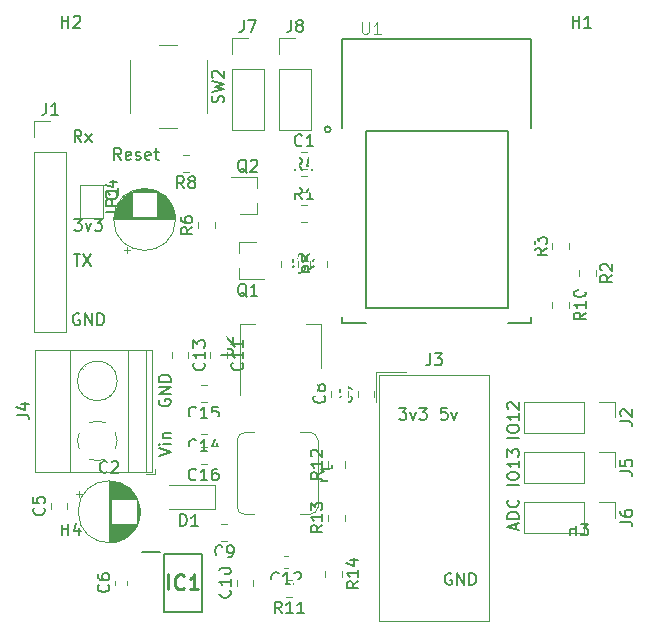
<source format=gto>
G04 #@! TF.GenerationSoftware,KiCad,Pcbnew,(5.1.5)-3*
G04 #@! TF.CreationDate,2021-05-19T18:43:05+02:00*
G04 #@! TF.ProjectId,esp12Board,65737031-3242-46f6-9172-642e6b696361,rev?*
G04 #@! TF.SameCoordinates,Original*
G04 #@! TF.FileFunction,Legend,Top*
G04 #@! TF.FilePolarity,Positive*
%FSLAX46Y46*%
G04 Gerber Fmt 4.6, Leading zero omitted, Abs format (unit mm)*
G04 Created by KiCad (PCBNEW (5.1.5)-3) date 2021-05-19 18:43:05*
%MOMM*%
%LPD*%
G04 APERTURE LIST*
%ADD10C,0.150000*%
%ADD11C,0.120000*%
%ADD12C,0.127000*%
%ADD13C,0.200000*%
%ADD14C,0.015000*%
%ADD15C,0.254000*%
%ADD16R,1.002000X0.902000*%
%ADD17O,1.802000X1.802000*%
%ADD18R,1.802000X1.802000*%
%ADD19O,1.829200X1.829200*%
%ADD20R,1.829200X1.829200*%
%ADD21C,3.302000*%
%ADD22C,0.100000*%
%ADD23C,1.702000*%
%ADD24R,1.702000X1.702000*%
%ADD25C,2.702000*%
%ADD26R,2.702000X2.702000*%
%ADD27R,1.602000X2.102000*%
%ADD28R,3.902000X2.102000*%
%ADD29R,1.202000X1.802000*%
%ADD30R,2.102000X1.302000*%
%ADD31C,2.102000*%
%ADD32R,3.602000X3.052000*%
%ADD33R,1.602000X1.102000*%
%ADD34R,1.627000X0.752000*%
%ADD35R,1.002000X1.302000*%
G04 APERTURE END LIST*
D10*
X37761904Y-45952380D02*
X37428571Y-45476190D01*
X37190476Y-45952380D02*
X37190476Y-44952380D01*
X37571428Y-44952380D01*
X37666666Y-45000000D01*
X37714285Y-45047619D01*
X37761904Y-45142857D01*
X37761904Y-45285714D01*
X37714285Y-45380952D01*
X37666666Y-45428571D01*
X37571428Y-45476190D01*
X37190476Y-45476190D01*
X38571428Y-45904761D02*
X38476190Y-45952380D01*
X38285714Y-45952380D01*
X38190476Y-45904761D01*
X38142857Y-45809523D01*
X38142857Y-45428571D01*
X38190476Y-45333333D01*
X38285714Y-45285714D01*
X38476190Y-45285714D01*
X38571428Y-45333333D01*
X38619047Y-45428571D01*
X38619047Y-45523809D01*
X38142857Y-45619047D01*
X39000000Y-45904761D02*
X39095238Y-45952380D01*
X39285714Y-45952380D01*
X39380952Y-45904761D01*
X39428571Y-45809523D01*
X39428571Y-45761904D01*
X39380952Y-45666666D01*
X39285714Y-45619047D01*
X39142857Y-45619047D01*
X39047619Y-45571428D01*
X39000000Y-45476190D01*
X39000000Y-45428571D01*
X39047619Y-45333333D01*
X39142857Y-45285714D01*
X39285714Y-45285714D01*
X39380952Y-45333333D01*
X40238095Y-45904761D02*
X40142857Y-45952380D01*
X39952380Y-45952380D01*
X39857142Y-45904761D01*
X39809523Y-45809523D01*
X39809523Y-45428571D01*
X39857142Y-45333333D01*
X39952380Y-45285714D01*
X40142857Y-45285714D01*
X40238095Y-45333333D01*
X40285714Y-45428571D01*
X40285714Y-45523809D01*
X39809523Y-45619047D01*
X40571428Y-45285714D02*
X40952380Y-45285714D01*
X40714285Y-44952380D02*
X40714285Y-45809523D01*
X40761904Y-45904761D01*
X40857142Y-45952380D01*
X40952380Y-45952380D01*
X34404761Y-44452380D02*
X34071428Y-43976190D01*
X33833333Y-44452380D02*
X33833333Y-43452380D01*
X34214285Y-43452380D01*
X34309523Y-43500000D01*
X34357142Y-43547619D01*
X34404761Y-43642857D01*
X34404761Y-43785714D01*
X34357142Y-43880952D01*
X34309523Y-43928571D01*
X34214285Y-43976190D01*
X33833333Y-43976190D01*
X34738095Y-44452380D02*
X35261904Y-43785714D01*
X34738095Y-43785714D02*
X35261904Y-44452380D01*
X33809523Y-50952380D02*
X34428571Y-50952380D01*
X34095238Y-51333333D01*
X34238095Y-51333333D01*
X34333333Y-51380952D01*
X34380952Y-51428571D01*
X34428571Y-51523809D01*
X34428571Y-51761904D01*
X34380952Y-51857142D01*
X34333333Y-51904761D01*
X34238095Y-51952380D01*
X33952380Y-51952380D01*
X33857142Y-51904761D01*
X33809523Y-51857142D01*
X34761904Y-51285714D02*
X35000000Y-51952380D01*
X35238095Y-51285714D01*
X35523809Y-50952380D02*
X36142857Y-50952380D01*
X35809523Y-51333333D01*
X35952380Y-51333333D01*
X36047619Y-51380952D01*
X36095238Y-51428571D01*
X36142857Y-51523809D01*
X36142857Y-51761904D01*
X36095238Y-51857142D01*
X36047619Y-51904761D01*
X35952380Y-51952380D01*
X35666666Y-51952380D01*
X35571428Y-51904761D01*
X35523809Y-51857142D01*
X33738095Y-53952380D02*
X34309523Y-53952380D01*
X34023809Y-54952380D02*
X34023809Y-53952380D01*
X34547619Y-53952380D02*
X35214285Y-54952380D01*
X35214285Y-53952380D02*
X34547619Y-54952380D01*
X34238095Y-59000000D02*
X34142857Y-58952380D01*
X34000000Y-58952380D01*
X33857142Y-59000000D01*
X33761904Y-59095238D01*
X33714285Y-59190476D01*
X33666666Y-59380952D01*
X33666666Y-59523809D01*
X33714285Y-59714285D01*
X33761904Y-59809523D01*
X33857142Y-59904761D01*
X34000000Y-59952380D01*
X34095238Y-59952380D01*
X34238095Y-59904761D01*
X34285714Y-59857142D01*
X34285714Y-59523809D01*
X34095238Y-59523809D01*
X34714285Y-59952380D02*
X34714285Y-58952380D01*
X35285714Y-59952380D01*
X35285714Y-58952380D01*
X35761904Y-59952380D02*
X35761904Y-58952380D01*
X36000000Y-58952380D01*
X36142857Y-59000000D01*
X36238095Y-59095238D01*
X36285714Y-59190476D01*
X36333333Y-59380952D01*
X36333333Y-59523809D01*
X36285714Y-59714285D01*
X36238095Y-59809523D01*
X36142857Y-59904761D01*
X36000000Y-59952380D01*
X35761904Y-59952380D01*
X40952380Y-71023809D02*
X41952380Y-70690476D01*
X40952380Y-70357142D01*
X41952380Y-70023809D02*
X41285714Y-70023809D01*
X40952380Y-70023809D02*
X41000000Y-70071428D01*
X41047619Y-70023809D01*
X41000000Y-69976190D01*
X40952380Y-70023809D01*
X41047619Y-70023809D01*
X41285714Y-69547619D02*
X41952380Y-69547619D01*
X41380952Y-69547619D02*
X41333333Y-69500000D01*
X41285714Y-69404761D01*
X41285714Y-69261904D01*
X41333333Y-69166666D01*
X41428571Y-69119047D01*
X41952380Y-69119047D01*
X41000000Y-66261904D02*
X40952380Y-66357142D01*
X40952380Y-66500000D01*
X41000000Y-66642857D01*
X41095238Y-66738095D01*
X41190476Y-66785714D01*
X41380952Y-66833333D01*
X41523809Y-66833333D01*
X41714285Y-66785714D01*
X41809523Y-66738095D01*
X41904761Y-66642857D01*
X41952380Y-66500000D01*
X41952380Y-66404761D01*
X41904761Y-66261904D01*
X41857142Y-66214285D01*
X41523809Y-66214285D01*
X41523809Y-66404761D01*
X41952380Y-65785714D02*
X40952380Y-65785714D01*
X41952380Y-65214285D01*
X40952380Y-65214285D01*
X41952380Y-64738095D02*
X40952380Y-64738095D01*
X40952380Y-64500000D01*
X41000000Y-64357142D01*
X41095238Y-64261904D01*
X41190476Y-64214285D01*
X41380952Y-64166666D01*
X41523809Y-64166666D01*
X41714285Y-64214285D01*
X41809523Y-64261904D01*
X41904761Y-64357142D01*
X41952380Y-64500000D01*
X41952380Y-64738095D01*
X65738095Y-81000000D02*
X65642857Y-80952380D01*
X65500000Y-80952380D01*
X65357142Y-81000000D01*
X65261904Y-81095238D01*
X65214285Y-81190476D01*
X65166666Y-81380952D01*
X65166666Y-81523809D01*
X65214285Y-81714285D01*
X65261904Y-81809523D01*
X65357142Y-81904761D01*
X65500000Y-81952380D01*
X65595238Y-81952380D01*
X65738095Y-81904761D01*
X65785714Y-81857142D01*
X65785714Y-81523809D01*
X65595238Y-81523809D01*
X66214285Y-81952380D02*
X66214285Y-80952380D01*
X66785714Y-81952380D01*
X66785714Y-80952380D01*
X67261904Y-81952380D02*
X67261904Y-80952380D01*
X67500000Y-80952380D01*
X67642857Y-81000000D01*
X67738095Y-81095238D01*
X67785714Y-81190476D01*
X67833333Y-81380952D01*
X67833333Y-81523809D01*
X67785714Y-81714285D01*
X67738095Y-81809523D01*
X67642857Y-81904761D01*
X67500000Y-81952380D01*
X67261904Y-81952380D01*
X65357142Y-66952380D02*
X64880952Y-66952380D01*
X64833333Y-67428571D01*
X64880952Y-67380952D01*
X64976190Y-67333333D01*
X65214285Y-67333333D01*
X65309523Y-67380952D01*
X65357142Y-67428571D01*
X65404761Y-67523809D01*
X65404761Y-67761904D01*
X65357142Y-67857142D01*
X65309523Y-67904761D01*
X65214285Y-67952380D01*
X64976190Y-67952380D01*
X64880952Y-67904761D01*
X64833333Y-67857142D01*
X65738095Y-67285714D02*
X65976190Y-67952380D01*
X66214285Y-67285714D01*
X61309523Y-66952380D02*
X61928571Y-66952380D01*
X61595238Y-67333333D01*
X61738095Y-67333333D01*
X61833333Y-67380952D01*
X61880952Y-67428571D01*
X61928571Y-67523809D01*
X61928571Y-67761904D01*
X61880952Y-67857142D01*
X61833333Y-67904761D01*
X61738095Y-67952380D01*
X61452380Y-67952380D01*
X61357142Y-67904761D01*
X61309523Y-67857142D01*
X62261904Y-67285714D02*
X62500000Y-67952380D01*
X62738095Y-67285714D01*
X63023809Y-66952380D02*
X63642857Y-66952380D01*
X63309523Y-67333333D01*
X63452380Y-67333333D01*
X63547619Y-67380952D01*
X63595238Y-67428571D01*
X63642857Y-67523809D01*
X63642857Y-67761904D01*
X63595238Y-67857142D01*
X63547619Y-67904761D01*
X63452380Y-67952380D01*
X63166666Y-67952380D01*
X63071428Y-67904761D01*
X63023809Y-67857142D01*
X71166666Y-77238095D02*
X71166666Y-76761904D01*
X71452380Y-77333333D02*
X70452380Y-77000000D01*
X71452380Y-76666666D01*
X71452380Y-76333333D02*
X70452380Y-76333333D01*
X70452380Y-76095238D01*
X70500000Y-75952380D01*
X70595238Y-75857142D01*
X70690476Y-75809523D01*
X70880952Y-75761904D01*
X71023809Y-75761904D01*
X71214285Y-75809523D01*
X71309523Y-75857142D01*
X71404761Y-75952380D01*
X71452380Y-76095238D01*
X71452380Y-76333333D01*
X71357142Y-74761904D02*
X71404761Y-74809523D01*
X71452380Y-74952380D01*
X71452380Y-75047619D01*
X71404761Y-75190476D01*
X71309523Y-75285714D01*
X71214285Y-75333333D01*
X71023809Y-75380952D01*
X70880952Y-75380952D01*
X70690476Y-75333333D01*
X70595238Y-75285714D01*
X70500000Y-75190476D01*
X70452380Y-75047619D01*
X70452380Y-74952380D01*
X70500000Y-74809523D01*
X70547619Y-74761904D01*
X71452380Y-73476190D02*
X70452380Y-73476190D01*
X70452380Y-72809523D02*
X70452380Y-72619047D01*
X70500000Y-72523809D01*
X70595238Y-72428571D01*
X70785714Y-72380952D01*
X71119047Y-72380952D01*
X71309523Y-72428571D01*
X71404761Y-72523809D01*
X71452380Y-72619047D01*
X71452380Y-72809523D01*
X71404761Y-72904761D01*
X71309523Y-73000000D01*
X71119047Y-73047619D01*
X70785714Y-73047619D01*
X70595238Y-73000000D01*
X70500000Y-72904761D01*
X70452380Y-72809523D01*
X71452380Y-71428571D02*
X71452380Y-72000000D01*
X71452380Y-71714285D02*
X70452380Y-71714285D01*
X70595238Y-71809523D01*
X70690476Y-71904761D01*
X70738095Y-72000000D01*
X70452380Y-71095238D02*
X70452380Y-70476190D01*
X70833333Y-70809523D01*
X70833333Y-70666666D01*
X70880952Y-70571428D01*
X70928571Y-70523809D01*
X71023809Y-70476190D01*
X71261904Y-70476190D01*
X71357142Y-70523809D01*
X71404761Y-70571428D01*
X71452380Y-70666666D01*
X71452380Y-70952380D01*
X71404761Y-71047619D01*
X71357142Y-71095238D01*
X71452380Y-69476190D02*
X70452380Y-69476190D01*
X70452380Y-68809523D02*
X70452380Y-68619047D01*
X70500000Y-68523809D01*
X70595238Y-68428571D01*
X70785714Y-68380952D01*
X71119047Y-68380952D01*
X71309523Y-68428571D01*
X71404761Y-68523809D01*
X71452380Y-68619047D01*
X71452380Y-68809523D01*
X71404761Y-68904761D01*
X71309523Y-69000000D01*
X71119047Y-69047619D01*
X70785714Y-69047619D01*
X70595238Y-69000000D01*
X70500000Y-68904761D01*
X70452380Y-68809523D01*
X71452380Y-67428571D02*
X71452380Y-68000000D01*
X71452380Y-67714285D02*
X70452380Y-67714285D01*
X70595238Y-67809523D01*
X70690476Y-67904761D01*
X70738095Y-68000000D01*
X70547619Y-67047619D02*
X70500000Y-67000000D01*
X70452380Y-66904761D01*
X70452380Y-66666666D01*
X70500000Y-66571428D01*
X70547619Y-66523809D01*
X70642857Y-66476190D01*
X70738095Y-66476190D01*
X70880952Y-66523809D01*
X71452380Y-67095238D01*
X71452380Y-66476190D01*
D11*
X49260000Y-50580000D02*
X47800000Y-50580000D01*
X49260000Y-47420000D02*
X47100000Y-47420000D01*
X49260000Y-47420000D02*
X49260000Y-48350000D01*
X49260000Y-50580000D02*
X49260000Y-49650000D01*
X47740000Y-52920000D02*
X49200000Y-52920000D01*
X47740000Y-56080000D02*
X49900000Y-56080000D01*
X47740000Y-56080000D02*
X47740000Y-55150000D01*
X47740000Y-52920000D02*
X47740000Y-53850000D01*
X51170000Y-35670000D02*
X52500000Y-35670000D01*
X51170000Y-37000000D02*
X51170000Y-35670000D01*
X51170000Y-38270000D02*
X53830000Y-38270000D01*
X53830000Y-38270000D02*
X53830000Y-43410000D01*
X51170000Y-38270000D02*
X51170000Y-43410000D01*
X51170000Y-43410000D02*
X53830000Y-43410000D01*
X47170000Y-35670000D02*
X48500000Y-35670000D01*
X47170000Y-37000000D02*
X47170000Y-35670000D01*
X47170000Y-38270000D02*
X49830000Y-38270000D01*
X49830000Y-38270000D02*
X49830000Y-43410000D01*
X47170000Y-38270000D02*
X47170000Y-43410000D01*
X47170000Y-43410000D02*
X49830000Y-43410000D01*
X59345000Y-63900000D02*
X61885000Y-63900000D01*
X59345000Y-63900000D02*
X59345000Y-66440000D01*
X59595000Y-64150000D02*
X68945000Y-64150000D01*
X59595000Y-85010000D02*
X59595000Y-64150000D01*
X68945000Y-85010000D02*
X59595000Y-85010000D01*
X68945000Y-64150000D02*
X68945000Y-85010000D01*
X79580000Y-74920000D02*
X79580000Y-76250000D01*
X78250000Y-74920000D02*
X79580000Y-74920000D01*
X76980000Y-74920000D02*
X76980000Y-77580000D01*
X76980000Y-77580000D02*
X71840000Y-77580000D01*
X76980000Y-74920000D02*
X71840000Y-74920000D01*
X71840000Y-74920000D02*
X71840000Y-77580000D01*
X79580000Y-70670000D02*
X79580000Y-72000000D01*
X78250000Y-70670000D02*
X79580000Y-70670000D01*
X76980000Y-70670000D02*
X76980000Y-73330000D01*
X76980000Y-73330000D02*
X71840000Y-73330000D01*
X76980000Y-70670000D02*
X71840000Y-70670000D01*
X71840000Y-70670000D02*
X71840000Y-73330000D01*
X59210000Y-66011252D02*
X59210000Y-65488748D01*
X57790000Y-66011252D02*
X57790000Y-65488748D01*
X33210000Y-75511252D02*
X33210000Y-74988748D01*
X31790000Y-75511252D02*
X31790000Y-74988748D01*
X34195225Y-74025000D02*
X34195225Y-74525000D01*
X33945225Y-74275000D02*
X34445225Y-74275000D01*
X39351000Y-75466000D02*
X39351000Y-76034000D01*
X39311000Y-75232000D02*
X39311000Y-76268000D01*
X39271000Y-75073000D02*
X39271000Y-76427000D01*
X39231000Y-74945000D02*
X39231000Y-76555000D01*
X39191000Y-74835000D02*
X39191000Y-76665000D01*
X39151000Y-74739000D02*
X39151000Y-76761000D01*
X39111000Y-74652000D02*
X39111000Y-76848000D01*
X39071000Y-74572000D02*
X39071000Y-76928000D01*
X39031000Y-76790000D02*
X39031000Y-77001000D01*
X39031000Y-74499000D02*
X39031000Y-74710000D01*
X38991000Y-76790000D02*
X38991000Y-77069000D01*
X38991000Y-74431000D02*
X38991000Y-74710000D01*
X38951000Y-76790000D02*
X38951000Y-77133000D01*
X38951000Y-74367000D02*
X38951000Y-74710000D01*
X38911000Y-76790000D02*
X38911000Y-77193000D01*
X38911000Y-74307000D02*
X38911000Y-74710000D01*
X38871000Y-76790000D02*
X38871000Y-77250000D01*
X38871000Y-74250000D02*
X38871000Y-74710000D01*
X38831000Y-76790000D02*
X38831000Y-77304000D01*
X38831000Y-74196000D02*
X38831000Y-74710000D01*
X38791000Y-76790000D02*
X38791000Y-77355000D01*
X38791000Y-74145000D02*
X38791000Y-74710000D01*
X38751000Y-76790000D02*
X38751000Y-77403000D01*
X38751000Y-74097000D02*
X38751000Y-74710000D01*
X38711000Y-76790000D02*
X38711000Y-77449000D01*
X38711000Y-74051000D02*
X38711000Y-74710000D01*
X38671000Y-76790000D02*
X38671000Y-77493000D01*
X38671000Y-74007000D02*
X38671000Y-74710000D01*
X38631000Y-76790000D02*
X38631000Y-77535000D01*
X38631000Y-73965000D02*
X38631000Y-74710000D01*
X38591000Y-76790000D02*
X38591000Y-77576000D01*
X38591000Y-73924000D02*
X38591000Y-74710000D01*
X38551000Y-76790000D02*
X38551000Y-77614000D01*
X38551000Y-73886000D02*
X38551000Y-74710000D01*
X38511000Y-76790000D02*
X38511000Y-77651000D01*
X38511000Y-73849000D02*
X38511000Y-74710000D01*
X38471000Y-76790000D02*
X38471000Y-77687000D01*
X38471000Y-73813000D02*
X38471000Y-74710000D01*
X38431000Y-76790000D02*
X38431000Y-77721000D01*
X38431000Y-73779000D02*
X38431000Y-74710000D01*
X38391000Y-76790000D02*
X38391000Y-77754000D01*
X38391000Y-73746000D02*
X38391000Y-74710000D01*
X38351000Y-76790000D02*
X38351000Y-77785000D01*
X38351000Y-73715000D02*
X38351000Y-74710000D01*
X38311000Y-76790000D02*
X38311000Y-77815000D01*
X38311000Y-73685000D02*
X38311000Y-74710000D01*
X38271000Y-76790000D02*
X38271000Y-77845000D01*
X38271000Y-73655000D02*
X38271000Y-74710000D01*
X38231000Y-76790000D02*
X38231000Y-77872000D01*
X38231000Y-73628000D02*
X38231000Y-74710000D01*
X38191000Y-76790000D02*
X38191000Y-77899000D01*
X38191000Y-73601000D02*
X38191000Y-74710000D01*
X38151000Y-76790000D02*
X38151000Y-77925000D01*
X38151000Y-73575000D02*
X38151000Y-74710000D01*
X38111000Y-76790000D02*
X38111000Y-77950000D01*
X38111000Y-73550000D02*
X38111000Y-74710000D01*
X38071000Y-76790000D02*
X38071000Y-77974000D01*
X38071000Y-73526000D02*
X38071000Y-74710000D01*
X38031000Y-76790000D02*
X38031000Y-77997000D01*
X38031000Y-73503000D02*
X38031000Y-74710000D01*
X37991000Y-76790000D02*
X37991000Y-78018000D01*
X37991000Y-73482000D02*
X37991000Y-74710000D01*
X37951000Y-76790000D02*
X37951000Y-78040000D01*
X37951000Y-73460000D02*
X37951000Y-74710000D01*
X37911000Y-76790000D02*
X37911000Y-78060000D01*
X37911000Y-73440000D02*
X37911000Y-74710000D01*
X37871000Y-76790000D02*
X37871000Y-78079000D01*
X37871000Y-73421000D02*
X37871000Y-74710000D01*
X37831000Y-76790000D02*
X37831000Y-78098000D01*
X37831000Y-73402000D02*
X37831000Y-74710000D01*
X37791000Y-76790000D02*
X37791000Y-78115000D01*
X37791000Y-73385000D02*
X37791000Y-74710000D01*
X37751000Y-76790000D02*
X37751000Y-78132000D01*
X37751000Y-73368000D02*
X37751000Y-74710000D01*
X37711000Y-76790000D02*
X37711000Y-78148000D01*
X37711000Y-73352000D02*
X37711000Y-74710000D01*
X37671000Y-76790000D02*
X37671000Y-78164000D01*
X37671000Y-73336000D02*
X37671000Y-74710000D01*
X37631000Y-76790000D02*
X37631000Y-78178000D01*
X37631000Y-73322000D02*
X37631000Y-74710000D01*
X37591000Y-76790000D02*
X37591000Y-78192000D01*
X37591000Y-73308000D02*
X37591000Y-74710000D01*
X37551000Y-76790000D02*
X37551000Y-78205000D01*
X37551000Y-73295000D02*
X37551000Y-74710000D01*
X37511000Y-76790000D02*
X37511000Y-78218000D01*
X37511000Y-73282000D02*
X37511000Y-74710000D01*
X37471000Y-76790000D02*
X37471000Y-78230000D01*
X37471000Y-73270000D02*
X37471000Y-74710000D01*
X37430000Y-76790000D02*
X37430000Y-78241000D01*
X37430000Y-73259000D02*
X37430000Y-74710000D01*
X37390000Y-76790000D02*
X37390000Y-78251000D01*
X37390000Y-73249000D02*
X37390000Y-74710000D01*
X37350000Y-76790000D02*
X37350000Y-78261000D01*
X37350000Y-73239000D02*
X37350000Y-74710000D01*
X37310000Y-76790000D02*
X37310000Y-78270000D01*
X37310000Y-73230000D02*
X37310000Y-74710000D01*
X37270000Y-76790000D02*
X37270000Y-78278000D01*
X37270000Y-73222000D02*
X37270000Y-74710000D01*
X37230000Y-76790000D02*
X37230000Y-78286000D01*
X37230000Y-73214000D02*
X37230000Y-74710000D01*
X37190000Y-76790000D02*
X37190000Y-78293000D01*
X37190000Y-73207000D02*
X37190000Y-74710000D01*
X37150000Y-76790000D02*
X37150000Y-78300000D01*
X37150000Y-73200000D02*
X37150000Y-74710000D01*
X37110000Y-76790000D02*
X37110000Y-78306000D01*
X37110000Y-73194000D02*
X37110000Y-74710000D01*
X37070000Y-76790000D02*
X37070000Y-78311000D01*
X37070000Y-73189000D02*
X37070000Y-74710000D01*
X37030000Y-76790000D02*
X37030000Y-78315000D01*
X37030000Y-73185000D02*
X37030000Y-74710000D01*
X36990000Y-76790000D02*
X36990000Y-78319000D01*
X36990000Y-73181000D02*
X36990000Y-74710000D01*
X36950000Y-73177000D02*
X36950000Y-78323000D01*
X36910000Y-73174000D02*
X36910000Y-78326000D01*
X36870000Y-73172000D02*
X36870000Y-78328000D01*
X36830000Y-73171000D02*
X36830000Y-78329000D01*
X36790000Y-73170000D02*
X36790000Y-78330000D01*
X36750000Y-73170000D02*
X36750000Y-78330000D01*
X39370000Y-75750000D02*
G75*
G03X39370000Y-75750000I-2620000J0D01*
G01*
X38025000Y-53554775D02*
X38525000Y-53554775D01*
X38275000Y-53804775D02*
X38275000Y-53304775D01*
X39466000Y-48399000D02*
X40034000Y-48399000D01*
X39232000Y-48439000D02*
X40268000Y-48439000D01*
X39073000Y-48479000D02*
X40427000Y-48479000D01*
X38945000Y-48519000D02*
X40555000Y-48519000D01*
X38835000Y-48559000D02*
X40665000Y-48559000D01*
X38739000Y-48599000D02*
X40761000Y-48599000D01*
X38652000Y-48639000D02*
X40848000Y-48639000D01*
X38572000Y-48679000D02*
X40928000Y-48679000D01*
X40790000Y-48719000D02*
X41001000Y-48719000D01*
X38499000Y-48719000D02*
X38710000Y-48719000D01*
X40790000Y-48759000D02*
X41069000Y-48759000D01*
X38431000Y-48759000D02*
X38710000Y-48759000D01*
X40790000Y-48799000D02*
X41133000Y-48799000D01*
X38367000Y-48799000D02*
X38710000Y-48799000D01*
X40790000Y-48839000D02*
X41193000Y-48839000D01*
X38307000Y-48839000D02*
X38710000Y-48839000D01*
X40790000Y-48879000D02*
X41250000Y-48879000D01*
X38250000Y-48879000D02*
X38710000Y-48879000D01*
X40790000Y-48919000D02*
X41304000Y-48919000D01*
X38196000Y-48919000D02*
X38710000Y-48919000D01*
X40790000Y-48959000D02*
X41355000Y-48959000D01*
X38145000Y-48959000D02*
X38710000Y-48959000D01*
X40790000Y-48999000D02*
X41403000Y-48999000D01*
X38097000Y-48999000D02*
X38710000Y-48999000D01*
X40790000Y-49039000D02*
X41449000Y-49039000D01*
X38051000Y-49039000D02*
X38710000Y-49039000D01*
X40790000Y-49079000D02*
X41493000Y-49079000D01*
X38007000Y-49079000D02*
X38710000Y-49079000D01*
X40790000Y-49119000D02*
X41535000Y-49119000D01*
X37965000Y-49119000D02*
X38710000Y-49119000D01*
X40790000Y-49159000D02*
X41576000Y-49159000D01*
X37924000Y-49159000D02*
X38710000Y-49159000D01*
X40790000Y-49199000D02*
X41614000Y-49199000D01*
X37886000Y-49199000D02*
X38710000Y-49199000D01*
X40790000Y-49239000D02*
X41651000Y-49239000D01*
X37849000Y-49239000D02*
X38710000Y-49239000D01*
X40790000Y-49279000D02*
X41687000Y-49279000D01*
X37813000Y-49279000D02*
X38710000Y-49279000D01*
X40790000Y-49319000D02*
X41721000Y-49319000D01*
X37779000Y-49319000D02*
X38710000Y-49319000D01*
X40790000Y-49359000D02*
X41754000Y-49359000D01*
X37746000Y-49359000D02*
X38710000Y-49359000D01*
X40790000Y-49399000D02*
X41785000Y-49399000D01*
X37715000Y-49399000D02*
X38710000Y-49399000D01*
X40790000Y-49439000D02*
X41815000Y-49439000D01*
X37685000Y-49439000D02*
X38710000Y-49439000D01*
X40790000Y-49479000D02*
X41845000Y-49479000D01*
X37655000Y-49479000D02*
X38710000Y-49479000D01*
X40790000Y-49519000D02*
X41872000Y-49519000D01*
X37628000Y-49519000D02*
X38710000Y-49519000D01*
X40790000Y-49559000D02*
X41899000Y-49559000D01*
X37601000Y-49559000D02*
X38710000Y-49559000D01*
X40790000Y-49599000D02*
X41925000Y-49599000D01*
X37575000Y-49599000D02*
X38710000Y-49599000D01*
X40790000Y-49639000D02*
X41950000Y-49639000D01*
X37550000Y-49639000D02*
X38710000Y-49639000D01*
X40790000Y-49679000D02*
X41974000Y-49679000D01*
X37526000Y-49679000D02*
X38710000Y-49679000D01*
X40790000Y-49719000D02*
X41997000Y-49719000D01*
X37503000Y-49719000D02*
X38710000Y-49719000D01*
X40790000Y-49759000D02*
X42018000Y-49759000D01*
X37482000Y-49759000D02*
X38710000Y-49759000D01*
X40790000Y-49799000D02*
X42040000Y-49799000D01*
X37460000Y-49799000D02*
X38710000Y-49799000D01*
X40790000Y-49839000D02*
X42060000Y-49839000D01*
X37440000Y-49839000D02*
X38710000Y-49839000D01*
X40790000Y-49879000D02*
X42079000Y-49879000D01*
X37421000Y-49879000D02*
X38710000Y-49879000D01*
X40790000Y-49919000D02*
X42098000Y-49919000D01*
X37402000Y-49919000D02*
X38710000Y-49919000D01*
X40790000Y-49959000D02*
X42115000Y-49959000D01*
X37385000Y-49959000D02*
X38710000Y-49959000D01*
X40790000Y-49999000D02*
X42132000Y-49999000D01*
X37368000Y-49999000D02*
X38710000Y-49999000D01*
X40790000Y-50039000D02*
X42148000Y-50039000D01*
X37352000Y-50039000D02*
X38710000Y-50039000D01*
X40790000Y-50079000D02*
X42164000Y-50079000D01*
X37336000Y-50079000D02*
X38710000Y-50079000D01*
X40790000Y-50119000D02*
X42178000Y-50119000D01*
X37322000Y-50119000D02*
X38710000Y-50119000D01*
X40790000Y-50159000D02*
X42192000Y-50159000D01*
X37308000Y-50159000D02*
X38710000Y-50159000D01*
X40790000Y-50199000D02*
X42205000Y-50199000D01*
X37295000Y-50199000D02*
X38710000Y-50199000D01*
X40790000Y-50239000D02*
X42218000Y-50239000D01*
X37282000Y-50239000D02*
X38710000Y-50239000D01*
X40790000Y-50279000D02*
X42230000Y-50279000D01*
X37270000Y-50279000D02*
X38710000Y-50279000D01*
X40790000Y-50320000D02*
X42241000Y-50320000D01*
X37259000Y-50320000D02*
X38710000Y-50320000D01*
X40790000Y-50360000D02*
X42251000Y-50360000D01*
X37249000Y-50360000D02*
X38710000Y-50360000D01*
X40790000Y-50400000D02*
X42261000Y-50400000D01*
X37239000Y-50400000D02*
X38710000Y-50400000D01*
X40790000Y-50440000D02*
X42270000Y-50440000D01*
X37230000Y-50440000D02*
X38710000Y-50440000D01*
X40790000Y-50480000D02*
X42278000Y-50480000D01*
X37222000Y-50480000D02*
X38710000Y-50480000D01*
X40790000Y-50520000D02*
X42286000Y-50520000D01*
X37214000Y-50520000D02*
X38710000Y-50520000D01*
X40790000Y-50560000D02*
X42293000Y-50560000D01*
X37207000Y-50560000D02*
X38710000Y-50560000D01*
X40790000Y-50600000D02*
X42300000Y-50600000D01*
X37200000Y-50600000D02*
X38710000Y-50600000D01*
X40790000Y-50640000D02*
X42306000Y-50640000D01*
X37194000Y-50640000D02*
X38710000Y-50640000D01*
X40790000Y-50680000D02*
X42311000Y-50680000D01*
X37189000Y-50680000D02*
X38710000Y-50680000D01*
X40790000Y-50720000D02*
X42315000Y-50720000D01*
X37185000Y-50720000D02*
X38710000Y-50720000D01*
X40790000Y-50760000D02*
X42319000Y-50760000D01*
X37181000Y-50760000D02*
X38710000Y-50760000D01*
X37177000Y-50800000D02*
X42323000Y-50800000D01*
X37174000Y-50840000D02*
X42326000Y-50840000D01*
X37172000Y-50880000D02*
X42328000Y-50880000D01*
X37171000Y-50920000D02*
X42329000Y-50920000D01*
X37170000Y-50960000D02*
X42330000Y-50960000D01*
X37170000Y-51000000D02*
X42330000Y-51000000D01*
X42370000Y-51000000D02*
G75*
G03X42370000Y-51000000I-2620000J0D01*
G01*
X40650000Y-72590000D02*
X40650000Y-72090000D01*
X39910000Y-72590000D02*
X40650000Y-72590000D01*
X36773000Y-65897000D02*
X36819000Y-65944000D01*
X34475000Y-63600000D02*
X34511000Y-63635000D01*
X36989000Y-65704000D02*
X37024000Y-65739000D01*
X34681000Y-63395000D02*
X34727000Y-63442000D01*
X30489000Y-62070000D02*
X40410000Y-62070000D01*
X30489000Y-72350000D02*
X40410000Y-72350000D01*
X40410000Y-72350000D02*
X40410000Y-62070000D01*
X30489000Y-72350000D02*
X30489000Y-62070000D01*
X33449000Y-72350000D02*
X33449000Y-62070000D01*
X38350000Y-72350000D02*
X38350000Y-62070000D01*
X39850000Y-72350000D02*
X39850000Y-62070000D01*
X37430000Y-64670000D02*
G75*
G03X37430000Y-64670000I-1680000J0D01*
G01*
X37430253Y-69721195D02*
G75*
G02X37285000Y-70434000I-1680253J-28805D01*
G01*
X36433042Y-71285426D02*
G75*
G02X35066000Y-71285000I-683042J1535426D01*
G01*
X34214574Y-70433042D02*
G75*
G02X34215000Y-69066000I1535426J683042D01*
G01*
X35066958Y-68214574D02*
G75*
G02X36434000Y-68215000I683042J-1535426D01*
G01*
X37284756Y-69066682D02*
G75*
G02X37430000Y-69750000I-1534756J-683318D01*
G01*
X47840000Y-65850000D02*
X47840000Y-59840000D01*
X54660000Y-63600000D02*
X54660000Y-59840000D01*
X47840000Y-59840000D02*
X49100000Y-59840000D01*
X54660000Y-59840000D02*
X53400000Y-59840000D01*
D12*
X55500000Y-43375000D02*
G75*
G03X55500000Y-43375000I-250000J0D01*
G01*
X72500000Y-59750000D02*
X70500000Y-59750000D01*
X72500000Y-59250000D02*
X72500000Y-59750000D01*
X56500000Y-59750000D02*
X58500000Y-59750000D01*
X56500000Y-59250000D02*
X56500000Y-59750000D01*
X72500000Y-35750000D02*
X72500000Y-43250000D01*
X56500000Y-35750000D02*
X72500000Y-35750000D01*
X56500000Y-43250000D02*
X56500000Y-35750000D01*
X58500000Y-58510000D02*
X58500000Y-43510000D01*
X70500000Y-58510000D02*
X58500000Y-58510000D01*
X70500000Y-43510000D02*
X70500000Y-58510000D01*
X58500000Y-43510000D02*
X70500000Y-43510000D01*
D11*
X41000000Y-43250000D02*
X42500000Y-43250000D01*
X45000000Y-42000000D02*
X45000000Y-37500000D01*
X42500000Y-36250000D02*
X41000000Y-36250000D01*
X38500000Y-37500000D02*
X38500000Y-42000000D01*
X55040000Y-80738748D02*
X55040000Y-81261252D01*
X56460000Y-80738748D02*
X56460000Y-81261252D01*
X56710000Y-76511252D02*
X56710000Y-75988748D01*
X55290000Y-76511252D02*
X55290000Y-75988748D01*
X56710000Y-72011252D02*
X56710000Y-71488748D01*
X55290000Y-72011252D02*
X55290000Y-71488748D01*
X52261252Y-81540000D02*
X51738748Y-81540000D01*
X52261252Y-82960000D02*
X51738748Y-82960000D01*
X74290000Y-57988748D02*
X74290000Y-58511252D01*
X75710000Y-57988748D02*
X75710000Y-58511252D01*
X43511252Y-45540000D02*
X42988748Y-45540000D01*
X43511252Y-46960000D02*
X42988748Y-46960000D01*
X45710000Y-51761252D02*
X45710000Y-51238748D01*
X44290000Y-51761252D02*
X44290000Y-51238748D01*
X51290000Y-54488748D02*
X51290000Y-55011252D01*
X52710000Y-54488748D02*
X52710000Y-55011252D01*
X52988748Y-48710000D02*
X53511252Y-48710000D01*
X52988748Y-47290000D02*
X53511252Y-47290000D01*
X75710000Y-53536252D02*
X75710000Y-53013748D01*
X74290000Y-53536252D02*
X74290000Y-53013748D01*
X76540000Y-55263748D02*
X76540000Y-55786252D01*
X77960000Y-55263748D02*
X77960000Y-55786252D01*
X52988748Y-51210000D02*
X53511252Y-51210000D01*
X52988748Y-49790000D02*
X53511252Y-49790000D01*
X52950000Y-69040000D02*
X53800000Y-69040000D01*
X53800000Y-75960000D02*
X52950000Y-75960000D01*
X48250000Y-69040000D02*
X49050000Y-69040000D01*
X47590000Y-75350000D02*
X47590000Y-69700000D01*
X49050000Y-75960000D02*
X48200000Y-75960000D01*
X48200000Y-75960000D02*
G75*
G02X47590000Y-75350000I0J610000D01*
G01*
X47590000Y-69700000D02*
G75*
G02X48250000Y-69040000I660000J0D01*
G01*
X54410000Y-69650000D02*
X54410000Y-75350000D01*
X54410000Y-75350000D02*
G75*
G02X53800000Y-75960000I-610000J0D01*
G01*
X53800000Y-69040000D02*
G75*
G02X54410000Y-69650000I0J-610000D01*
G01*
X36250000Y-48100000D02*
X36250000Y-50900000D01*
X36250000Y-50900000D02*
X34250000Y-50900000D01*
X34250000Y-50900000D02*
X34250000Y-48100000D01*
X34250000Y-48100000D02*
X36250000Y-48100000D01*
X79580000Y-66420000D02*
X79580000Y-67750000D01*
X78250000Y-66420000D02*
X79580000Y-66420000D01*
X76980000Y-66420000D02*
X76980000Y-69080000D01*
X76980000Y-69080000D02*
X71840000Y-69080000D01*
X76980000Y-66420000D02*
X71840000Y-66420000D01*
X71840000Y-66420000D02*
X71840000Y-69080000D01*
X30420000Y-42670000D02*
X31750000Y-42670000D01*
X30420000Y-44000000D02*
X30420000Y-42670000D01*
X30420000Y-45270000D02*
X33080000Y-45270000D01*
X33080000Y-45270000D02*
X33080000Y-60570000D01*
X30420000Y-45270000D02*
X30420000Y-60570000D01*
X30420000Y-60570000D02*
X33080000Y-60570000D01*
D13*
X39525000Y-79170000D02*
X41050000Y-79170000D01*
X41400000Y-84200000D02*
X41400000Y-79300000D01*
X44600000Y-84200000D02*
X41400000Y-84200000D01*
X44600000Y-79300000D02*
X44600000Y-84200000D01*
X41400000Y-79300000D02*
X44600000Y-79300000D01*
D11*
X45750000Y-75500000D02*
X41850000Y-75500000D01*
X45750000Y-73500000D02*
X41850000Y-73500000D01*
X45750000Y-75500000D02*
X45750000Y-73500000D01*
X45011252Y-70290000D02*
X44488748Y-70290000D01*
X45011252Y-71710000D02*
X44488748Y-71710000D01*
X45011252Y-65040000D02*
X44488748Y-65040000D01*
X45011252Y-66460000D02*
X44488748Y-66460000D01*
X45011252Y-67790000D02*
X44488748Y-67790000D01*
X45011252Y-69210000D02*
X44488748Y-69210000D01*
X42040000Y-62238748D02*
X42040000Y-62761252D01*
X43460000Y-62238748D02*
X43460000Y-62761252D01*
X51921267Y-79490000D02*
X51578733Y-79490000D01*
X51921267Y-80510000D02*
X51578733Y-80510000D01*
X45290000Y-62238748D02*
X45290000Y-62761252D01*
X46710000Y-62238748D02*
X46710000Y-62761252D01*
X48960000Y-82011252D02*
X48960000Y-81488748D01*
X47540000Y-82011252D02*
X47540000Y-81488748D01*
X46761252Y-76790000D02*
X46238748Y-76790000D01*
X46761252Y-78210000D02*
X46238748Y-78210000D01*
X56960000Y-66011252D02*
X56960000Y-65488748D01*
X55540000Y-66011252D02*
X55540000Y-65488748D01*
X38260000Y-81921267D02*
X38260000Y-81578733D01*
X37240000Y-81921267D02*
X37240000Y-81578733D01*
X55210000Y-55011252D02*
X55210000Y-54488748D01*
X53790000Y-55011252D02*
X53790000Y-54488748D01*
X52988748Y-46710000D02*
X53511252Y-46710000D01*
X52988748Y-45290000D02*
X53511252Y-45290000D01*
D10*
X48404761Y-47047619D02*
X48309523Y-47000000D01*
X48214285Y-46904761D01*
X48071428Y-46761904D01*
X47976190Y-46714285D01*
X47880952Y-46714285D01*
X47928571Y-46952380D02*
X47833333Y-46904761D01*
X47738095Y-46809523D01*
X47690476Y-46619047D01*
X47690476Y-46285714D01*
X47738095Y-46095238D01*
X47833333Y-46000000D01*
X47928571Y-45952380D01*
X48119047Y-45952380D01*
X48214285Y-46000000D01*
X48309523Y-46095238D01*
X48357142Y-46285714D01*
X48357142Y-46619047D01*
X48309523Y-46809523D01*
X48214285Y-46904761D01*
X48119047Y-46952380D01*
X47928571Y-46952380D01*
X48738095Y-46047619D02*
X48785714Y-46000000D01*
X48880952Y-45952380D01*
X49119047Y-45952380D01*
X49214285Y-46000000D01*
X49261904Y-46047619D01*
X49309523Y-46142857D01*
X49309523Y-46238095D01*
X49261904Y-46380952D01*
X48690476Y-46952380D01*
X49309523Y-46952380D01*
X48404761Y-57547619D02*
X48309523Y-57500000D01*
X48214285Y-57404761D01*
X48071428Y-57261904D01*
X47976190Y-57214285D01*
X47880952Y-57214285D01*
X47928571Y-57452380D02*
X47833333Y-57404761D01*
X47738095Y-57309523D01*
X47690476Y-57119047D01*
X47690476Y-56785714D01*
X47738095Y-56595238D01*
X47833333Y-56500000D01*
X47928571Y-56452380D01*
X48119047Y-56452380D01*
X48214285Y-56500000D01*
X48309523Y-56595238D01*
X48357142Y-56785714D01*
X48357142Y-57119047D01*
X48309523Y-57309523D01*
X48214285Y-57404761D01*
X48119047Y-57452380D01*
X47928571Y-57452380D01*
X49309523Y-57452380D02*
X48738095Y-57452380D01*
X49023809Y-57452380D02*
X49023809Y-56452380D01*
X48928571Y-56595238D01*
X48833333Y-56690476D01*
X48738095Y-56738095D01*
X52166666Y-34122380D02*
X52166666Y-34836666D01*
X52119047Y-34979523D01*
X52023809Y-35074761D01*
X51880952Y-35122380D01*
X51785714Y-35122380D01*
X52785714Y-34550952D02*
X52690476Y-34503333D01*
X52642857Y-34455714D01*
X52595238Y-34360476D01*
X52595238Y-34312857D01*
X52642857Y-34217619D01*
X52690476Y-34170000D01*
X52785714Y-34122380D01*
X52976190Y-34122380D01*
X53071428Y-34170000D01*
X53119047Y-34217619D01*
X53166666Y-34312857D01*
X53166666Y-34360476D01*
X53119047Y-34455714D01*
X53071428Y-34503333D01*
X52976190Y-34550952D01*
X52785714Y-34550952D01*
X52690476Y-34598571D01*
X52642857Y-34646190D01*
X52595238Y-34741428D01*
X52595238Y-34931904D01*
X52642857Y-35027142D01*
X52690476Y-35074761D01*
X52785714Y-35122380D01*
X52976190Y-35122380D01*
X53071428Y-35074761D01*
X53119047Y-35027142D01*
X53166666Y-34931904D01*
X53166666Y-34741428D01*
X53119047Y-34646190D01*
X53071428Y-34598571D01*
X52976190Y-34550952D01*
X48166666Y-34122380D02*
X48166666Y-34836666D01*
X48119047Y-34979523D01*
X48023809Y-35074761D01*
X47880952Y-35122380D01*
X47785714Y-35122380D01*
X48547619Y-34122380D02*
X49214285Y-34122380D01*
X48785714Y-35122380D01*
X63936666Y-62348380D02*
X63936666Y-63062666D01*
X63889047Y-63205523D01*
X63793809Y-63300761D01*
X63650952Y-63348380D01*
X63555714Y-63348380D01*
X64317619Y-62348380D02*
X64936666Y-62348380D01*
X64603333Y-62729333D01*
X64746190Y-62729333D01*
X64841428Y-62776952D01*
X64889047Y-62824571D01*
X64936666Y-62919809D01*
X64936666Y-63157904D01*
X64889047Y-63253142D01*
X64841428Y-63300761D01*
X64746190Y-63348380D01*
X64460476Y-63348380D01*
X64365238Y-63300761D01*
X64317619Y-63253142D01*
X80032380Y-76583333D02*
X80746666Y-76583333D01*
X80889523Y-76630952D01*
X80984761Y-76726190D01*
X81032380Y-76869047D01*
X81032380Y-76964285D01*
X80032380Y-75678571D02*
X80032380Y-75869047D01*
X80080000Y-75964285D01*
X80127619Y-76011904D01*
X80270476Y-76107142D01*
X80460952Y-76154761D01*
X80841904Y-76154761D01*
X80937142Y-76107142D01*
X80984761Y-76059523D01*
X81032380Y-75964285D01*
X81032380Y-75773809D01*
X80984761Y-75678571D01*
X80937142Y-75630952D01*
X80841904Y-75583333D01*
X80603809Y-75583333D01*
X80508571Y-75630952D01*
X80460952Y-75678571D01*
X80413333Y-75773809D01*
X80413333Y-75964285D01*
X80460952Y-76059523D01*
X80508571Y-76107142D01*
X80603809Y-76154761D01*
X80032380Y-72333333D02*
X80746666Y-72333333D01*
X80889523Y-72380952D01*
X80984761Y-72476190D01*
X81032380Y-72619047D01*
X81032380Y-72714285D01*
X80032380Y-71380952D02*
X80032380Y-71857142D01*
X80508571Y-71904761D01*
X80460952Y-71857142D01*
X80413333Y-71761904D01*
X80413333Y-71523809D01*
X80460952Y-71428571D01*
X80508571Y-71380952D01*
X80603809Y-71333333D01*
X80841904Y-71333333D01*
X80937142Y-71380952D01*
X80984761Y-71428571D01*
X81032380Y-71523809D01*
X81032380Y-71761904D01*
X80984761Y-71857142D01*
X80937142Y-71904761D01*
X32738095Y-77752380D02*
X32738095Y-76752380D01*
X32738095Y-77228571D02*
X33309523Y-77228571D01*
X33309523Y-77752380D02*
X33309523Y-76752380D01*
X34214285Y-77085714D02*
X34214285Y-77752380D01*
X33976190Y-76704761D02*
X33738095Y-77419047D01*
X34357142Y-77419047D01*
X75738095Y-77752380D02*
X75738095Y-76752380D01*
X75738095Y-77228571D02*
X76309523Y-77228571D01*
X76309523Y-77752380D02*
X76309523Y-76752380D01*
X76690476Y-76752380D02*
X77309523Y-76752380D01*
X76976190Y-77133333D01*
X77119047Y-77133333D01*
X77214285Y-77180952D01*
X77261904Y-77228571D01*
X77309523Y-77323809D01*
X77309523Y-77561904D01*
X77261904Y-77657142D01*
X77214285Y-77704761D01*
X77119047Y-77752380D01*
X76833333Y-77752380D01*
X76738095Y-77704761D01*
X76690476Y-77657142D01*
X32738095Y-34752380D02*
X32738095Y-33752380D01*
X32738095Y-34228571D02*
X33309523Y-34228571D01*
X33309523Y-34752380D02*
X33309523Y-33752380D01*
X33738095Y-33847619D02*
X33785714Y-33800000D01*
X33880952Y-33752380D01*
X34119047Y-33752380D01*
X34214285Y-33800000D01*
X34261904Y-33847619D01*
X34309523Y-33942857D01*
X34309523Y-34038095D01*
X34261904Y-34180952D01*
X33690476Y-34752380D01*
X34309523Y-34752380D01*
X75988095Y-34752380D02*
X75988095Y-33752380D01*
X75988095Y-34228571D02*
X76559523Y-34228571D01*
X76559523Y-34752380D02*
X76559523Y-33752380D01*
X77559523Y-34752380D02*
X76988095Y-34752380D01*
X77273809Y-34752380D02*
X77273809Y-33752380D01*
X77178571Y-33895238D01*
X77083333Y-33990476D01*
X76988095Y-34038095D01*
X57207142Y-65916666D02*
X57254761Y-65964285D01*
X57302380Y-66107142D01*
X57302380Y-66202380D01*
X57254761Y-66345238D01*
X57159523Y-66440476D01*
X57064285Y-66488095D01*
X56873809Y-66535714D01*
X56730952Y-66535714D01*
X56540476Y-66488095D01*
X56445238Y-66440476D01*
X56350000Y-66345238D01*
X56302380Y-66202380D01*
X56302380Y-66107142D01*
X56350000Y-65964285D01*
X56397619Y-65916666D01*
X56302380Y-65583333D02*
X56302380Y-64916666D01*
X57302380Y-65345238D01*
X31207142Y-75416666D02*
X31254761Y-75464285D01*
X31302380Y-75607142D01*
X31302380Y-75702380D01*
X31254761Y-75845238D01*
X31159523Y-75940476D01*
X31064285Y-75988095D01*
X30873809Y-76035714D01*
X30730952Y-76035714D01*
X30540476Y-75988095D01*
X30445238Y-75940476D01*
X30350000Y-75845238D01*
X30302380Y-75702380D01*
X30302380Y-75607142D01*
X30350000Y-75464285D01*
X30397619Y-75416666D01*
X30302380Y-74511904D02*
X30302380Y-74988095D01*
X30778571Y-75035714D01*
X30730952Y-74988095D01*
X30683333Y-74892857D01*
X30683333Y-74654761D01*
X30730952Y-74559523D01*
X30778571Y-74511904D01*
X30873809Y-74464285D01*
X31111904Y-74464285D01*
X31207142Y-74511904D01*
X31254761Y-74559523D01*
X31302380Y-74654761D01*
X31302380Y-74892857D01*
X31254761Y-74988095D01*
X31207142Y-75035714D01*
X36583333Y-72357142D02*
X36535714Y-72404761D01*
X36392857Y-72452380D01*
X36297619Y-72452380D01*
X36154761Y-72404761D01*
X36059523Y-72309523D01*
X36011904Y-72214285D01*
X35964285Y-72023809D01*
X35964285Y-71880952D01*
X36011904Y-71690476D01*
X36059523Y-71595238D01*
X36154761Y-71500000D01*
X36297619Y-71452380D01*
X36392857Y-71452380D01*
X36535714Y-71500000D01*
X36583333Y-71547619D01*
X36964285Y-71547619D02*
X37011904Y-71500000D01*
X37107142Y-71452380D01*
X37345238Y-71452380D01*
X37440476Y-71500000D01*
X37488095Y-71547619D01*
X37535714Y-71642857D01*
X37535714Y-71738095D01*
X37488095Y-71880952D01*
X36916666Y-72452380D01*
X37535714Y-72452380D01*
X37357142Y-48666666D02*
X37404761Y-48714285D01*
X37452380Y-48857142D01*
X37452380Y-48952380D01*
X37404761Y-49095238D01*
X37309523Y-49190476D01*
X37214285Y-49238095D01*
X37023809Y-49285714D01*
X36880952Y-49285714D01*
X36690476Y-49238095D01*
X36595238Y-49190476D01*
X36500000Y-49095238D01*
X36452380Y-48952380D01*
X36452380Y-48857142D01*
X36500000Y-48714285D01*
X36547619Y-48666666D01*
X36785714Y-47809523D02*
X37452380Y-47809523D01*
X36404761Y-48047619D02*
X37119047Y-48285714D01*
X37119047Y-47666666D01*
X28942380Y-67543333D02*
X29656666Y-67543333D01*
X29799523Y-67590952D01*
X29894761Y-67686190D01*
X29942380Y-67829047D01*
X29942380Y-67924285D01*
X29275714Y-66638571D02*
X29942380Y-66638571D01*
X28894761Y-66876666D02*
X29609047Y-67114761D01*
X29609047Y-66495714D01*
X46202380Y-62511904D02*
X47011904Y-62511904D01*
X47107142Y-62464285D01*
X47154761Y-62416666D01*
X47202380Y-62321428D01*
X47202380Y-62130952D01*
X47154761Y-62035714D01*
X47107142Y-61988095D01*
X47011904Y-61940476D01*
X46202380Y-61940476D01*
X46297619Y-61511904D02*
X46250000Y-61464285D01*
X46202380Y-61369047D01*
X46202380Y-61130952D01*
X46250000Y-61035714D01*
X46297619Y-60988095D01*
X46392857Y-60940476D01*
X46488095Y-60940476D01*
X46630952Y-60988095D01*
X47202380Y-61559523D01*
X47202380Y-60940476D01*
D14*
X58158217Y-34304368D02*
X58158217Y-35114516D01*
X58205872Y-35209828D01*
X58253528Y-35257484D01*
X58348840Y-35305140D01*
X58539463Y-35305140D01*
X58634775Y-35257484D01*
X58682430Y-35209828D01*
X58730086Y-35114516D01*
X58730086Y-34304368D01*
X59730858Y-35305140D02*
X59158989Y-35305140D01*
X59444923Y-35305140D02*
X59444923Y-34304368D01*
X59349612Y-34447335D01*
X59254300Y-34542647D01*
X59158989Y-34590303D01*
D10*
X46404761Y-41083333D02*
X46452380Y-40940476D01*
X46452380Y-40702380D01*
X46404761Y-40607142D01*
X46357142Y-40559523D01*
X46261904Y-40511904D01*
X46166666Y-40511904D01*
X46071428Y-40559523D01*
X46023809Y-40607142D01*
X45976190Y-40702380D01*
X45928571Y-40892857D01*
X45880952Y-40988095D01*
X45833333Y-41035714D01*
X45738095Y-41083333D01*
X45642857Y-41083333D01*
X45547619Y-41035714D01*
X45500000Y-40988095D01*
X45452380Y-40892857D01*
X45452380Y-40654761D01*
X45500000Y-40511904D01*
X45452380Y-40178571D02*
X46452380Y-39940476D01*
X45738095Y-39750000D01*
X46452380Y-39559523D01*
X45452380Y-39321428D01*
X45547619Y-38988095D02*
X45500000Y-38940476D01*
X45452380Y-38845238D01*
X45452380Y-38607142D01*
X45500000Y-38511904D01*
X45547619Y-38464285D01*
X45642857Y-38416666D01*
X45738095Y-38416666D01*
X45880952Y-38464285D01*
X46452380Y-39035714D01*
X46452380Y-38416666D01*
X57852380Y-81642857D02*
X57376190Y-81976190D01*
X57852380Y-82214285D02*
X56852380Y-82214285D01*
X56852380Y-81833333D01*
X56900000Y-81738095D01*
X56947619Y-81690476D01*
X57042857Y-81642857D01*
X57185714Y-81642857D01*
X57280952Y-81690476D01*
X57328571Y-81738095D01*
X57376190Y-81833333D01*
X57376190Y-82214285D01*
X57852380Y-80690476D02*
X57852380Y-81261904D01*
X57852380Y-80976190D02*
X56852380Y-80976190D01*
X56995238Y-81071428D01*
X57090476Y-81166666D01*
X57138095Y-81261904D01*
X57185714Y-79833333D02*
X57852380Y-79833333D01*
X56804761Y-80071428D02*
X57519047Y-80309523D01*
X57519047Y-79690476D01*
X54802380Y-76892857D02*
X54326190Y-77226190D01*
X54802380Y-77464285D02*
X53802380Y-77464285D01*
X53802380Y-77083333D01*
X53850000Y-76988095D01*
X53897619Y-76940476D01*
X53992857Y-76892857D01*
X54135714Y-76892857D01*
X54230952Y-76940476D01*
X54278571Y-76988095D01*
X54326190Y-77083333D01*
X54326190Y-77464285D01*
X54802380Y-75940476D02*
X54802380Y-76511904D01*
X54802380Y-76226190D02*
X53802380Y-76226190D01*
X53945238Y-76321428D01*
X54040476Y-76416666D01*
X54088095Y-76511904D01*
X53802380Y-75607142D02*
X53802380Y-74988095D01*
X54183333Y-75321428D01*
X54183333Y-75178571D01*
X54230952Y-75083333D01*
X54278571Y-75035714D01*
X54373809Y-74988095D01*
X54611904Y-74988095D01*
X54707142Y-75035714D01*
X54754761Y-75083333D01*
X54802380Y-75178571D01*
X54802380Y-75464285D01*
X54754761Y-75559523D01*
X54707142Y-75607142D01*
X54802380Y-72392857D02*
X54326190Y-72726190D01*
X54802380Y-72964285D02*
X53802380Y-72964285D01*
X53802380Y-72583333D01*
X53850000Y-72488095D01*
X53897619Y-72440476D01*
X53992857Y-72392857D01*
X54135714Y-72392857D01*
X54230952Y-72440476D01*
X54278571Y-72488095D01*
X54326190Y-72583333D01*
X54326190Y-72964285D01*
X54802380Y-71440476D02*
X54802380Y-72011904D01*
X54802380Y-71726190D02*
X53802380Y-71726190D01*
X53945238Y-71821428D01*
X54040476Y-71916666D01*
X54088095Y-72011904D01*
X53897619Y-71059523D02*
X53850000Y-71011904D01*
X53802380Y-70916666D01*
X53802380Y-70678571D01*
X53850000Y-70583333D01*
X53897619Y-70535714D01*
X53992857Y-70488095D01*
X54088095Y-70488095D01*
X54230952Y-70535714D01*
X54802380Y-71107142D01*
X54802380Y-70488095D01*
X51357142Y-84352380D02*
X51023809Y-83876190D01*
X50785714Y-84352380D02*
X50785714Y-83352380D01*
X51166666Y-83352380D01*
X51261904Y-83400000D01*
X51309523Y-83447619D01*
X51357142Y-83542857D01*
X51357142Y-83685714D01*
X51309523Y-83780952D01*
X51261904Y-83828571D01*
X51166666Y-83876190D01*
X50785714Y-83876190D01*
X52309523Y-84352380D02*
X51738095Y-84352380D01*
X52023809Y-84352380D02*
X52023809Y-83352380D01*
X51928571Y-83495238D01*
X51833333Y-83590476D01*
X51738095Y-83638095D01*
X53261904Y-84352380D02*
X52690476Y-84352380D01*
X52976190Y-84352380D02*
X52976190Y-83352380D01*
X52880952Y-83495238D01*
X52785714Y-83590476D01*
X52690476Y-83638095D01*
X77102380Y-58892857D02*
X76626190Y-59226190D01*
X77102380Y-59464285D02*
X76102380Y-59464285D01*
X76102380Y-59083333D01*
X76150000Y-58988095D01*
X76197619Y-58940476D01*
X76292857Y-58892857D01*
X76435714Y-58892857D01*
X76530952Y-58940476D01*
X76578571Y-58988095D01*
X76626190Y-59083333D01*
X76626190Y-59464285D01*
X77102380Y-57940476D02*
X77102380Y-58511904D01*
X77102380Y-58226190D02*
X76102380Y-58226190D01*
X76245238Y-58321428D01*
X76340476Y-58416666D01*
X76388095Y-58511904D01*
X76102380Y-57321428D02*
X76102380Y-57226190D01*
X76150000Y-57130952D01*
X76197619Y-57083333D01*
X76292857Y-57035714D01*
X76483333Y-56988095D01*
X76721428Y-56988095D01*
X76911904Y-57035714D01*
X77007142Y-57083333D01*
X77054761Y-57130952D01*
X77102380Y-57226190D01*
X77102380Y-57321428D01*
X77054761Y-57416666D01*
X77007142Y-57464285D01*
X76911904Y-57511904D01*
X76721428Y-57559523D01*
X76483333Y-57559523D01*
X76292857Y-57511904D01*
X76197619Y-57464285D01*
X76150000Y-57416666D01*
X76102380Y-57321428D01*
X43083333Y-48352380D02*
X42750000Y-47876190D01*
X42511904Y-48352380D02*
X42511904Y-47352380D01*
X42892857Y-47352380D01*
X42988095Y-47400000D01*
X43035714Y-47447619D01*
X43083333Y-47542857D01*
X43083333Y-47685714D01*
X43035714Y-47780952D01*
X42988095Y-47828571D01*
X42892857Y-47876190D01*
X42511904Y-47876190D01*
X43654761Y-47780952D02*
X43559523Y-47733333D01*
X43511904Y-47685714D01*
X43464285Y-47590476D01*
X43464285Y-47542857D01*
X43511904Y-47447619D01*
X43559523Y-47400000D01*
X43654761Y-47352380D01*
X43845238Y-47352380D01*
X43940476Y-47400000D01*
X43988095Y-47447619D01*
X44035714Y-47542857D01*
X44035714Y-47590476D01*
X43988095Y-47685714D01*
X43940476Y-47733333D01*
X43845238Y-47780952D01*
X43654761Y-47780952D01*
X43559523Y-47828571D01*
X43511904Y-47876190D01*
X43464285Y-47971428D01*
X43464285Y-48161904D01*
X43511904Y-48257142D01*
X43559523Y-48304761D01*
X43654761Y-48352380D01*
X43845238Y-48352380D01*
X43940476Y-48304761D01*
X43988095Y-48257142D01*
X44035714Y-48161904D01*
X44035714Y-47971428D01*
X43988095Y-47876190D01*
X43940476Y-47828571D01*
X43845238Y-47780952D01*
X43802380Y-51666666D02*
X43326190Y-52000000D01*
X43802380Y-52238095D02*
X42802380Y-52238095D01*
X42802380Y-51857142D01*
X42850000Y-51761904D01*
X42897619Y-51714285D01*
X42992857Y-51666666D01*
X43135714Y-51666666D01*
X43230952Y-51714285D01*
X43278571Y-51761904D01*
X43326190Y-51857142D01*
X43326190Y-52238095D01*
X42802380Y-50809523D02*
X42802380Y-51000000D01*
X42850000Y-51095238D01*
X42897619Y-51142857D01*
X43040476Y-51238095D01*
X43230952Y-51285714D01*
X43611904Y-51285714D01*
X43707142Y-51238095D01*
X43754761Y-51190476D01*
X43802380Y-51095238D01*
X43802380Y-50904761D01*
X43754761Y-50809523D01*
X43707142Y-50761904D01*
X43611904Y-50714285D01*
X43373809Y-50714285D01*
X43278571Y-50761904D01*
X43230952Y-50809523D01*
X43183333Y-50904761D01*
X43183333Y-51095238D01*
X43230952Y-51190476D01*
X43278571Y-51238095D01*
X43373809Y-51285714D01*
X54102380Y-54916666D02*
X53626190Y-55250000D01*
X54102380Y-55488095D02*
X53102380Y-55488095D01*
X53102380Y-55107142D01*
X53150000Y-55011904D01*
X53197619Y-54964285D01*
X53292857Y-54916666D01*
X53435714Y-54916666D01*
X53530952Y-54964285D01*
X53578571Y-55011904D01*
X53626190Y-55107142D01*
X53626190Y-55488095D01*
X53102380Y-54011904D02*
X53102380Y-54488095D01*
X53578571Y-54535714D01*
X53530952Y-54488095D01*
X53483333Y-54392857D01*
X53483333Y-54154761D01*
X53530952Y-54059523D01*
X53578571Y-54011904D01*
X53673809Y-53964285D01*
X53911904Y-53964285D01*
X54007142Y-54011904D01*
X54054761Y-54059523D01*
X54102380Y-54154761D01*
X54102380Y-54392857D01*
X54054761Y-54488095D01*
X54007142Y-54535714D01*
X53083333Y-46802380D02*
X52750000Y-46326190D01*
X52511904Y-46802380D02*
X52511904Y-45802380D01*
X52892857Y-45802380D01*
X52988095Y-45850000D01*
X53035714Y-45897619D01*
X53083333Y-45992857D01*
X53083333Y-46135714D01*
X53035714Y-46230952D01*
X52988095Y-46278571D01*
X52892857Y-46326190D01*
X52511904Y-46326190D01*
X53940476Y-46135714D02*
X53940476Y-46802380D01*
X53702380Y-45754761D02*
X53464285Y-46469047D01*
X54083333Y-46469047D01*
X73802380Y-53441666D02*
X73326190Y-53775000D01*
X73802380Y-54013095D02*
X72802380Y-54013095D01*
X72802380Y-53632142D01*
X72850000Y-53536904D01*
X72897619Y-53489285D01*
X72992857Y-53441666D01*
X73135714Y-53441666D01*
X73230952Y-53489285D01*
X73278571Y-53536904D01*
X73326190Y-53632142D01*
X73326190Y-54013095D01*
X72802380Y-53108333D02*
X72802380Y-52489285D01*
X73183333Y-52822619D01*
X73183333Y-52679761D01*
X73230952Y-52584523D01*
X73278571Y-52536904D01*
X73373809Y-52489285D01*
X73611904Y-52489285D01*
X73707142Y-52536904D01*
X73754761Y-52584523D01*
X73802380Y-52679761D01*
X73802380Y-52965476D01*
X73754761Y-53060714D01*
X73707142Y-53108333D01*
X79352380Y-55691666D02*
X78876190Y-56025000D01*
X79352380Y-56263095D02*
X78352380Y-56263095D01*
X78352380Y-55882142D01*
X78400000Y-55786904D01*
X78447619Y-55739285D01*
X78542857Y-55691666D01*
X78685714Y-55691666D01*
X78780952Y-55739285D01*
X78828571Y-55786904D01*
X78876190Y-55882142D01*
X78876190Y-56263095D01*
X78447619Y-55310714D02*
X78400000Y-55263095D01*
X78352380Y-55167857D01*
X78352380Y-54929761D01*
X78400000Y-54834523D01*
X78447619Y-54786904D01*
X78542857Y-54739285D01*
X78638095Y-54739285D01*
X78780952Y-54786904D01*
X79352380Y-55358333D01*
X79352380Y-54739285D01*
X53083333Y-49302380D02*
X52750000Y-48826190D01*
X52511904Y-49302380D02*
X52511904Y-48302380D01*
X52892857Y-48302380D01*
X52988095Y-48350000D01*
X53035714Y-48397619D01*
X53083333Y-48492857D01*
X53083333Y-48635714D01*
X53035714Y-48730952D01*
X52988095Y-48778571D01*
X52892857Y-48826190D01*
X52511904Y-48826190D01*
X54035714Y-49302380D02*
X53464285Y-49302380D01*
X53750000Y-49302380D02*
X53750000Y-48302380D01*
X53654761Y-48445238D01*
X53559523Y-48540476D01*
X53464285Y-48588095D01*
X55652380Y-72666666D02*
X55652380Y-73142857D01*
X54652380Y-73142857D01*
X55652380Y-71809523D02*
X55652380Y-72380952D01*
X55652380Y-72095238D02*
X54652380Y-72095238D01*
X54795238Y-72190476D01*
X54890476Y-72285714D01*
X54938095Y-72380952D01*
X36502380Y-50333333D02*
X37216666Y-50333333D01*
X37359523Y-50380952D01*
X37454761Y-50476190D01*
X37502380Y-50619047D01*
X37502380Y-50714285D01*
X37502380Y-49857142D02*
X36502380Y-49857142D01*
X36502380Y-49476190D01*
X36550000Y-49380952D01*
X36597619Y-49333333D01*
X36692857Y-49285714D01*
X36835714Y-49285714D01*
X36930952Y-49333333D01*
X36978571Y-49380952D01*
X37026190Y-49476190D01*
X37026190Y-49857142D01*
X37502380Y-48333333D02*
X37502380Y-48904761D01*
X37502380Y-48619047D02*
X36502380Y-48619047D01*
X36645238Y-48714285D01*
X36740476Y-48809523D01*
X36788095Y-48904761D01*
X80032380Y-68083333D02*
X80746666Y-68083333D01*
X80889523Y-68130952D01*
X80984761Y-68226190D01*
X81032380Y-68369047D01*
X81032380Y-68464285D01*
X80127619Y-67654761D02*
X80080000Y-67607142D01*
X80032380Y-67511904D01*
X80032380Y-67273809D01*
X80080000Y-67178571D01*
X80127619Y-67130952D01*
X80222857Y-67083333D01*
X80318095Y-67083333D01*
X80460952Y-67130952D01*
X81032380Y-67702380D01*
X81032380Y-67083333D01*
X31416666Y-41122380D02*
X31416666Y-41836666D01*
X31369047Y-41979523D01*
X31273809Y-42074761D01*
X31130952Y-42122380D01*
X31035714Y-42122380D01*
X32416666Y-42122380D02*
X31845238Y-42122380D01*
X32130952Y-42122380D02*
X32130952Y-41122380D01*
X32035714Y-41265238D01*
X31940476Y-41360476D01*
X31845238Y-41408095D01*
D15*
X41760238Y-82324523D02*
X41760238Y-81054523D01*
X43090714Y-82203571D02*
X43030238Y-82264047D01*
X42848809Y-82324523D01*
X42727857Y-82324523D01*
X42546428Y-82264047D01*
X42425476Y-82143095D01*
X42365000Y-82022142D01*
X42304523Y-81780238D01*
X42304523Y-81598809D01*
X42365000Y-81356904D01*
X42425476Y-81235952D01*
X42546428Y-81115000D01*
X42727857Y-81054523D01*
X42848809Y-81054523D01*
X43030238Y-81115000D01*
X43090714Y-81175476D01*
X44300238Y-82324523D02*
X43574523Y-82324523D01*
X43937380Y-82324523D02*
X43937380Y-81054523D01*
X43816428Y-81235952D01*
X43695476Y-81356904D01*
X43574523Y-81417380D01*
D10*
X42761904Y-76952380D02*
X42761904Y-75952380D01*
X43000000Y-75952380D01*
X43142857Y-76000000D01*
X43238095Y-76095238D01*
X43285714Y-76190476D01*
X43333333Y-76380952D01*
X43333333Y-76523809D01*
X43285714Y-76714285D01*
X43238095Y-76809523D01*
X43142857Y-76904761D01*
X43000000Y-76952380D01*
X42761904Y-76952380D01*
X44285714Y-76952380D02*
X43714285Y-76952380D01*
X44000000Y-76952380D02*
X44000000Y-75952380D01*
X43904761Y-76095238D01*
X43809523Y-76190476D01*
X43714285Y-76238095D01*
X44107142Y-73007142D02*
X44059523Y-73054761D01*
X43916666Y-73102380D01*
X43821428Y-73102380D01*
X43678571Y-73054761D01*
X43583333Y-72959523D01*
X43535714Y-72864285D01*
X43488095Y-72673809D01*
X43488095Y-72530952D01*
X43535714Y-72340476D01*
X43583333Y-72245238D01*
X43678571Y-72150000D01*
X43821428Y-72102380D01*
X43916666Y-72102380D01*
X44059523Y-72150000D01*
X44107142Y-72197619D01*
X45059523Y-73102380D02*
X44488095Y-73102380D01*
X44773809Y-73102380D02*
X44773809Y-72102380D01*
X44678571Y-72245238D01*
X44583333Y-72340476D01*
X44488095Y-72388095D01*
X45916666Y-72102380D02*
X45726190Y-72102380D01*
X45630952Y-72150000D01*
X45583333Y-72197619D01*
X45488095Y-72340476D01*
X45440476Y-72530952D01*
X45440476Y-72911904D01*
X45488095Y-73007142D01*
X45535714Y-73054761D01*
X45630952Y-73102380D01*
X45821428Y-73102380D01*
X45916666Y-73054761D01*
X45964285Y-73007142D01*
X46011904Y-72911904D01*
X46011904Y-72673809D01*
X45964285Y-72578571D01*
X45916666Y-72530952D01*
X45821428Y-72483333D01*
X45630952Y-72483333D01*
X45535714Y-72530952D01*
X45488095Y-72578571D01*
X45440476Y-72673809D01*
X44107142Y-67757142D02*
X44059523Y-67804761D01*
X43916666Y-67852380D01*
X43821428Y-67852380D01*
X43678571Y-67804761D01*
X43583333Y-67709523D01*
X43535714Y-67614285D01*
X43488095Y-67423809D01*
X43488095Y-67280952D01*
X43535714Y-67090476D01*
X43583333Y-66995238D01*
X43678571Y-66900000D01*
X43821428Y-66852380D01*
X43916666Y-66852380D01*
X44059523Y-66900000D01*
X44107142Y-66947619D01*
X45059523Y-67852380D02*
X44488095Y-67852380D01*
X44773809Y-67852380D02*
X44773809Y-66852380D01*
X44678571Y-66995238D01*
X44583333Y-67090476D01*
X44488095Y-67138095D01*
X45964285Y-66852380D02*
X45488095Y-66852380D01*
X45440476Y-67328571D01*
X45488095Y-67280952D01*
X45583333Y-67233333D01*
X45821428Y-67233333D01*
X45916666Y-67280952D01*
X45964285Y-67328571D01*
X46011904Y-67423809D01*
X46011904Y-67661904D01*
X45964285Y-67757142D01*
X45916666Y-67804761D01*
X45821428Y-67852380D01*
X45583333Y-67852380D01*
X45488095Y-67804761D01*
X45440476Y-67757142D01*
X44107142Y-70507142D02*
X44059523Y-70554761D01*
X43916666Y-70602380D01*
X43821428Y-70602380D01*
X43678571Y-70554761D01*
X43583333Y-70459523D01*
X43535714Y-70364285D01*
X43488095Y-70173809D01*
X43488095Y-70030952D01*
X43535714Y-69840476D01*
X43583333Y-69745238D01*
X43678571Y-69650000D01*
X43821428Y-69602380D01*
X43916666Y-69602380D01*
X44059523Y-69650000D01*
X44107142Y-69697619D01*
X45059523Y-70602380D02*
X44488095Y-70602380D01*
X44773809Y-70602380D02*
X44773809Y-69602380D01*
X44678571Y-69745238D01*
X44583333Y-69840476D01*
X44488095Y-69888095D01*
X45916666Y-69935714D02*
X45916666Y-70602380D01*
X45678571Y-69554761D02*
X45440476Y-70269047D01*
X46059523Y-70269047D01*
X44757142Y-63142857D02*
X44804761Y-63190476D01*
X44852380Y-63333333D01*
X44852380Y-63428571D01*
X44804761Y-63571428D01*
X44709523Y-63666666D01*
X44614285Y-63714285D01*
X44423809Y-63761904D01*
X44280952Y-63761904D01*
X44090476Y-63714285D01*
X43995238Y-63666666D01*
X43900000Y-63571428D01*
X43852380Y-63428571D01*
X43852380Y-63333333D01*
X43900000Y-63190476D01*
X43947619Y-63142857D01*
X44852380Y-62190476D02*
X44852380Y-62761904D01*
X44852380Y-62476190D02*
X43852380Y-62476190D01*
X43995238Y-62571428D01*
X44090476Y-62666666D01*
X44138095Y-62761904D01*
X43852380Y-61857142D02*
X43852380Y-61238095D01*
X44233333Y-61571428D01*
X44233333Y-61428571D01*
X44280952Y-61333333D01*
X44328571Y-61285714D01*
X44423809Y-61238095D01*
X44661904Y-61238095D01*
X44757142Y-61285714D01*
X44804761Y-61333333D01*
X44852380Y-61428571D01*
X44852380Y-61714285D01*
X44804761Y-61809523D01*
X44757142Y-61857142D01*
X51107142Y-81787142D02*
X51059523Y-81834761D01*
X50916666Y-81882380D01*
X50821428Y-81882380D01*
X50678571Y-81834761D01*
X50583333Y-81739523D01*
X50535714Y-81644285D01*
X50488095Y-81453809D01*
X50488095Y-81310952D01*
X50535714Y-81120476D01*
X50583333Y-81025238D01*
X50678571Y-80930000D01*
X50821428Y-80882380D01*
X50916666Y-80882380D01*
X51059523Y-80930000D01*
X51107142Y-80977619D01*
X52059523Y-81882380D02*
X51488095Y-81882380D01*
X51773809Y-81882380D02*
X51773809Y-80882380D01*
X51678571Y-81025238D01*
X51583333Y-81120476D01*
X51488095Y-81168095D01*
X52440476Y-80977619D02*
X52488095Y-80930000D01*
X52583333Y-80882380D01*
X52821428Y-80882380D01*
X52916666Y-80930000D01*
X52964285Y-80977619D01*
X53011904Y-81072857D01*
X53011904Y-81168095D01*
X52964285Y-81310952D01*
X52392857Y-81882380D01*
X53011904Y-81882380D01*
X48007142Y-63142857D02*
X48054761Y-63190476D01*
X48102380Y-63333333D01*
X48102380Y-63428571D01*
X48054761Y-63571428D01*
X47959523Y-63666666D01*
X47864285Y-63714285D01*
X47673809Y-63761904D01*
X47530952Y-63761904D01*
X47340476Y-63714285D01*
X47245238Y-63666666D01*
X47150000Y-63571428D01*
X47102380Y-63428571D01*
X47102380Y-63333333D01*
X47150000Y-63190476D01*
X47197619Y-63142857D01*
X48102380Y-62190476D02*
X48102380Y-62761904D01*
X48102380Y-62476190D02*
X47102380Y-62476190D01*
X47245238Y-62571428D01*
X47340476Y-62666666D01*
X47388095Y-62761904D01*
X48102380Y-61238095D02*
X48102380Y-61809523D01*
X48102380Y-61523809D02*
X47102380Y-61523809D01*
X47245238Y-61619047D01*
X47340476Y-61714285D01*
X47388095Y-61809523D01*
X46957142Y-82392857D02*
X47004761Y-82440476D01*
X47052380Y-82583333D01*
X47052380Y-82678571D01*
X47004761Y-82821428D01*
X46909523Y-82916666D01*
X46814285Y-82964285D01*
X46623809Y-83011904D01*
X46480952Y-83011904D01*
X46290476Y-82964285D01*
X46195238Y-82916666D01*
X46100000Y-82821428D01*
X46052380Y-82678571D01*
X46052380Y-82583333D01*
X46100000Y-82440476D01*
X46147619Y-82392857D01*
X47052380Y-81440476D02*
X47052380Y-82011904D01*
X47052380Y-81726190D02*
X46052380Y-81726190D01*
X46195238Y-81821428D01*
X46290476Y-81916666D01*
X46338095Y-82011904D01*
X46052380Y-80821428D02*
X46052380Y-80726190D01*
X46100000Y-80630952D01*
X46147619Y-80583333D01*
X46242857Y-80535714D01*
X46433333Y-80488095D01*
X46671428Y-80488095D01*
X46861904Y-80535714D01*
X46957142Y-80583333D01*
X47004761Y-80630952D01*
X47052380Y-80726190D01*
X47052380Y-80821428D01*
X47004761Y-80916666D01*
X46957142Y-80964285D01*
X46861904Y-81011904D01*
X46671428Y-81059523D01*
X46433333Y-81059523D01*
X46242857Y-81011904D01*
X46147619Y-80964285D01*
X46100000Y-80916666D01*
X46052380Y-80821428D01*
X46333333Y-79507142D02*
X46285714Y-79554761D01*
X46142857Y-79602380D01*
X46047619Y-79602380D01*
X45904761Y-79554761D01*
X45809523Y-79459523D01*
X45761904Y-79364285D01*
X45714285Y-79173809D01*
X45714285Y-79030952D01*
X45761904Y-78840476D01*
X45809523Y-78745238D01*
X45904761Y-78650000D01*
X46047619Y-78602380D01*
X46142857Y-78602380D01*
X46285714Y-78650000D01*
X46333333Y-78697619D01*
X46809523Y-79602380D02*
X47000000Y-79602380D01*
X47095238Y-79554761D01*
X47142857Y-79507142D01*
X47238095Y-79364285D01*
X47285714Y-79173809D01*
X47285714Y-78792857D01*
X47238095Y-78697619D01*
X47190476Y-78650000D01*
X47095238Y-78602380D01*
X46904761Y-78602380D01*
X46809523Y-78650000D01*
X46761904Y-78697619D01*
X46714285Y-78792857D01*
X46714285Y-79030952D01*
X46761904Y-79126190D01*
X46809523Y-79173809D01*
X46904761Y-79221428D01*
X47095238Y-79221428D01*
X47190476Y-79173809D01*
X47238095Y-79126190D01*
X47285714Y-79030952D01*
X54957142Y-65916666D02*
X55004761Y-65964285D01*
X55052380Y-66107142D01*
X55052380Y-66202380D01*
X55004761Y-66345238D01*
X54909523Y-66440476D01*
X54814285Y-66488095D01*
X54623809Y-66535714D01*
X54480952Y-66535714D01*
X54290476Y-66488095D01*
X54195238Y-66440476D01*
X54100000Y-66345238D01*
X54052380Y-66202380D01*
X54052380Y-66107142D01*
X54100000Y-65964285D01*
X54147619Y-65916666D01*
X54480952Y-65345238D02*
X54433333Y-65440476D01*
X54385714Y-65488095D01*
X54290476Y-65535714D01*
X54242857Y-65535714D01*
X54147619Y-65488095D01*
X54100000Y-65440476D01*
X54052380Y-65345238D01*
X54052380Y-65154761D01*
X54100000Y-65059523D01*
X54147619Y-65011904D01*
X54242857Y-64964285D01*
X54290476Y-64964285D01*
X54385714Y-65011904D01*
X54433333Y-65059523D01*
X54480952Y-65154761D01*
X54480952Y-65345238D01*
X54528571Y-65440476D01*
X54576190Y-65488095D01*
X54671428Y-65535714D01*
X54861904Y-65535714D01*
X54957142Y-65488095D01*
X55004761Y-65440476D01*
X55052380Y-65345238D01*
X55052380Y-65154761D01*
X55004761Y-65059523D01*
X54957142Y-65011904D01*
X54861904Y-64964285D01*
X54671428Y-64964285D01*
X54576190Y-65011904D01*
X54528571Y-65059523D01*
X54480952Y-65154761D01*
X36677142Y-81916666D02*
X36724761Y-81964285D01*
X36772380Y-82107142D01*
X36772380Y-82202380D01*
X36724761Y-82345238D01*
X36629523Y-82440476D01*
X36534285Y-82488095D01*
X36343809Y-82535714D01*
X36200952Y-82535714D01*
X36010476Y-82488095D01*
X35915238Y-82440476D01*
X35820000Y-82345238D01*
X35772380Y-82202380D01*
X35772380Y-82107142D01*
X35820000Y-81964285D01*
X35867619Y-81916666D01*
X35772380Y-81059523D02*
X35772380Y-81250000D01*
X35820000Y-81345238D01*
X35867619Y-81392857D01*
X36010476Y-81488095D01*
X36200952Y-81535714D01*
X36581904Y-81535714D01*
X36677142Y-81488095D01*
X36724761Y-81440476D01*
X36772380Y-81345238D01*
X36772380Y-81154761D01*
X36724761Y-81059523D01*
X36677142Y-81011904D01*
X36581904Y-80964285D01*
X36343809Y-80964285D01*
X36248571Y-81011904D01*
X36200952Y-81059523D01*
X36153333Y-81154761D01*
X36153333Y-81345238D01*
X36200952Y-81440476D01*
X36248571Y-81488095D01*
X36343809Y-81535714D01*
X53207142Y-54916666D02*
X53254761Y-54964285D01*
X53302380Y-55107142D01*
X53302380Y-55202380D01*
X53254761Y-55345238D01*
X53159523Y-55440476D01*
X53064285Y-55488095D01*
X52873809Y-55535714D01*
X52730952Y-55535714D01*
X52540476Y-55488095D01*
X52445238Y-55440476D01*
X52350000Y-55345238D01*
X52302380Y-55202380D01*
X52302380Y-55107142D01*
X52350000Y-54964285D01*
X52397619Y-54916666D01*
X52302380Y-54583333D02*
X52302380Y-53964285D01*
X52683333Y-54297619D01*
X52683333Y-54154761D01*
X52730952Y-54059523D01*
X52778571Y-54011904D01*
X52873809Y-53964285D01*
X53111904Y-53964285D01*
X53207142Y-54011904D01*
X53254761Y-54059523D01*
X53302380Y-54154761D01*
X53302380Y-54440476D01*
X53254761Y-54535714D01*
X53207142Y-54583333D01*
X53083333Y-44707142D02*
X53035714Y-44754761D01*
X52892857Y-44802380D01*
X52797619Y-44802380D01*
X52654761Y-44754761D01*
X52559523Y-44659523D01*
X52511904Y-44564285D01*
X52464285Y-44373809D01*
X52464285Y-44230952D01*
X52511904Y-44040476D01*
X52559523Y-43945238D01*
X52654761Y-43850000D01*
X52797619Y-43802380D01*
X52892857Y-43802380D01*
X53035714Y-43850000D01*
X53083333Y-43897619D01*
X54035714Y-44802380D02*
X53464285Y-44802380D01*
X53750000Y-44802380D02*
X53750000Y-43802380D01*
X53654761Y-43945238D01*
X53559523Y-44040476D01*
X53464285Y-44088095D01*
%LPC*%
D16*
X49500000Y-49000000D03*
X47500000Y-49950000D03*
X47500000Y-48050000D03*
X47500000Y-54500000D03*
X49500000Y-53550000D03*
X49500000Y-55450000D03*
D17*
X52500000Y-42080000D03*
X52500000Y-39540000D03*
D18*
X52500000Y-37000000D03*
D17*
X48500000Y-42080000D03*
X48500000Y-39540000D03*
D18*
X48500000Y-37000000D03*
D19*
X65540000Y-79660000D03*
X63000000Y-79660000D03*
X65540000Y-77120000D03*
X63000000Y-77120000D03*
X65540000Y-74580000D03*
X63000000Y-74580000D03*
X65540000Y-72040000D03*
X63000000Y-72040000D03*
X65540000Y-69500000D03*
D20*
X63000000Y-69500000D03*
D17*
X73170000Y-76250000D03*
X75710000Y-76250000D03*
D18*
X78250000Y-76250000D03*
D17*
X73170000Y-72000000D03*
X75710000Y-72000000D03*
D18*
X78250000Y-72000000D03*
D21*
X33500000Y-81500000D03*
X76500000Y-81500000D03*
X33500000Y-38500000D03*
X76750000Y-38500000D03*
D22*
G36*
X59005505Y-64100311D02*
G01*
X59031925Y-64104230D01*
X59057835Y-64110720D01*
X59082983Y-64119718D01*
X59107128Y-64131138D01*
X59130038Y-64144869D01*
X59151492Y-64160780D01*
X59171282Y-64178718D01*
X59189220Y-64198508D01*
X59205131Y-64219962D01*
X59218862Y-64242872D01*
X59230282Y-64267017D01*
X59239280Y-64292165D01*
X59245770Y-64318075D01*
X59249689Y-64344495D01*
X59251000Y-64371173D01*
X59251000Y-65078827D01*
X59249689Y-65105505D01*
X59245770Y-65131925D01*
X59239280Y-65157835D01*
X59230282Y-65182983D01*
X59218862Y-65207128D01*
X59205131Y-65230038D01*
X59189220Y-65251492D01*
X59171282Y-65271282D01*
X59151492Y-65289220D01*
X59130038Y-65305131D01*
X59107128Y-65318862D01*
X59082983Y-65330282D01*
X59057835Y-65339280D01*
X59031925Y-65345770D01*
X59005505Y-65349689D01*
X58978827Y-65351000D01*
X58021173Y-65351000D01*
X57994495Y-65349689D01*
X57968075Y-65345770D01*
X57942165Y-65339280D01*
X57917017Y-65330282D01*
X57892872Y-65318862D01*
X57869962Y-65305131D01*
X57848508Y-65289220D01*
X57828718Y-65271282D01*
X57810780Y-65251492D01*
X57794869Y-65230038D01*
X57781138Y-65207128D01*
X57769718Y-65182983D01*
X57760720Y-65157835D01*
X57754230Y-65131925D01*
X57750311Y-65105505D01*
X57749000Y-65078827D01*
X57749000Y-64371173D01*
X57750311Y-64344495D01*
X57754230Y-64318075D01*
X57760720Y-64292165D01*
X57769718Y-64267017D01*
X57781138Y-64242872D01*
X57794869Y-64219962D01*
X57810780Y-64198508D01*
X57828718Y-64178718D01*
X57848508Y-64160780D01*
X57869962Y-64144869D01*
X57892872Y-64131138D01*
X57917017Y-64119718D01*
X57942165Y-64110720D01*
X57968075Y-64104230D01*
X57994495Y-64100311D01*
X58021173Y-64099000D01*
X58978827Y-64099000D01*
X59005505Y-64100311D01*
G37*
G36*
X59005505Y-66150311D02*
G01*
X59031925Y-66154230D01*
X59057835Y-66160720D01*
X59082983Y-66169718D01*
X59107128Y-66181138D01*
X59130038Y-66194869D01*
X59151492Y-66210780D01*
X59171282Y-66228718D01*
X59189220Y-66248508D01*
X59205131Y-66269962D01*
X59218862Y-66292872D01*
X59230282Y-66317017D01*
X59239280Y-66342165D01*
X59245770Y-66368075D01*
X59249689Y-66394495D01*
X59251000Y-66421173D01*
X59251000Y-67128827D01*
X59249689Y-67155505D01*
X59245770Y-67181925D01*
X59239280Y-67207835D01*
X59230282Y-67232983D01*
X59218862Y-67257128D01*
X59205131Y-67280038D01*
X59189220Y-67301492D01*
X59171282Y-67321282D01*
X59151492Y-67339220D01*
X59130038Y-67355131D01*
X59107128Y-67368862D01*
X59082983Y-67380282D01*
X59057835Y-67389280D01*
X59031925Y-67395770D01*
X59005505Y-67399689D01*
X58978827Y-67401000D01*
X58021173Y-67401000D01*
X57994495Y-67399689D01*
X57968075Y-67395770D01*
X57942165Y-67389280D01*
X57917017Y-67380282D01*
X57892872Y-67368862D01*
X57869962Y-67355131D01*
X57848508Y-67339220D01*
X57828718Y-67321282D01*
X57810780Y-67301492D01*
X57794869Y-67280038D01*
X57781138Y-67257128D01*
X57769718Y-67232983D01*
X57760720Y-67207835D01*
X57754230Y-67181925D01*
X57750311Y-67155505D01*
X57749000Y-67128827D01*
X57749000Y-66421173D01*
X57750311Y-66394495D01*
X57754230Y-66368075D01*
X57760720Y-66342165D01*
X57769718Y-66317017D01*
X57781138Y-66292872D01*
X57794869Y-66269962D01*
X57810780Y-66248508D01*
X57828718Y-66228718D01*
X57848508Y-66210780D01*
X57869962Y-66194869D01*
X57892872Y-66181138D01*
X57917017Y-66169718D01*
X57942165Y-66160720D01*
X57968075Y-66154230D01*
X57994495Y-66150311D01*
X58021173Y-66149000D01*
X58978827Y-66149000D01*
X59005505Y-66150311D01*
G37*
G36*
X33005505Y-73600311D02*
G01*
X33031925Y-73604230D01*
X33057835Y-73610720D01*
X33082983Y-73619718D01*
X33107128Y-73631138D01*
X33130038Y-73644869D01*
X33151492Y-73660780D01*
X33171282Y-73678718D01*
X33189220Y-73698508D01*
X33205131Y-73719962D01*
X33218862Y-73742872D01*
X33230282Y-73767017D01*
X33239280Y-73792165D01*
X33245770Y-73818075D01*
X33249689Y-73844495D01*
X33251000Y-73871173D01*
X33251000Y-74578827D01*
X33249689Y-74605505D01*
X33245770Y-74631925D01*
X33239280Y-74657835D01*
X33230282Y-74682983D01*
X33218862Y-74707128D01*
X33205131Y-74730038D01*
X33189220Y-74751492D01*
X33171282Y-74771282D01*
X33151492Y-74789220D01*
X33130038Y-74805131D01*
X33107128Y-74818862D01*
X33082983Y-74830282D01*
X33057835Y-74839280D01*
X33031925Y-74845770D01*
X33005505Y-74849689D01*
X32978827Y-74851000D01*
X32021173Y-74851000D01*
X31994495Y-74849689D01*
X31968075Y-74845770D01*
X31942165Y-74839280D01*
X31917017Y-74830282D01*
X31892872Y-74818862D01*
X31869962Y-74805131D01*
X31848508Y-74789220D01*
X31828718Y-74771282D01*
X31810780Y-74751492D01*
X31794869Y-74730038D01*
X31781138Y-74707128D01*
X31769718Y-74682983D01*
X31760720Y-74657835D01*
X31754230Y-74631925D01*
X31750311Y-74605505D01*
X31749000Y-74578827D01*
X31749000Y-73871173D01*
X31750311Y-73844495D01*
X31754230Y-73818075D01*
X31760720Y-73792165D01*
X31769718Y-73767017D01*
X31781138Y-73742872D01*
X31794869Y-73719962D01*
X31810780Y-73698508D01*
X31828718Y-73678718D01*
X31848508Y-73660780D01*
X31869962Y-73644869D01*
X31892872Y-73631138D01*
X31917017Y-73619718D01*
X31942165Y-73610720D01*
X31968075Y-73604230D01*
X31994495Y-73600311D01*
X32021173Y-73599000D01*
X32978827Y-73599000D01*
X33005505Y-73600311D01*
G37*
G36*
X33005505Y-75650311D02*
G01*
X33031925Y-75654230D01*
X33057835Y-75660720D01*
X33082983Y-75669718D01*
X33107128Y-75681138D01*
X33130038Y-75694869D01*
X33151492Y-75710780D01*
X33171282Y-75728718D01*
X33189220Y-75748508D01*
X33205131Y-75769962D01*
X33218862Y-75792872D01*
X33230282Y-75817017D01*
X33239280Y-75842165D01*
X33245770Y-75868075D01*
X33249689Y-75894495D01*
X33251000Y-75921173D01*
X33251000Y-76628827D01*
X33249689Y-76655505D01*
X33245770Y-76681925D01*
X33239280Y-76707835D01*
X33230282Y-76732983D01*
X33218862Y-76757128D01*
X33205131Y-76780038D01*
X33189220Y-76801492D01*
X33171282Y-76821282D01*
X33151492Y-76839220D01*
X33130038Y-76855131D01*
X33107128Y-76868862D01*
X33082983Y-76880282D01*
X33057835Y-76889280D01*
X33031925Y-76895770D01*
X33005505Y-76899689D01*
X32978827Y-76901000D01*
X32021173Y-76901000D01*
X31994495Y-76899689D01*
X31968075Y-76895770D01*
X31942165Y-76889280D01*
X31917017Y-76880282D01*
X31892872Y-76868862D01*
X31869962Y-76855131D01*
X31848508Y-76839220D01*
X31828718Y-76821282D01*
X31810780Y-76801492D01*
X31794869Y-76780038D01*
X31781138Y-76757128D01*
X31769718Y-76732983D01*
X31760720Y-76707835D01*
X31754230Y-76681925D01*
X31750311Y-76655505D01*
X31749000Y-76628827D01*
X31749000Y-75921173D01*
X31750311Y-75894495D01*
X31754230Y-75868075D01*
X31760720Y-75842165D01*
X31769718Y-75817017D01*
X31781138Y-75792872D01*
X31794869Y-75769962D01*
X31810780Y-75748508D01*
X31828718Y-75728718D01*
X31848508Y-75710780D01*
X31869962Y-75694869D01*
X31892872Y-75681138D01*
X31917017Y-75669718D01*
X31942165Y-75660720D01*
X31968075Y-75654230D01*
X31994495Y-75650311D01*
X32021173Y-75649000D01*
X32978827Y-75649000D01*
X33005505Y-75650311D01*
G37*
D23*
X38000000Y-75750000D03*
D24*
X35500000Y-75750000D03*
D23*
X39750000Y-49750000D03*
D24*
X39750000Y-52250000D03*
D25*
X35750000Y-64670000D03*
D26*
X35750000Y-69750000D03*
D27*
X48950000Y-64900000D03*
X53550000Y-64900000D03*
X51250000Y-64900000D03*
D28*
X51250000Y-58600000D03*
D29*
X69500000Y-59750000D03*
X67500000Y-59750000D03*
X65500000Y-59750000D03*
X63500000Y-59750000D03*
X61500000Y-59750000D03*
X59500000Y-59750000D03*
D30*
X72000000Y-44250000D03*
X72000000Y-46250000D03*
X72000000Y-48250000D03*
X72000000Y-50250000D03*
X72000000Y-52250000D03*
X72000000Y-54250000D03*
X72000000Y-56250000D03*
X72000000Y-58250000D03*
X57000000Y-58250000D03*
X57000000Y-56250000D03*
X57000000Y-54250000D03*
X57000000Y-52250000D03*
X57000000Y-50250000D03*
X57000000Y-48250000D03*
X57000000Y-46250000D03*
X57000000Y-44250000D03*
D31*
X44000000Y-43000000D03*
X39500000Y-43000000D03*
X44000000Y-36500000D03*
X39500000Y-36500000D03*
D22*
G36*
X56255505Y-81400311D02*
G01*
X56281925Y-81404230D01*
X56307835Y-81410720D01*
X56332983Y-81419718D01*
X56357128Y-81431138D01*
X56380038Y-81444869D01*
X56401492Y-81460780D01*
X56421282Y-81478718D01*
X56439220Y-81498508D01*
X56455131Y-81519962D01*
X56468862Y-81542872D01*
X56480282Y-81567017D01*
X56489280Y-81592165D01*
X56495770Y-81618075D01*
X56499689Y-81644495D01*
X56501000Y-81671173D01*
X56501000Y-82378827D01*
X56499689Y-82405505D01*
X56495770Y-82431925D01*
X56489280Y-82457835D01*
X56480282Y-82482983D01*
X56468862Y-82507128D01*
X56455131Y-82530038D01*
X56439220Y-82551492D01*
X56421282Y-82571282D01*
X56401492Y-82589220D01*
X56380038Y-82605131D01*
X56357128Y-82618862D01*
X56332983Y-82630282D01*
X56307835Y-82639280D01*
X56281925Y-82645770D01*
X56255505Y-82649689D01*
X56228827Y-82651000D01*
X55271173Y-82651000D01*
X55244495Y-82649689D01*
X55218075Y-82645770D01*
X55192165Y-82639280D01*
X55167017Y-82630282D01*
X55142872Y-82618862D01*
X55119962Y-82605131D01*
X55098508Y-82589220D01*
X55078718Y-82571282D01*
X55060780Y-82551492D01*
X55044869Y-82530038D01*
X55031138Y-82507128D01*
X55019718Y-82482983D01*
X55010720Y-82457835D01*
X55004230Y-82431925D01*
X55000311Y-82405505D01*
X54999000Y-82378827D01*
X54999000Y-81671173D01*
X55000311Y-81644495D01*
X55004230Y-81618075D01*
X55010720Y-81592165D01*
X55019718Y-81567017D01*
X55031138Y-81542872D01*
X55044869Y-81519962D01*
X55060780Y-81498508D01*
X55078718Y-81478718D01*
X55098508Y-81460780D01*
X55119962Y-81444869D01*
X55142872Y-81431138D01*
X55167017Y-81419718D01*
X55192165Y-81410720D01*
X55218075Y-81404230D01*
X55244495Y-81400311D01*
X55271173Y-81399000D01*
X56228827Y-81399000D01*
X56255505Y-81400311D01*
G37*
G36*
X56255505Y-79350311D02*
G01*
X56281925Y-79354230D01*
X56307835Y-79360720D01*
X56332983Y-79369718D01*
X56357128Y-79381138D01*
X56380038Y-79394869D01*
X56401492Y-79410780D01*
X56421282Y-79428718D01*
X56439220Y-79448508D01*
X56455131Y-79469962D01*
X56468862Y-79492872D01*
X56480282Y-79517017D01*
X56489280Y-79542165D01*
X56495770Y-79568075D01*
X56499689Y-79594495D01*
X56501000Y-79621173D01*
X56501000Y-80328827D01*
X56499689Y-80355505D01*
X56495770Y-80381925D01*
X56489280Y-80407835D01*
X56480282Y-80432983D01*
X56468862Y-80457128D01*
X56455131Y-80480038D01*
X56439220Y-80501492D01*
X56421282Y-80521282D01*
X56401492Y-80539220D01*
X56380038Y-80555131D01*
X56357128Y-80568862D01*
X56332983Y-80580282D01*
X56307835Y-80589280D01*
X56281925Y-80595770D01*
X56255505Y-80599689D01*
X56228827Y-80601000D01*
X55271173Y-80601000D01*
X55244495Y-80599689D01*
X55218075Y-80595770D01*
X55192165Y-80589280D01*
X55167017Y-80580282D01*
X55142872Y-80568862D01*
X55119962Y-80555131D01*
X55098508Y-80539220D01*
X55078718Y-80521282D01*
X55060780Y-80501492D01*
X55044869Y-80480038D01*
X55031138Y-80457128D01*
X55019718Y-80432983D01*
X55010720Y-80407835D01*
X55004230Y-80381925D01*
X55000311Y-80355505D01*
X54999000Y-80328827D01*
X54999000Y-79621173D01*
X55000311Y-79594495D01*
X55004230Y-79568075D01*
X55010720Y-79542165D01*
X55019718Y-79517017D01*
X55031138Y-79492872D01*
X55044869Y-79469962D01*
X55060780Y-79448508D01*
X55078718Y-79428718D01*
X55098508Y-79410780D01*
X55119962Y-79394869D01*
X55142872Y-79381138D01*
X55167017Y-79369718D01*
X55192165Y-79360720D01*
X55218075Y-79354230D01*
X55244495Y-79350311D01*
X55271173Y-79349000D01*
X56228827Y-79349000D01*
X56255505Y-79350311D01*
G37*
G36*
X56505505Y-74600311D02*
G01*
X56531925Y-74604230D01*
X56557835Y-74610720D01*
X56582983Y-74619718D01*
X56607128Y-74631138D01*
X56630038Y-74644869D01*
X56651492Y-74660780D01*
X56671282Y-74678718D01*
X56689220Y-74698508D01*
X56705131Y-74719962D01*
X56718862Y-74742872D01*
X56730282Y-74767017D01*
X56739280Y-74792165D01*
X56745770Y-74818075D01*
X56749689Y-74844495D01*
X56751000Y-74871173D01*
X56751000Y-75578827D01*
X56749689Y-75605505D01*
X56745770Y-75631925D01*
X56739280Y-75657835D01*
X56730282Y-75682983D01*
X56718862Y-75707128D01*
X56705131Y-75730038D01*
X56689220Y-75751492D01*
X56671282Y-75771282D01*
X56651492Y-75789220D01*
X56630038Y-75805131D01*
X56607128Y-75818862D01*
X56582983Y-75830282D01*
X56557835Y-75839280D01*
X56531925Y-75845770D01*
X56505505Y-75849689D01*
X56478827Y-75851000D01*
X55521173Y-75851000D01*
X55494495Y-75849689D01*
X55468075Y-75845770D01*
X55442165Y-75839280D01*
X55417017Y-75830282D01*
X55392872Y-75818862D01*
X55369962Y-75805131D01*
X55348508Y-75789220D01*
X55328718Y-75771282D01*
X55310780Y-75751492D01*
X55294869Y-75730038D01*
X55281138Y-75707128D01*
X55269718Y-75682983D01*
X55260720Y-75657835D01*
X55254230Y-75631925D01*
X55250311Y-75605505D01*
X55249000Y-75578827D01*
X55249000Y-74871173D01*
X55250311Y-74844495D01*
X55254230Y-74818075D01*
X55260720Y-74792165D01*
X55269718Y-74767017D01*
X55281138Y-74742872D01*
X55294869Y-74719962D01*
X55310780Y-74698508D01*
X55328718Y-74678718D01*
X55348508Y-74660780D01*
X55369962Y-74644869D01*
X55392872Y-74631138D01*
X55417017Y-74619718D01*
X55442165Y-74610720D01*
X55468075Y-74604230D01*
X55494495Y-74600311D01*
X55521173Y-74599000D01*
X56478827Y-74599000D01*
X56505505Y-74600311D01*
G37*
G36*
X56505505Y-76650311D02*
G01*
X56531925Y-76654230D01*
X56557835Y-76660720D01*
X56582983Y-76669718D01*
X56607128Y-76681138D01*
X56630038Y-76694869D01*
X56651492Y-76710780D01*
X56671282Y-76728718D01*
X56689220Y-76748508D01*
X56705131Y-76769962D01*
X56718862Y-76792872D01*
X56730282Y-76817017D01*
X56739280Y-76842165D01*
X56745770Y-76868075D01*
X56749689Y-76894495D01*
X56751000Y-76921173D01*
X56751000Y-77628827D01*
X56749689Y-77655505D01*
X56745770Y-77681925D01*
X56739280Y-77707835D01*
X56730282Y-77732983D01*
X56718862Y-77757128D01*
X56705131Y-77780038D01*
X56689220Y-77801492D01*
X56671282Y-77821282D01*
X56651492Y-77839220D01*
X56630038Y-77855131D01*
X56607128Y-77868862D01*
X56582983Y-77880282D01*
X56557835Y-77889280D01*
X56531925Y-77895770D01*
X56505505Y-77899689D01*
X56478827Y-77901000D01*
X55521173Y-77901000D01*
X55494495Y-77899689D01*
X55468075Y-77895770D01*
X55442165Y-77889280D01*
X55417017Y-77880282D01*
X55392872Y-77868862D01*
X55369962Y-77855131D01*
X55348508Y-77839220D01*
X55328718Y-77821282D01*
X55310780Y-77801492D01*
X55294869Y-77780038D01*
X55281138Y-77757128D01*
X55269718Y-77732983D01*
X55260720Y-77707835D01*
X55254230Y-77681925D01*
X55250311Y-77655505D01*
X55249000Y-77628827D01*
X55249000Y-76921173D01*
X55250311Y-76894495D01*
X55254230Y-76868075D01*
X55260720Y-76842165D01*
X55269718Y-76817017D01*
X55281138Y-76792872D01*
X55294869Y-76769962D01*
X55310780Y-76748508D01*
X55328718Y-76728718D01*
X55348508Y-76710780D01*
X55369962Y-76694869D01*
X55392872Y-76681138D01*
X55417017Y-76669718D01*
X55442165Y-76660720D01*
X55468075Y-76654230D01*
X55494495Y-76650311D01*
X55521173Y-76649000D01*
X56478827Y-76649000D01*
X56505505Y-76650311D01*
G37*
G36*
X56505505Y-70100311D02*
G01*
X56531925Y-70104230D01*
X56557835Y-70110720D01*
X56582983Y-70119718D01*
X56607128Y-70131138D01*
X56630038Y-70144869D01*
X56651492Y-70160780D01*
X56671282Y-70178718D01*
X56689220Y-70198508D01*
X56705131Y-70219962D01*
X56718862Y-70242872D01*
X56730282Y-70267017D01*
X56739280Y-70292165D01*
X56745770Y-70318075D01*
X56749689Y-70344495D01*
X56751000Y-70371173D01*
X56751000Y-71078827D01*
X56749689Y-71105505D01*
X56745770Y-71131925D01*
X56739280Y-71157835D01*
X56730282Y-71182983D01*
X56718862Y-71207128D01*
X56705131Y-71230038D01*
X56689220Y-71251492D01*
X56671282Y-71271282D01*
X56651492Y-71289220D01*
X56630038Y-71305131D01*
X56607128Y-71318862D01*
X56582983Y-71330282D01*
X56557835Y-71339280D01*
X56531925Y-71345770D01*
X56505505Y-71349689D01*
X56478827Y-71351000D01*
X55521173Y-71351000D01*
X55494495Y-71349689D01*
X55468075Y-71345770D01*
X55442165Y-71339280D01*
X55417017Y-71330282D01*
X55392872Y-71318862D01*
X55369962Y-71305131D01*
X55348508Y-71289220D01*
X55328718Y-71271282D01*
X55310780Y-71251492D01*
X55294869Y-71230038D01*
X55281138Y-71207128D01*
X55269718Y-71182983D01*
X55260720Y-71157835D01*
X55254230Y-71131925D01*
X55250311Y-71105505D01*
X55249000Y-71078827D01*
X55249000Y-70371173D01*
X55250311Y-70344495D01*
X55254230Y-70318075D01*
X55260720Y-70292165D01*
X55269718Y-70267017D01*
X55281138Y-70242872D01*
X55294869Y-70219962D01*
X55310780Y-70198508D01*
X55328718Y-70178718D01*
X55348508Y-70160780D01*
X55369962Y-70144869D01*
X55392872Y-70131138D01*
X55417017Y-70119718D01*
X55442165Y-70110720D01*
X55468075Y-70104230D01*
X55494495Y-70100311D01*
X55521173Y-70099000D01*
X56478827Y-70099000D01*
X56505505Y-70100311D01*
G37*
G36*
X56505505Y-72150311D02*
G01*
X56531925Y-72154230D01*
X56557835Y-72160720D01*
X56582983Y-72169718D01*
X56607128Y-72181138D01*
X56630038Y-72194869D01*
X56651492Y-72210780D01*
X56671282Y-72228718D01*
X56689220Y-72248508D01*
X56705131Y-72269962D01*
X56718862Y-72292872D01*
X56730282Y-72317017D01*
X56739280Y-72342165D01*
X56745770Y-72368075D01*
X56749689Y-72394495D01*
X56751000Y-72421173D01*
X56751000Y-73128827D01*
X56749689Y-73155505D01*
X56745770Y-73181925D01*
X56739280Y-73207835D01*
X56730282Y-73232983D01*
X56718862Y-73257128D01*
X56705131Y-73280038D01*
X56689220Y-73301492D01*
X56671282Y-73321282D01*
X56651492Y-73339220D01*
X56630038Y-73355131D01*
X56607128Y-73368862D01*
X56582983Y-73380282D01*
X56557835Y-73389280D01*
X56531925Y-73395770D01*
X56505505Y-73399689D01*
X56478827Y-73401000D01*
X55521173Y-73401000D01*
X55494495Y-73399689D01*
X55468075Y-73395770D01*
X55442165Y-73389280D01*
X55417017Y-73380282D01*
X55392872Y-73368862D01*
X55369962Y-73355131D01*
X55348508Y-73339220D01*
X55328718Y-73321282D01*
X55310780Y-73301492D01*
X55294869Y-73280038D01*
X55281138Y-73257128D01*
X55269718Y-73232983D01*
X55260720Y-73207835D01*
X55254230Y-73181925D01*
X55250311Y-73155505D01*
X55249000Y-73128827D01*
X55249000Y-72421173D01*
X55250311Y-72394495D01*
X55254230Y-72368075D01*
X55260720Y-72342165D01*
X55269718Y-72317017D01*
X55281138Y-72292872D01*
X55294869Y-72269962D01*
X55310780Y-72248508D01*
X55328718Y-72228718D01*
X55348508Y-72210780D01*
X55369962Y-72194869D01*
X55392872Y-72181138D01*
X55417017Y-72169718D01*
X55442165Y-72160720D01*
X55468075Y-72154230D01*
X55494495Y-72150311D01*
X55521173Y-72149000D01*
X56478827Y-72149000D01*
X56505505Y-72150311D01*
G37*
G36*
X51355505Y-81500311D02*
G01*
X51381925Y-81504230D01*
X51407835Y-81510720D01*
X51432983Y-81519718D01*
X51457128Y-81531138D01*
X51480038Y-81544869D01*
X51501492Y-81560780D01*
X51521282Y-81578718D01*
X51539220Y-81598508D01*
X51555131Y-81619962D01*
X51568862Y-81642872D01*
X51580282Y-81667017D01*
X51589280Y-81692165D01*
X51595770Y-81718075D01*
X51599689Y-81744495D01*
X51601000Y-81771173D01*
X51601000Y-82728827D01*
X51599689Y-82755505D01*
X51595770Y-82781925D01*
X51589280Y-82807835D01*
X51580282Y-82832983D01*
X51568862Y-82857128D01*
X51555131Y-82880038D01*
X51539220Y-82901492D01*
X51521282Y-82921282D01*
X51501492Y-82939220D01*
X51480038Y-82955131D01*
X51457128Y-82968862D01*
X51432983Y-82980282D01*
X51407835Y-82989280D01*
X51381925Y-82995770D01*
X51355505Y-82999689D01*
X51328827Y-83001000D01*
X50621173Y-83001000D01*
X50594495Y-82999689D01*
X50568075Y-82995770D01*
X50542165Y-82989280D01*
X50517017Y-82980282D01*
X50492872Y-82968862D01*
X50469962Y-82955131D01*
X50448508Y-82939220D01*
X50428718Y-82921282D01*
X50410780Y-82901492D01*
X50394869Y-82880038D01*
X50381138Y-82857128D01*
X50369718Y-82832983D01*
X50360720Y-82807835D01*
X50354230Y-82781925D01*
X50350311Y-82755505D01*
X50349000Y-82728827D01*
X50349000Y-81771173D01*
X50350311Y-81744495D01*
X50354230Y-81718075D01*
X50360720Y-81692165D01*
X50369718Y-81667017D01*
X50381138Y-81642872D01*
X50394869Y-81619962D01*
X50410780Y-81598508D01*
X50428718Y-81578718D01*
X50448508Y-81560780D01*
X50469962Y-81544869D01*
X50492872Y-81531138D01*
X50517017Y-81519718D01*
X50542165Y-81510720D01*
X50568075Y-81504230D01*
X50594495Y-81500311D01*
X50621173Y-81499000D01*
X51328827Y-81499000D01*
X51355505Y-81500311D01*
G37*
G36*
X53405505Y-81500311D02*
G01*
X53431925Y-81504230D01*
X53457835Y-81510720D01*
X53482983Y-81519718D01*
X53507128Y-81531138D01*
X53530038Y-81544869D01*
X53551492Y-81560780D01*
X53571282Y-81578718D01*
X53589220Y-81598508D01*
X53605131Y-81619962D01*
X53618862Y-81642872D01*
X53630282Y-81667017D01*
X53639280Y-81692165D01*
X53645770Y-81718075D01*
X53649689Y-81744495D01*
X53651000Y-81771173D01*
X53651000Y-82728827D01*
X53649689Y-82755505D01*
X53645770Y-82781925D01*
X53639280Y-82807835D01*
X53630282Y-82832983D01*
X53618862Y-82857128D01*
X53605131Y-82880038D01*
X53589220Y-82901492D01*
X53571282Y-82921282D01*
X53551492Y-82939220D01*
X53530038Y-82955131D01*
X53507128Y-82968862D01*
X53482983Y-82980282D01*
X53457835Y-82989280D01*
X53431925Y-82995770D01*
X53405505Y-82999689D01*
X53378827Y-83001000D01*
X52671173Y-83001000D01*
X52644495Y-82999689D01*
X52618075Y-82995770D01*
X52592165Y-82989280D01*
X52567017Y-82980282D01*
X52542872Y-82968862D01*
X52519962Y-82955131D01*
X52498508Y-82939220D01*
X52478718Y-82921282D01*
X52460780Y-82901492D01*
X52444869Y-82880038D01*
X52431138Y-82857128D01*
X52419718Y-82832983D01*
X52410720Y-82807835D01*
X52404230Y-82781925D01*
X52400311Y-82755505D01*
X52399000Y-82728827D01*
X52399000Y-81771173D01*
X52400311Y-81744495D01*
X52404230Y-81718075D01*
X52410720Y-81692165D01*
X52419718Y-81667017D01*
X52431138Y-81642872D01*
X52444869Y-81619962D01*
X52460780Y-81598508D01*
X52478718Y-81578718D01*
X52498508Y-81560780D01*
X52519962Y-81544869D01*
X52542872Y-81531138D01*
X52567017Y-81519718D01*
X52592165Y-81510720D01*
X52618075Y-81504230D01*
X52644495Y-81500311D01*
X52671173Y-81499000D01*
X53378827Y-81499000D01*
X53405505Y-81500311D01*
G37*
G36*
X75505505Y-58650311D02*
G01*
X75531925Y-58654230D01*
X75557835Y-58660720D01*
X75582983Y-58669718D01*
X75607128Y-58681138D01*
X75630038Y-58694869D01*
X75651492Y-58710780D01*
X75671282Y-58728718D01*
X75689220Y-58748508D01*
X75705131Y-58769962D01*
X75718862Y-58792872D01*
X75730282Y-58817017D01*
X75739280Y-58842165D01*
X75745770Y-58868075D01*
X75749689Y-58894495D01*
X75751000Y-58921173D01*
X75751000Y-59628827D01*
X75749689Y-59655505D01*
X75745770Y-59681925D01*
X75739280Y-59707835D01*
X75730282Y-59732983D01*
X75718862Y-59757128D01*
X75705131Y-59780038D01*
X75689220Y-59801492D01*
X75671282Y-59821282D01*
X75651492Y-59839220D01*
X75630038Y-59855131D01*
X75607128Y-59868862D01*
X75582983Y-59880282D01*
X75557835Y-59889280D01*
X75531925Y-59895770D01*
X75505505Y-59899689D01*
X75478827Y-59901000D01*
X74521173Y-59901000D01*
X74494495Y-59899689D01*
X74468075Y-59895770D01*
X74442165Y-59889280D01*
X74417017Y-59880282D01*
X74392872Y-59868862D01*
X74369962Y-59855131D01*
X74348508Y-59839220D01*
X74328718Y-59821282D01*
X74310780Y-59801492D01*
X74294869Y-59780038D01*
X74281138Y-59757128D01*
X74269718Y-59732983D01*
X74260720Y-59707835D01*
X74254230Y-59681925D01*
X74250311Y-59655505D01*
X74249000Y-59628827D01*
X74249000Y-58921173D01*
X74250311Y-58894495D01*
X74254230Y-58868075D01*
X74260720Y-58842165D01*
X74269718Y-58817017D01*
X74281138Y-58792872D01*
X74294869Y-58769962D01*
X74310780Y-58748508D01*
X74328718Y-58728718D01*
X74348508Y-58710780D01*
X74369962Y-58694869D01*
X74392872Y-58681138D01*
X74417017Y-58669718D01*
X74442165Y-58660720D01*
X74468075Y-58654230D01*
X74494495Y-58650311D01*
X74521173Y-58649000D01*
X75478827Y-58649000D01*
X75505505Y-58650311D01*
G37*
G36*
X75505505Y-56600311D02*
G01*
X75531925Y-56604230D01*
X75557835Y-56610720D01*
X75582983Y-56619718D01*
X75607128Y-56631138D01*
X75630038Y-56644869D01*
X75651492Y-56660780D01*
X75671282Y-56678718D01*
X75689220Y-56698508D01*
X75705131Y-56719962D01*
X75718862Y-56742872D01*
X75730282Y-56767017D01*
X75739280Y-56792165D01*
X75745770Y-56818075D01*
X75749689Y-56844495D01*
X75751000Y-56871173D01*
X75751000Y-57578827D01*
X75749689Y-57605505D01*
X75745770Y-57631925D01*
X75739280Y-57657835D01*
X75730282Y-57682983D01*
X75718862Y-57707128D01*
X75705131Y-57730038D01*
X75689220Y-57751492D01*
X75671282Y-57771282D01*
X75651492Y-57789220D01*
X75630038Y-57805131D01*
X75607128Y-57818862D01*
X75582983Y-57830282D01*
X75557835Y-57839280D01*
X75531925Y-57845770D01*
X75505505Y-57849689D01*
X75478827Y-57851000D01*
X74521173Y-57851000D01*
X74494495Y-57849689D01*
X74468075Y-57845770D01*
X74442165Y-57839280D01*
X74417017Y-57830282D01*
X74392872Y-57818862D01*
X74369962Y-57805131D01*
X74348508Y-57789220D01*
X74328718Y-57771282D01*
X74310780Y-57751492D01*
X74294869Y-57730038D01*
X74281138Y-57707128D01*
X74269718Y-57682983D01*
X74260720Y-57657835D01*
X74254230Y-57631925D01*
X74250311Y-57605505D01*
X74249000Y-57578827D01*
X74249000Y-56871173D01*
X74250311Y-56844495D01*
X74254230Y-56818075D01*
X74260720Y-56792165D01*
X74269718Y-56767017D01*
X74281138Y-56742872D01*
X74294869Y-56719962D01*
X74310780Y-56698508D01*
X74328718Y-56678718D01*
X74348508Y-56660780D01*
X74369962Y-56644869D01*
X74392872Y-56631138D01*
X74417017Y-56619718D01*
X74442165Y-56610720D01*
X74468075Y-56604230D01*
X74494495Y-56600311D01*
X74521173Y-56599000D01*
X75478827Y-56599000D01*
X75505505Y-56600311D01*
G37*
G36*
X42605505Y-45500311D02*
G01*
X42631925Y-45504230D01*
X42657835Y-45510720D01*
X42682983Y-45519718D01*
X42707128Y-45531138D01*
X42730038Y-45544869D01*
X42751492Y-45560780D01*
X42771282Y-45578718D01*
X42789220Y-45598508D01*
X42805131Y-45619962D01*
X42818862Y-45642872D01*
X42830282Y-45667017D01*
X42839280Y-45692165D01*
X42845770Y-45718075D01*
X42849689Y-45744495D01*
X42851000Y-45771173D01*
X42851000Y-46728827D01*
X42849689Y-46755505D01*
X42845770Y-46781925D01*
X42839280Y-46807835D01*
X42830282Y-46832983D01*
X42818862Y-46857128D01*
X42805131Y-46880038D01*
X42789220Y-46901492D01*
X42771282Y-46921282D01*
X42751492Y-46939220D01*
X42730038Y-46955131D01*
X42707128Y-46968862D01*
X42682983Y-46980282D01*
X42657835Y-46989280D01*
X42631925Y-46995770D01*
X42605505Y-46999689D01*
X42578827Y-47001000D01*
X41871173Y-47001000D01*
X41844495Y-46999689D01*
X41818075Y-46995770D01*
X41792165Y-46989280D01*
X41767017Y-46980282D01*
X41742872Y-46968862D01*
X41719962Y-46955131D01*
X41698508Y-46939220D01*
X41678718Y-46921282D01*
X41660780Y-46901492D01*
X41644869Y-46880038D01*
X41631138Y-46857128D01*
X41619718Y-46832983D01*
X41610720Y-46807835D01*
X41604230Y-46781925D01*
X41600311Y-46755505D01*
X41599000Y-46728827D01*
X41599000Y-45771173D01*
X41600311Y-45744495D01*
X41604230Y-45718075D01*
X41610720Y-45692165D01*
X41619718Y-45667017D01*
X41631138Y-45642872D01*
X41644869Y-45619962D01*
X41660780Y-45598508D01*
X41678718Y-45578718D01*
X41698508Y-45560780D01*
X41719962Y-45544869D01*
X41742872Y-45531138D01*
X41767017Y-45519718D01*
X41792165Y-45510720D01*
X41818075Y-45504230D01*
X41844495Y-45500311D01*
X41871173Y-45499000D01*
X42578827Y-45499000D01*
X42605505Y-45500311D01*
G37*
G36*
X44655505Y-45500311D02*
G01*
X44681925Y-45504230D01*
X44707835Y-45510720D01*
X44732983Y-45519718D01*
X44757128Y-45531138D01*
X44780038Y-45544869D01*
X44801492Y-45560780D01*
X44821282Y-45578718D01*
X44839220Y-45598508D01*
X44855131Y-45619962D01*
X44868862Y-45642872D01*
X44880282Y-45667017D01*
X44889280Y-45692165D01*
X44895770Y-45718075D01*
X44899689Y-45744495D01*
X44901000Y-45771173D01*
X44901000Y-46728827D01*
X44899689Y-46755505D01*
X44895770Y-46781925D01*
X44889280Y-46807835D01*
X44880282Y-46832983D01*
X44868862Y-46857128D01*
X44855131Y-46880038D01*
X44839220Y-46901492D01*
X44821282Y-46921282D01*
X44801492Y-46939220D01*
X44780038Y-46955131D01*
X44757128Y-46968862D01*
X44732983Y-46980282D01*
X44707835Y-46989280D01*
X44681925Y-46995770D01*
X44655505Y-46999689D01*
X44628827Y-47001000D01*
X43921173Y-47001000D01*
X43894495Y-46999689D01*
X43868075Y-46995770D01*
X43842165Y-46989280D01*
X43817017Y-46980282D01*
X43792872Y-46968862D01*
X43769962Y-46955131D01*
X43748508Y-46939220D01*
X43728718Y-46921282D01*
X43710780Y-46901492D01*
X43694869Y-46880038D01*
X43681138Y-46857128D01*
X43669718Y-46832983D01*
X43660720Y-46807835D01*
X43654230Y-46781925D01*
X43650311Y-46755505D01*
X43649000Y-46728827D01*
X43649000Y-45771173D01*
X43650311Y-45744495D01*
X43654230Y-45718075D01*
X43660720Y-45692165D01*
X43669718Y-45667017D01*
X43681138Y-45642872D01*
X43694869Y-45619962D01*
X43710780Y-45598508D01*
X43728718Y-45578718D01*
X43748508Y-45560780D01*
X43769962Y-45544869D01*
X43792872Y-45531138D01*
X43817017Y-45519718D01*
X43842165Y-45510720D01*
X43868075Y-45504230D01*
X43894495Y-45500311D01*
X43921173Y-45499000D01*
X44628827Y-45499000D01*
X44655505Y-45500311D01*
G37*
G36*
X45505505Y-49850311D02*
G01*
X45531925Y-49854230D01*
X45557835Y-49860720D01*
X45582983Y-49869718D01*
X45607128Y-49881138D01*
X45630038Y-49894869D01*
X45651492Y-49910780D01*
X45671282Y-49928718D01*
X45689220Y-49948508D01*
X45705131Y-49969962D01*
X45718862Y-49992872D01*
X45730282Y-50017017D01*
X45739280Y-50042165D01*
X45745770Y-50068075D01*
X45749689Y-50094495D01*
X45751000Y-50121173D01*
X45751000Y-50828827D01*
X45749689Y-50855505D01*
X45745770Y-50881925D01*
X45739280Y-50907835D01*
X45730282Y-50932983D01*
X45718862Y-50957128D01*
X45705131Y-50980038D01*
X45689220Y-51001492D01*
X45671282Y-51021282D01*
X45651492Y-51039220D01*
X45630038Y-51055131D01*
X45607128Y-51068862D01*
X45582983Y-51080282D01*
X45557835Y-51089280D01*
X45531925Y-51095770D01*
X45505505Y-51099689D01*
X45478827Y-51101000D01*
X44521173Y-51101000D01*
X44494495Y-51099689D01*
X44468075Y-51095770D01*
X44442165Y-51089280D01*
X44417017Y-51080282D01*
X44392872Y-51068862D01*
X44369962Y-51055131D01*
X44348508Y-51039220D01*
X44328718Y-51021282D01*
X44310780Y-51001492D01*
X44294869Y-50980038D01*
X44281138Y-50957128D01*
X44269718Y-50932983D01*
X44260720Y-50907835D01*
X44254230Y-50881925D01*
X44250311Y-50855505D01*
X44249000Y-50828827D01*
X44249000Y-50121173D01*
X44250311Y-50094495D01*
X44254230Y-50068075D01*
X44260720Y-50042165D01*
X44269718Y-50017017D01*
X44281138Y-49992872D01*
X44294869Y-49969962D01*
X44310780Y-49948508D01*
X44328718Y-49928718D01*
X44348508Y-49910780D01*
X44369962Y-49894869D01*
X44392872Y-49881138D01*
X44417017Y-49869718D01*
X44442165Y-49860720D01*
X44468075Y-49854230D01*
X44494495Y-49850311D01*
X44521173Y-49849000D01*
X45478827Y-49849000D01*
X45505505Y-49850311D01*
G37*
G36*
X45505505Y-51900311D02*
G01*
X45531925Y-51904230D01*
X45557835Y-51910720D01*
X45582983Y-51919718D01*
X45607128Y-51931138D01*
X45630038Y-51944869D01*
X45651492Y-51960780D01*
X45671282Y-51978718D01*
X45689220Y-51998508D01*
X45705131Y-52019962D01*
X45718862Y-52042872D01*
X45730282Y-52067017D01*
X45739280Y-52092165D01*
X45745770Y-52118075D01*
X45749689Y-52144495D01*
X45751000Y-52171173D01*
X45751000Y-52878827D01*
X45749689Y-52905505D01*
X45745770Y-52931925D01*
X45739280Y-52957835D01*
X45730282Y-52982983D01*
X45718862Y-53007128D01*
X45705131Y-53030038D01*
X45689220Y-53051492D01*
X45671282Y-53071282D01*
X45651492Y-53089220D01*
X45630038Y-53105131D01*
X45607128Y-53118862D01*
X45582983Y-53130282D01*
X45557835Y-53139280D01*
X45531925Y-53145770D01*
X45505505Y-53149689D01*
X45478827Y-53151000D01*
X44521173Y-53151000D01*
X44494495Y-53149689D01*
X44468075Y-53145770D01*
X44442165Y-53139280D01*
X44417017Y-53130282D01*
X44392872Y-53118862D01*
X44369962Y-53105131D01*
X44348508Y-53089220D01*
X44328718Y-53071282D01*
X44310780Y-53051492D01*
X44294869Y-53030038D01*
X44281138Y-53007128D01*
X44269718Y-52982983D01*
X44260720Y-52957835D01*
X44254230Y-52931925D01*
X44250311Y-52905505D01*
X44249000Y-52878827D01*
X44249000Y-52171173D01*
X44250311Y-52144495D01*
X44254230Y-52118075D01*
X44260720Y-52092165D01*
X44269718Y-52067017D01*
X44281138Y-52042872D01*
X44294869Y-52019962D01*
X44310780Y-51998508D01*
X44328718Y-51978718D01*
X44348508Y-51960780D01*
X44369962Y-51944869D01*
X44392872Y-51931138D01*
X44417017Y-51919718D01*
X44442165Y-51910720D01*
X44468075Y-51904230D01*
X44494495Y-51900311D01*
X44521173Y-51899000D01*
X45478827Y-51899000D01*
X45505505Y-51900311D01*
G37*
G36*
X52505505Y-55150311D02*
G01*
X52531925Y-55154230D01*
X52557835Y-55160720D01*
X52582983Y-55169718D01*
X52607128Y-55181138D01*
X52630038Y-55194869D01*
X52651492Y-55210780D01*
X52671282Y-55228718D01*
X52689220Y-55248508D01*
X52705131Y-55269962D01*
X52718862Y-55292872D01*
X52730282Y-55317017D01*
X52739280Y-55342165D01*
X52745770Y-55368075D01*
X52749689Y-55394495D01*
X52751000Y-55421173D01*
X52751000Y-56128827D01*
X52749689Y-56155505D01*
X52745770Y-56181925D01*
X52739280Y-56207835D01*
X52730282Y-56232983D01*
X52718862Y-56257128D01*
X52705131Y-56280038D01*
X52689220Y-56301492D01*
X52671282Y-56321282D01*
X52651492Y-56339220D01*
X52630038Y-56355131D01*
X52607128Y-56368862D01*
X52582983Y-56380282D01*
X52557835Y-56389280D01*
X52531925Y-56395770D01*
X52505505Y-56399689D01*
X52478827Y-56401000D01*
X51521173Y-56401000D01*
X51494495Y-56399689D01*
X51468075Y-56395770D01*
X51442165Y-56389280D01*
X51417017Y-56380282D01*
X51392872Y-56368862D01*
X51369962Y-56355131D01*
X51348508Y-56339220D01*
X51328718Y-56321282D01*
X51310780Y-56301492D01*
X51294869Y-56280038D01*
X51281138Y-56257128D01*
X51269718Y-56232983D01*
X51260720Y-56207835D01*
X51254230Y-56181925D01*
X51250311Y-56155505D01*
X51249000Y-56128827D01*
X51249000Y-55421173D01*
X51250311Y-55394495D01*
X51254230Y-55368075D01*
X51260720Y-55342165D01*
X51269718Y-55317017D01*
X51281138Y-55292872D01*
X51294869Y-55269962D01*
X51310780Y-55248508D01*
X51328718Y-55228718D01*
X51348508Y-55210780D01*
X51369962Y-55194869D01*
X51392872Y-55181138D01*
X51417017Y-55169718D01*
X51442165Y-55160720D01*
X51468075Y-55154230D01*
X51494495Y-55150311D01*
X51521173Y-55149000D01*
X52478827Y-55149000D01*
X52505505Y-55150311D01*
G37*
G36*
X52505505Y-53100311D02*
G01*
X52531925Y-53104230D01*
X52557835Y-53110720D01*
X52582983Y-53119718D01*
X52607128Y-53131138D01*
X52630038Y-53144869D01*
X52651492Y-53160780D01*
X52671282Y-53178718D01*
X52689220Y-53198508D01*
X52705131Y-53219962D01*
X52718862Y-53242872D01*
X52730282Y-53267017D01*
X52739280Y-53292165D01*
X52745770Y-53318075D01*
X52749689Y-53344495D01*
X52751000Y-53371173D01*
X52751000Y-54078827D01*
X52749689Y-54105505D01*
X52745770Y-54131925D01*
X52739280Y-54157835D01*
X52730282Y-54182983D01*
X52718862Y-54207128D01*
X52705131Y-54230038D01*
X52689220Y-54251492D01*
X52671282Y-54271282D01*
X52651492Y-54289220D01*
X52630038Y-54305131D01*
X52607128Y-54318862D01*
X52582983Y-54330282D01*
X52557835Y-54339280D01*
X52531925Y-54345770D01*
X52505505Y-54349689D01*
X52478827Y-54351000D01*
X51521173Y-54351000D01*
X51494495Y-54349689D01*
X51468075Y-54345770D01*
X51442165Y-54339280D01*
X51417017Y-54330282D01*
X51392872Y-54318862D01*
X51369962Y-54305131D01*
X51348508Y-54289220D01*
X51328718Y-54271282D01*
X51310780Y-54251492D01*
X51294869Y-54230038D01*
X51281138Y-54207128D01*
X51269718Y-54182983D01*
X51260720Y-54157835D01*
X51254230Y-54131925D01*
X51250311Y-54105505D01*
X51249000Y-54078827D01*
X51249000Y-53371173D01*
X51250311Y-53344495D01*
X51254230Y-53318075D01*
X51260720Y-53292165D01*
X51269718Y-53267017D01*
X51281138Y-53242872D01*
X51294869Y-53219962D01*
X51310780Y-53198508D01*
X51328718Y-53178718D01*
X51348508Y-53160780D01*
X51369962Y-53144869D01*
X51392872Y-53131138D01*
X51417017Y-53119718D01*
X51442165Y-53110720D01*
X51468075Y-53104230D01*
X51494495Y-53100311D01*
X51521173Y-53099000D01*
X52478827Y-53099000D01*
X52505505Y-53100311D01*
G37*
G36*
X54655505Y-47250311D02*
G01*
X54681925Y-47254230D01*
X54707835Y-47260720D01*
X54732983Y-47269718D01*
X54757128Y-47281138D01*
X54780038Y-47294869D01*
X54801492Y-47310780D01*
X54821282Y-47328718D01*
X54839220Y-47348508D01*
X54855131Y-47369962D01*
X54868862Y-47392872D01*
X54880282Y-47417017D01*
X54889280Y-47442165D01*
X54895770Y-47468075D01*
X54899689Y-47494495D01*
X54901000Y-47521173D01*
X54901000Y-48478827D01*
X54899689Y-48505505D01*
X54895770Y-48531925D01*
X54889280Y-48557835D01*
X54880282Y-48582983D01*
X54868862Y-48607128D01*
X54855131Y-48630038D01*
X54839220Y-48651492D01*
X54821282Y-48671282D01*
X54801492Y-48689220D01*
X54780038Y-48705131D01*
X54757128Y-48718862D01*
X54732983Y-48730282D01*
X54707835Y-48739280D01*
X54681925Y-48745770D01*
X54655505Y-48749689D01*
X54628827Y-48751000D01*
X53921173Y-48751000D01*
X53894495Y-48749689D01*
X53868075Y-48745770D01*
X53842165Y-48739280D01*
X53817017Y-48730282D01*
X53792872Y-48718862D01*
X53769962Y-48705131D01*
X53748508Y-48689220D01*
X53728718Y-48671282D01*
X53710780Y-48651492D01*
X53694869Y-48630038D01*
X53681138Y-48607128D01*
X53669718Y-48582983D01*
X53660720Y-48557835D01*
X53654230Y-48531925D01*
X53650311Y-48505505D01*
X53649000Y-48478827D01*
X53649000Y-47521173D01*
X53650311Y-47494495D01*
X53654230Y-47468075D01*
X53660720Y-47442165D01*
X53669718Y-47417017D01*
X53681138Y-47392872D01*
X53694869Y-47369962D01*
X53710780Y-47348508D01*
X53728718Y-47328718D01*
X53748508Y-47310780D01*
X53769962Y-47294869D01*
X53792872Y-47281138D01*
X53817017Y-47269718D01*
X53842165Y-47260720D01*
X53868075Y-47254230D01*
X53894495Y-47250311D01*
X53921173Y-47249000D01*
X54628827Y-47249000D01*
X54655505Y-47250311D01*
G37*
G36*
X52605505Y-47250311D02*
G01*
X52631925Y-47254230D01*
X52657835Y-47260720D01*
X52682983Y-47269718D01*
X52707128Y-47281138D01*
X52730038Y-47294869D01*
X52751492Y-47310780D01*
X52771282Y-47328718D01*
X52789220Y-47348508D01*
X52805131Y-47369962D01*
X52818862Y-47392872D01*
X52830282Y-47417017D01*
X52839280Y-47442165D01*
X52845770Y-47468075D01*
X52849689Y-47494495D01*
X52851000Y-47521173D01*
X52851000Y-48478827D01*
X52849689Y-48505505D01*
X52845770Y-48531925D01*
X52839280Y-48557835D01*
X52830282Y-48582983D01*
X52818862Y-48607128D01*
X52805131Y-48630038D01*
X52789220Y-48651492D01*
X52771282Y-48671282D01*
X52751492Y-48689220D01*
X52730038Y-48705131D01*
X52707128Y-48718862D01*
X52682983Y-48730282D01*
X52657835Y-48739280D01*
X52631925Y-48745770D01*
X52605505Y-48749689D01*
X52578827Y-48751000D01*
X51871173Y-48751000D01*
X51844495Y-48749689D01*
X51818075Y-48745770D01*
X51792165Y-48739280D01*
X51767017Y-48730282D01*
X51742872Y-48718862D01*
X51719962Y-48705131D01*
X51698508Y-48689220D01*
X51678718Y-48671282D01*
X51660780Y-48651492D01*
X51644869Y-48630038D01*
X51631138Y-48607128D01*
X51619718Y-48582983D01*
X51610720Y-48557835D01*
X51604230Y-48531925D01*
X51600311Y-48505505D01*
X51599000Y-48478827D01*
X51599000Y-47521173D01*
X51600311Y-47494495D01*
X51604230Y-47468075D01*
X51610720Y-47442165D01*
X51619718Y-47417017D01*
X51631138Y-47392872D01*
X51644869Y-47369962D01*
X51660780Y-47348508D01*
X51678718Y-47328718D01*
X51698508Y-47310780D01*
X51719962Y-47294869D01*
X51742872Y-47281138D01*
X51767017Y-47269718D01*
X51792165Y-47260720D01*
X51818075Y-47254230D01*
X51844495Y-47250311D01*
X51871173Y-47249000D01*
X52578827Y-47249000D01*
X52605505Y-47250311D01*
G37*
G36*
X75505505Y-51625311D02*
G01*
X75531925Y-51629230D01*
X75557835Y-51635720D01*
X75582983Y-51644718D01*
X75607128Y-51656138D01*
X75630038Y-51669869D01*
X75651492Y-51685780D01*
X75671282Y-51703718D01*
X75689220Y-51723508D01*
X75705131Y-51744962D01*
X75718862Y-51767872D01*
X75730282Y-51792017D01*
X75739280Y-51817165D01*
X75745770Y-51843075D01*
X75749689Y-51869495D01*
X75751000Y-51896173D01*
X75751000Y-52603827D01*
X75749689Y-52630505D01*
X75745770Y-52656925D01*
X75739280Y-52682835D01*
X75730282Y-52707983D01*
X75718862Y-52732128D01*
X75705131Y-52755038D01*
X75689220Y-52776492D01*
X75671282Y-52796282D01*
X75651492Y-52814220D01*
X75630038Y-52830131D01*
X75607128Y-52843862D01*
X75582983Y-52855282D01*
X75557835Y-52864280D01*
X75531925Y-52870770D01*
X75505505Y-52874689D01*
X75478827Y-52876000D01*
X74521173Y-52876000D01*
X74494495Y-52874689D01*
X74468075Y-52870770D01*
X74442165Y-52864280D01*
X74417017Y-52855282D01*
X74392872Y-52843862D01*
X74369962Y-52830131D01*
X74348508Y-52814220D01*
X74328718Y-52796282D01*
X74310780Y-52776492D01*
X74294869Y-52755038D01*
X74281138Y-52732128D01*
X74269718Y-52707983D01*
X74260720Y-52682835D01*
X74254230Y-52656925D01*
X74250311Y-52630505D01*
X74249000Y-52603827D01*
X74249000Y-51896173D01*
X74250311Y-51869495D01*
X74254230Y-51843075D01*
X74260720Y-51817165D01*
X74269718Y-51792017D01*
X74281138Y-51767872D01*
X74294869Y-51744962D01*
X74310780Y-51723508D01*
X74328718Y-51703718D01*
X74348508Y-51685780D01*
X74369962Y-51669869D01*
X74392872Y-51656138D01*
X74417017Y-51644718D01*
X74442165Y-51635720D01*
X74468075Y-51629230D01*
X74494495Y-51625311D01*
X74521173Y-51624000D01*
X75478827Y-51624000D01*
X75505505Y-51625311D01*
G37*
G36*
X75505505Y-53675311D02*
G01*
X75531925Y-53679230D01*
X75557835Y-53685720D01*
X75582983Y-53694718D01*
X75607128Y-53706138D01*
X75630038Y-53719869D01*
X75651492Y-53735780D01*
X75671282Y-53753718D01*
X75689220Y-53773508D01*
X75705131Y-53794962D01*
X75718862Y-53817872D01*
X75730282Y-53842017D01*
X75739280Y-53867165D01*
X75745770Y-53893075D01*
X75749689Y-53919495D01*
X75751000Y-53946173D01*
X75751000Y-54653827D01*
X75749689Y-54680505D01*
X75745770Y-54706925D01*
X75739280Y-54732835D01*
X75730282Y-54757983D01*
X75718862Y-54782128D01*
X75705131Y-54805038D01*
X75689220Y-54826492D01*
X75671282Y-54846282D01*
X75651492Y-54864220D01*
X75630038Y-54880131D01*
X75607128Y-54893862D01*
X75582983Y-54905282D01*
X75557835Y-54914280D01*
X75531925Y-54920770D01*
X75505505Y-54924689D01*
X75478827Y-54926000D01*
X74521173Y-54926000D01*
X74494495Y-54924689D01*
X74468075Y-54920770D01*
X74442165Y-54914280D01*
X74417017Y-54905282D01*
X74392872Y-54893862D01*
X74369962Y-54880131D01*
X74348508Y-54864220D01*
X74328718Y-54846282D01*
X74310780Y-54826492D01*
X74294869Y-54805038D01*
X74281138Y-54782128D01*
X74269718Y-54757983D01*
X74260720Y-54732835D01*
X74254230Y-54706925D01*
X74250311Y-54680505D01*
X74249000Y-54653827D01*
X74249000Y-53946173D01*
X74250311Y-53919495D01*
X74254230Y-53893075D01*
X74260720Y-53867165D01*
X74269718Y-53842017D01*
X74281138Y-53817872D01*
X74294869Y-53794962D01*
X74310780Y-53773508D01*
X74328718Y-53753718D01*
X74348508Y-53735780D01*
X74369962Y-53719869D01*
X74392872Y-53706138D01*
X74417017Y-53694718D01*
X74442165Y-53685720D01*
X74468075Y-53679230D01*
X74494495Y-53675311D01*
X74521173Y-53674000D01*
X75478827Y-53674000D01*
X75505505Y-53675311D01*
G37*
G36*
X77755505Y-55925311D02*
G01*
X77781925Y-55929230D01*
X77807835Y-55935720D01*
X77832983Y-55944718D01*
X77857128Y-55956138D01*
X77880038Y-55969869D01*
X77901492Y-55985780D01*
X77921282Y-56003718D01*
X77939220Y-56023508D01*
X77955131Y-56044962D01*
X77968862Y-56067872D01*
X77980282Y-56092017D01*
X77989280Y-56117165D01*
X77995770Y-56143075D01*
X77999689Y-56169495D01*
X78001000Y-56196173D01*
X78001000Y-56903827D01*
X77999689Y-56930505D01*
X77995770Y-56956925D01*
X77989280Y-56982835D01*
X77980282Y-57007983D01*
X77968862Y-57032128D01*
X77955131Y-57055038D01*
X77939220Y-57076492D01*
X77921282Y-57096282D01*
X77901492Y-57114220D01*
X77880038Y-57130131D01*
X77857128Y-57143862D01*
X77832983Y-57155282D01*
X77807835Y-57164280D01*
X77781925Y-57170770D01*
X77755505Y-57174689D01*
X77728827Y-57176000D01*
X76771173Y-57176000D01*
X76744495Y-57174689D01*
X76718075Y-57170770D01*
X76692165Y-57164280D01*
X76667017Y-57155282D01*
X76642872Y-57143862D01*
X76619962Y-57130131D01*
X76598508Y-57114220D01*
X76578718Y-57096282D01*
X76560780Y-57076492D01*
X76544869Y-57055038D01*
X76531138Y-57032128D01*
X76519718Y-57007983D01*
X76510720Y-56982835D01*
X76504230Y-56956925D01*
X76500311Y-56930505D01*
X76499000Y-56903827D01*
X76499000Y-56196173D01*
X76500311Y-56169495D01*
X76504230Y-56143075D01*
X76510720Y-56117165D01*
X76519718Y-56092017D01*
X76531138Y-56067872D01*
X76544869Y-56044962D01*
X76560780Y-56023508D01*
X76578718Y-56003718D01*
X76598508Y-55985780D01*
X76619962Y-55969869D01*
X76642872Y-55956138D01*
X76667017Y-55944718D01*
X76692165Y-55935720D01*
X76718075Y-55929230D01*
X76744495Y-55925311D01*
X76771173Y-55924000D01*
X77728827Y-55924000D01*
X77755505Y-55925311D01*
G37*
G36*
X77755505Y-53875311D02*
G01*
X77781925Y-53879230D01*
X77807835Y-53885720D01*
X77832983Y-53894718D01*
X77857128Y-53906138D01*
X77880038Y-53919869D01*
X77901492Y-53935780D01*
X77921282Y-53953718D01*
X77939220Y-53973508D01*
X77955131Y-53994962D01*
X77968862Y-54017872D01*
X77980282Y-54042017D01*
X77989280Y-54067165D01*
X77995770Y-54093075D01*
X77999689Y-54119495D01*
X78001000Y-54146173D01*
X78001000Y-54853827D01*
X77999689Y-54880505D01*
X77995770Y-54906925D01*
X77989280Y-54932835D01*
X77980282Y-54957983D01*
X77968862Y-54982128D01*
X77955131Y-55005038D01*
X77939220Y-55026492D01*
X77921282Y-55046282D01*
X77901492Y-55064220D01*
X77880038Y-55080131D01*
X77857128Y-55093862D01*
X77832983Y-55105282D01*
X77807835Y-55114280D01*
X77781925Y-55120770D01*
X77755505Y-55124689D01*
X77728827Y-55126000D01*
X76771173Y-55126000D01*
X76744495Y-55124689D01*
X76718075Y-55120770D01*
X76692165Y-55114280D01*
X76667017Y-55105282D01*
X76642872Y-55093862D01*
X76619962Y-55080131D01*
X76598508Y-55064220D01*
X76578718Y-55046282D01*
X76560780Y-55026492D01*
X76544869Y-55005038D01*
X76531138Y-54982128D01*
X76519718Y-54957983D01*
X76510720Y-54932835D01*
X76504230Y-54906925D01*
X76500311Y-54880505D01*
X76499000Y-54853827D01*
X76499000Y-54146173D01*
X76500311Y-54119495D01*
X76504230Y-54093075D01*
X76510720Y-54067165D01*
X76519718Y-54042017D01*
X76531138Y-54017872D01*
X76544869Y-53994962D01*
X76560780Y-53973508D01*
X76578718Y-53953718D01*
X76598508Y-53935780D01*
X76619962Y-53919869D01*
X76642872Y-53906138D01*
X76667017Y-53894718D01*
X76692165Y-53885720D01*
X76718075Y-53879230D01*
X76744495Y-53875311D01*
X76771173Y-53874000D01*
X77728827Y-53874000D01*
X77755505Y-53875311D01*
G37*
G36*
X54655505Y-49750311D02*
G01*
X54681925Y-49754230D01*
X54707835Y-49760720D01*
X54732983Y-49769718D01*
X54757128Y-49781138D01*
X54780038Y-49794869D01*
X54801492Y-49810780D01*
X54821282Y-49828718D01*
X54839220Y-49848508D01*
X54855131Y-49869962D01*
X54868862Y-49892872D01*
X54880282Y-49917017D01*
X54889280Y-49942165D01*
X54895770Y-49968075D01*
X54899689Y-49994495D01*
X54901000Y-50021173D01*
X54901000Y-50978827D01*
X54899689Y-51005505D01*
X54895770Y-51031925D01*
X54889280Y-51057835D01*
X54880282Y-51082983D01*
X54868862Y-51107128D01*
X54855131Y-51130038D01*
X54839220Y-51151492D01*
X54821282Y-51171282D01*
X54801492Y-51189220D01*
X54780038Y-51205131D01*
X54757128Y-51218862D01*
X54732983Y-51230282D01*
X54707835Y-51239280D01*
X54681925Y-51245770D01*
X54655505Y-51249689D01*
X54628827Y-51251000D01*
X53921173Y-51251000D01*
X53894495Y-51249689D01*
X53868075Y-51245770D01*
X53842165Y-51239280D01*
X53817017Y-51230282D01*
X53792872Y-51218862D01*
X53769962Y-51205131D01*
X53748508Y-51189220D01*
X53728718Y-51171282D01*
X53710780Y-51151492D01*
X53694869Y-51130038D01*
X53681138Y-51107128D01*
X53669718Y-51082983D01*
X53660720Y-51057835D01*
X53654230Y-51031925D01*
X53650311Y-51005505D01*
X53649000Y-50978827D01*
X53649000Y-50021173D01*
X53650311Y-49994495D01*
X53654230Y-49968075D01*
X53660720Y-49942165D01*
X53669718Y-49917017D01*
X53681138Y-49892872D01*
X53694869Y-49869962D01*
X53710780Y-49848508D01*
X53728718Y-49828718D01*
X53748508Y-49810780D01*
X53769962Y-49794869D01*
X53792872Y-49781138D01*
X53817017Y-49769718D01*
X53842165Y-49760720D01*
X53868075Y-49754230D01*
X53894495Y-49750311D01*
X53921173Y-49749000D01*
X54628827Y-49749000D01*
X54655505Y-49750311D01*
G37*
G36*
X52605505Y-49750311D02*
G01*
X52631925Y-49754230D01*
X52657835Y-49760720D01*
X52682983Y-49769718D01*
X52707128Y-49781138D01*
X52730038Y-49794869D01*
X52751492Y-49810780D01*
X52771282Y-49828718D01*
X52789220Y-49848508D01*
X52805131Y-49869962D01*
X52818862Y-49892872D01*
X52830282Y-49917017D01*
X52839280Y-49942165D01*
X52845770Y-49968075D01*
X52849689Y-49994495D01*
X52851000Y-50021173D01*
X52851000Y-50978827D01*
X52849689Y-51005505D01*
X52845770Y-51031925D01*
X52839280Y-51057835D01*
X52830282Y-51082983D01*
X52818862Y-51107128D01*
X52805131Y-51130038D01*
X52789220Y-51151492D01*
X52771282Y-51171282D01*
X52751492Y-51189220D01*
X52730038Y-51205131D01*
X52707128Y-51218862D01*
X52682983Y-51230282D01*
X52657835Y-51239280D01*
X52631925Y-51245770D01*
X52605505Y-51249689D01*
X52578827Y-51251000D01*
X51871173Y-51251000D01*
X51844495Y-51249689D01*
X51818075Y-51245770D01*
X51792165Y-51239280D01*
X51767017Y-51230282D01*
X51742872Y-51218862D01*
X51719962Y-51205131D01*
X51698508Y-51189220D01*
X51678718Y-51171282D01*
X51660780Y-51151492D01*
X51644869Y-51130038D01*
X51631138Y-51107128D01*
X51619718Y-51082983D01*
X51610720Y-51057835D01*
X51604230Y-51031925D01*
X51600311Y-51005505D01*
X51599000Y-50978827D01*
X51599000Y-50021173D01*
X51600311Y-49994495D01*
X51604230Y-49968075D01*
X51610720Y-49942165D01*
X51619718Y-49917017D01*
X51631138Y-49892872D01*
X51644869Y-49869962D01*
X51660780Y-49848508D01*
X51678718Y-49828718D01*
X51698508Y-49810780D01*
X51719962Y-49794869D01*
X51742872Y-49781138D01*
X51767017Y-49769718D01*
X51792165Y-49760720D01*
X51818075Y-49754230D01*
X51844495Y-49750311D01*
X51871173Y-49749000D01*
X52578827Y-49749000D01*
X52605505Y-49750311D01*
G37*
D32*
X51000000Y-75225000D03*
X51000000Y-69775000D03*
D33*
X35250000Y-48850000D03*
X35250000Y-50150000D03*
D17*
X73170000Y-67750000D03*
X75710000Y-67750000D03*
D18*
X78250000Y-67750000D03*
D17*
X31750000Y-59240000D03*
X31750000Y-56700000D03*
X31750000Y-54160000D03*
X31750000Y-51620000D03*
X31750000Y-49080000D03*
X31750000Y-46540000D03*
D18*
X31750000Y-44000000D03*
D34*
X45712000Y-79845000D03*
X45712000Y-81115000D03*
X45712000Y-82385000D03*
X45712000Y-83655000D03*
X40288000Y-83655000D03*
X40288000Y-82385000D03*
X40288000Y-81115000D03*
X40288000Y-79845000D03*
D35*
X41850000Y-74500000D03*
X45150000Y-74500000D03*
D22*
G36*
X44105505Y-70250311D02*
G01*
X44131925Y-70254230D01*
X44157835Y-70260720D01*
X44182983Y-70269718D01*
X44207128Y-70281138D01*
X44230038Y-70294869D01*
X44251492Y-70310780D01*
X44271282Y-70328718D01*
X44289220Y-70348508D01*
X44305131Y-70369962D01*
X44318862Y-70392872D01*
X44330282Y-70417017D01*
X44339280Y-70442165D01*
X44345770Y-70468075D01*
X44349689Y-70494495D01*
X44351000Y-70521173D01*
X44351000Y-71478827D01*
X44349689Y-71505505D01*
X44345770Y-71531925D01*
X44339280Y-71557835D01*
X44330282Y-71582983D01*
X44318862Y-71607128D01*
X44305131Y-71630038D01*
X44289220Y-71651492D01*
X44271282Y-71671282D01*
X44251492Y-71689220D01*
X44230038Y-71705131D01*
X44207128Y-71718862D01*
X44182983Y-71730282D01*
X44157835Y-71739280D01*
X44131925Y-71745770D01*
X44105505Y-71749689D01*
X44078827Y-71751000D01*
X43371173Y-71751000D01*
X43344495Y-71749689D01*
X43318075Y-71745770D01*
X43292165Y-71739280D01*
X43267017Y-71730282D01*
X43242872Y-71718862D01*
X43219962Y-71705131D01*
X43198508Y-71689220D01*
X43178718Y-71671282D01*
X43160780Y-71651492D01*
X43144869Y-71630038D01*
X43131138Y-71607128D01*
X43119718Y-71582983D01*
X43110720Y-71557835D01*
X43104230Y-71531925D01*
X43100311Y-71505505D01*
X43099000Y-71478827D01*
X43099000Y-70521173D01*
X43100311Y-70494495D01*
X43104230Y-70468075D01*
X43110720Y-70442165D01*
X43119718Y-70417017D01*
X43131138Y-70392872D01*
X43144869Y-70369962D01*
X43160780Y-70348508D01*
X43178718Y-70328718D01*
X43198508Y-70310780D01*
X43219962Y-70294869D01*
X43242872Y-70281138D01*
X43267017Y-70269718D01*
X43292165Y-70260720D01*
X43318075Y-70254230D01*
X43344495Y-70250311D01*
X43371173Y-70249000D01*
X44078827Y-70249000D01*
X44105505Y-70250311D01*
G37*
G36*
X46155505Y-70250311D02*
G01*
X46181925Y-70254230D01*
X46207835Y-70260720D01*
X46232983Y-70269718D01*
X46257128Y-70281138D01*
X46280038Y-70294869D01*
X46301492Y-70310780D01*
X46321282Y-70328718D01*
X46339220Y-70348508D01*
X46355131Y-70369962D01*
X46368862Y-70392872D01*
X46380282Y-70417017D01*
X46389280Y-70442165D01*
X46395770Y-70468075D01*
X46399689Y-70494495D01*
X46401000Y-70521173D01*
X46401000Y-71478827D01*
X46399689Y-71505505D01*
X46395770Y-71531925D01*
X46389280Y-71557835D01*
X46380282Y-71582983D01*
X46368862Y-71607128D01*
X46355131Y-71630038D01*
X46339220Y-71651492D01*
X46321282Y-71671282D01*
X46301492Y-71689220D01*
X46280038Y-71705131D01*
X46257128Y-71718862D01*
X46232983Y-71730282D01*
X46207835Y-71739280D01*
X46181925Y-71745770D01*
X46155505Y-71749689D01*
X46128827Y-71751000D01*
X45421173Y-71751000D01*
X45394495Y-71749689D01*
X45368075Y-71745770D01*
X45342165Y-71739280D01*
X45317017Y-71730282D01*
X45292872Y-71718862D01*
X45269962Y-71705131D01*
X45248508Y-71689220D01*
X45228718Y-71671282D01*
X45210780Y-71651492D01*
X45194869Y-71630038D01*
X45181138Y-71607128D01*
X45169718Y-71582983D01*
X45160720Y-71557835D01*
X45154230Y-71531925D01*
X45150311Y-71505505D01*
X45149000Y-71478827D01*
X45149000Y-70521173D01*
X45150311Y-70494495D01*
X45154230Y-70468075D01*
X45160720Y-70442165D01*
X45169718Y-70417017D01*
X45181138Y-70392872D01*
X45194869Y-70369962D01*
X45210780Y-70348508D01*
X45228718Y-70328718D01*
X45248508Y-70310780D01*
X45269962Y-70294869D01*
X45292872Y-70281138D01*
X45317017Y-70269718D01*
X45342165Y-70260720D01*
X45368075Y-70254230D01*
X45394495Y-70250311D01*
X45421173Y-70249000D01*
X46128827Y-70249000D01*
X46155505Y-70250311D01*
G37*
G36*
X44105505Y-65000311D02*
G01*
X44131925Y-65004230D01*
X44157835Y-65010720D01*
X44182983Y-65019718D01*
X44207128Y-65031138D01*
X44230038Y-65044869D01*
X44251492Y-65060780D01*
X44271282Y-65078718D01*
X44289220Y-65098508D01*
X44305131Y-65119962D01*
X44318862Y-65142872D01*
X44330282Y-65167017D01*
X44339280Y-65192165D01*
X44345770Y-65218075D01*
X44349689Y-65244495D01*
X44351000Y-65271173D01*
X44351000Y-66228827D01*
X44349689Y-66255505D01*
X44345770Y-66281925D01*
X44339280Y-66307835D01*
X44330282Y-66332983D01*
X44318862Y-66357128D01*
X44305131Y-66380038D01*
X44289220Y-66401492D01*
X44271282Y-66421282D01*
X44251492Y-66439220D01*
X44230038Y-66455131D01*
X44207128Y-66468862D01*
X44182983Y-66480282D01*
X44157835Y-66489280D01*
X44131925Y-66495770D01*
X44105505Y-66499689D01*
X44078827Y-66501000D01*
X43371173Y-66501000D01*
X43344495Y-66499689D01*
X43318075Y-66495770D01*
X43292165Y-66489280D01*
X43267017Y-66480282D01*
X43242872Y-66468862D01*
X43219962Y-66455131D01*
X43198508Y-66439220D01*
X43178718Y-66421282D01*
X43160780Y-66401492D01*
X43144869Y-66380038D01*
X43131138Y-66357128D01*
X43119718Y-66332983D01*
X43110720Y-66307835D01*
X43104230Y-66281925D01*
X43100311Y-66255505D01*
X43099000Y-66228827D01*
X43099000Y-65271173D01*
X43100311Y-65244495D01*
X43104230Y-65218075D01*
X43110720Y-65192165D01*
X43119718Y-65167017D01*
X43131138Y-65142872D01*
X43144869Y-65119962D01*
X43160780Y-65098508D01*
X43178718Y-65078718D01*
X43198508Y-65060780D01*
X43219962Y-65044869D01*
X43242872Y-65031138D01*
X43267017Y-65019718D01*
X43292165Y-65010720D01*
X43318075Y-65004230D01*
X43344495Y-65000311D01*
X43371173Y-64999000D01*
X44078827Y-64999000D01*
X44105505Y-65000311D01*
G37*
G36*
X46155505Y-65000311D02*
G01*
X46181925Y-65004230D01*
X46207835Y-65010720D01*
X46232983Y-65019718D01*
X46257128Y-65031138D01*
X46280038Y-65044869D01*
X46301492Y-65060780D01*
X46321282Y-65078718D01*
X46339220Y-65098508D01*
X46355131Y-65119962D01*
X46368862Y-65142872D01*
X46380282Y-65167017D01*
X46389280Y-65192165D01*
X46395770Y-65218075D01*
X46399689Y-65244495D01*
X46401000Y-65271173D01*
X46401000Y-66228827D01*
X46399689Y-66255505D01*
X46395770Y-66281925D01*
X46389280Y-66307835D01*
X46380282Y-66332983D01*
X46368862Y-66357128D01*
X46355131Y-66380038D01*
X46339220Y-66401492D01*
X46321282Y-66421282D01*
X46301492Y-66439220D01*
X46280038Y-66455131D01*
X46257128Y-66468862D01*
X46232983Y-66480282D01*
X46207835Y-66489280D01*
X46181925Y-66495770D01*
X46155505Y-66499689D01*
X46128827Y-66501000D01*
X45421173Y-66501000D01*
X45394495Y-66499689D01*
X45368075Y-66495770D01*
X45342165Y-66489280D01*
X45317017Y-66480282D01*
X45292872Y-66468862D01*
X45269962Y-66455131D01*
X45248508Y-66439220D01*
X45228718Y-66421282D01*
X45210780Y-66401492D01*
X45194869Y-66380038D01*
X45181138Y-66357128D01*
X45169718Y-66332983D01*
X45160720Y-66307835D01*
X45154230Y-66281925D01*
X45150311Y-66255505D01*
X45149000Y-66228827D01*
X45149000Y-65271173D01*
X45150311Y-65244495D01*
X45154230Y-65218075D01*
X45160720Y-65192165D01*
X45169718Y-65167017D01*
X45181138Y-65142872D01*
X45194869Y-65119962D01*
X45210780Y-65098508D01*
X45228718Y-65078718D01*
X45248508Y-65060780D01*
X45269962Y-65044869D01*
X45292872Y-65031138D01*
X45317017Y-65019718D01*
X45342165Y-65010720D01*
X45368075Y-65004230D01*
X45394495Y-65000311D01*
X45421173Y-64999000D01*
X46128827Y-64999000D01*
X46155505Y-65000311D01*
G37*
G36*
X44105505Y-67750311D02*
G01*
X44131925Y-67754230D01*
X44157835Y-67760720D01*
X44182983Y-67769718D01*
X44207128Y-67781138D01*
X44230038Y-67794869D01*
X44251492Y-67810780D01*
X44271282Y-67828718D01*
X44289220Y-67848508D01*
X44305131Y-67869962D01*
X44318862Y-67892872D01*
X44330282Y-67917017D01*
X44339280Y-67942165D01*
X44345770Y-67968075D01*
X44349689Y-67994495D01*
X44351000Y-68021173D01*
X44351000Y-68978827D01*
X44349689Y-69005505D01*
X44345770Y-69031925D01*
X44339280Y-69057835D01*
X44330282Y-69082983D01*
X44318862Y-69107128D01*
X44305131Y-69130038D01*
X44289220Y-69151492D01*
X44271282Y-69171282D01*
X44251492Y-69189220D01*
X44230038Y-69205131D01*
X44207128Y-69218862D01*
X44182983Y-69230282D01*
X44157835Y-69239280D01*
X44131925Y-69245770D01*
X44105505Y-69249689D01*
X44078827Y-69251000D01*
X43371173Y-69251000D01*
X43344495Y-69249689D01*
X43318075Y-69245770D01*
X43292165Y-69239280D01*
X43267017Y-69230282D01*
X43242872Y-69218862D01*
X43219962Y-69205131D01*
X43198508Y-69189220D01*
X43178718Y-69171282D01*
X43160780Y-69151492D01*
X43144869Y-69130038D01*
X43131138Y-69107128D01*
X43119718Y-69082983D01*
X43110720Y-69057835D01*
X43104230Y-69031925D01*
X43100311Y-69005505D01*
X43099000Y-68978827D01*
X43099000Y-68021173D01*
X43100311Y-67994495D01*
X43104230Y-67968075D01*
X43110720Y-67942165D01*
X43119718Y-67917017D01*
X43131138Y-67892872D01*
X43144869Y-67869962D01*
X43160780Y-67848508D01*
X43178718Y-67828718D01*
X43198508Y-67810780D01*
X43219962Y-67794869D01*
X43242872Y-67781138D01*
X43267017Y-67769718D01*
X43292165Y-67760720D01*
X43318075Y-67754230D01*
X43344495Y-67750311D01*
X43371173Y-67749000D01*
X44078827Y-67749000D01*
X44105505Y-67750311D01*
G37*
G36*
X46155505Y-67750311D02*
G01*
X46181925Y-67754230D01*
X46207835Y-67760720D01*
X46232983Y-67769718D01*
X46257128Y-67781138D01*
X46280038Y-67794869D01*
X46301492Y-67810780D01*
X46321282Y-67828718D01*
X46339220Y-67848508D01*
X46355131Y-67869962D01*
X46368862Y-67892872D01*
X46380282Y-67917017D01*
X46389280Y-67942165D01*
X46395770Y-67968075D01*
X46399689Y-67994495D01*
X46401000Y-68021173D01*
X46401000Y-68978827D01*
X46399689Y-69005505D01*
X46395770Y-69031925D01*
X46389280Y-69057835D01*
X46380282Y-69082983D01*
X46368862Y-69107128D01*
X46355131Y-69130038D01*
X46339220Y-69151492D01*
X46321282Y-69171282D01*
X46301492Y-69189220D01*
X46280038Y-69205131D01*
X46257128Y-69218862D01*
X46232983Y-69230282D01*
X46207835Y-69239280D01*
X46181925Y-69245770D01*
X46155505Y-69249689D01*
X46128827Y-69251000D01*
X45421173Y-69251000D01*
X45394495Y-69249689D01*
X45368075Y-69245770D01*
X45342165Y-69239280D01*
X45317017Y-69230282D01*
X45292872Y-69218862D01*
X45269962Y-69205131D01*
X45248508Y-69189220D01*
X45228718Y-69171282D01*
X45210780Y-69151492D01*
X45194869Y-69130038D01*
X45181138Y-69107128D01*
X45169718Y-69082983D01*
X45160720Y-69057835D01*
X45154230Y-69031925D01*
X45150311Y-69005505D01*
X45149000Y-68978827D01*
X45149000Y-68021173D01*
X45150311Y-67994495D01*
X45154230Y-67968075D01*
X45160720Y-67942165D01*
X45169718Y-67917017D01*
X45181138Y-67892872D01*
X45194869Y-67869962D01*
X45210780Y-67848508D01*
X45228718Y-67828718D01*
X45248508Y-67810780D01*
X45269962Y-67794869D01*
X45292872Y-67781138D01*
X45317017Y-67769718D01*
X45342165Y-67760720D01*
X45368075Y-67754230D01*
X45394495Y-67750311D01*
X45421173Y-67749000D01*
X46128827Y-67749000D01*
X46155505Y-67750311D01*
G37*
G36*
X43255505Y-62900311D02*
G01*
X43281925Y-62904230D01*
X43307835Y-62910720D01*
X43332983Y-62919718D01*
X43357128Y-62931138D01*
X43380038Y-62944869D01*
X43401492Y-62960780D01*
X43421282Y-62978718D01*
X43439220Y-62998508D01*
X43455131Y-63019962D01*
X43468862Y-63042872D01*
X43480282Y-63067017D01*
X43489280Y-63092165D01*
X43495770Y-63118075D01*
X43499689Y-63144495D01*
X43501000Y-63171173D01*
X43501000Y-63878827D01*
X43499689Y-63905505D01*
X43495770Y-63931925D01*
X43489280Y-63957835D01*
X43480282Y-63982983D01*
X43468862Y-64007128D01*
X43455131Y-64030038D01*
X43439220Y-64051492D01*
X43421282Y-64071282D01*
X43401492Y-64089220D01*
X43380038Y-64105131D01*
X43357128Y-64118862D01*
X43332983Y-64130282D01*
X43307835Y-64139280D01*
X43281925Y-64145770D01*
X43255505Y-64149689D01*
X43228827Y-64151000D01*
X42271173Y-64151000D01*
X42244495Y-64149689D01*
X42218075Y-64145770D01*
X42192165Y-64139280D01*
X42167017Y-64130282D01*
X42142872Y-64118862D01*
X42119962Y-64105131D01*
X42098508Y-64089220D01*
X42078718Y-64071282D01*
X42060780Y-64051492D01*
X42044869Y-64030038D01*
X42031138Y-64007128D01*
X42019718Y-63982983D01*
X42010720Y-63957835D01*
X42004230Y-63931925D01*
X42000311Y-63905505D01*
X41999000Y-63878827D01*
X41999000Y-63171173D01*
X42000311Y-63144495D01*
X42004230Y-63118075D01*
X42010720Y-63092165D01*
X42019718Y-63067017D01*
X42031138Y-63042872D01*
X42044869Y-63019962D01*
X42060780Y-62998508D01*
X42078718Y-62978718D01*
X42098508Y-62960780D01*
X42119962Y-62944869D01*
X42142872Y-62931138D01*
X42167017Y-62919718D01*
X42192165Y-62910720D01*
X42218075Y-62904230D01*
X42244495Y-62900311D01*
X42271173Y-62899000D01*
X43228827Y-62899000D01*
X43255505Y-62900311D01*
G37*
G36*
X43255505Y-60850311D02*
G01*
X43281925Y-60854230D01*
X43307835Y-60860720D01*
X43332983Y-60869718D01*
X43357128Y-60881138D01*
X43380038Y-60894869D01*
X43401492Y-60910780D01*
X43421282Y-60928718D01*
X43439220Y-60948508D01*
X43455131Y-60969962D01*
X43468862Y-60992872D01*
X43480282Y-61017017D01*
X43489280Y-61042165D01*
X43495770Y-61068075D01*
X43499689Y-61094495D01*
X43501000Y-61121173D01*
X43501000Y-61828827D01*
X43499689Y-61855505D01*
X43495770Y-61881925D01*
X43489280Y-61907835D01*
X43480282Y-61932983D01*
X43468862Y-61957128D01*
X43455131Y-61980038D01*
X43439220Y-62001492D01*
X43421282Y-62021282D01*
X43401492Y-62039220D01*
X43380038Y-62055131D01*
X43357128Y-62068862D01*
X43332983Y-62080282D01*
X43307835Y-62089280D01*
X43281925Y-62095770D01*
X43255505Y-62099689D01*
X43228827Y-62101000D01*
X42271173Y-62101000D01*
X42244495Y-62099689D01*
X42218075Y-62095770D01*
X42192165Y-62089280D01*
X42167017Y-62080282D01*
X42142872Y-62068862D01*
X42119962Y-62055131D01*
X42098508Y-62039220D01*
X42078718Y-62021282D01*
X42060780Y-62001492D01*
X42044869Y-61980038D01*
X42031138Y-61957128D01*
X42019718Y-61932983D01*
X42010720Y-61907835D01*
X42004230Y-61881925D01*
X42000311Y-61855505D01*
X41999000Y-61828827D01*
X41999000Y-61121173D01*
X42000311Y-61094495D01*
X42004230Y-61068075D01*
X42010720Y-61042165D01*
X42019718Y-61017017D01*
X42031138Y-60992872D01*
X42044869Y-60969962D01*
X42060780Y-60948508D01*
X42078718Y-60928718D01*
X42098508Y-60910780D01*
X42119962Y-60894869D01*
X42142872Y-60881138D01*
X42167017Y-60869718D01*
X42192165Y-60860720D01*
X42218075Y-60854230D01*
X42244495Y-60850311D01*
X42271173Y-60849000D01*
X43228827Y-60849000D01*
X43255505Y-60850311D01*
G37*
G36*
X51213779Y-79475266D02*
G01*
X51239309Y-79479053D01*
X51264345Y-79485325D01*
X51288646Y-79494020D01*
X51311977Y-79505055D01*
X51334115Y-79518323D01*
X51354845Y-79533698D01*
X51373969Y-79551031D01*
X51391302Y-79570155D01*
X51406677Y-79590885D01*
X51419945Y-79613023D01*
X51430980Y-79636354D01*
X51439675Y-79660655D01*
X51445947Y-79685691D01*
X51449734Y-79711221D01*
X51451000Y-79737000D01*
X51451000Y-80263000D01*
X51449734Y-80288779D01*
X51445947Y-80314309D01*
X51439675Y-80339345D01*
X51430980Y-80363646D01*
X51419945Y-80386977D01*
X51406677Y-80409115D01*
X51391302Y-80429845D01*
X51373969Y-80448969D01*
X51354845Y-80466302D01*
X51334115Y-80481677D01*
X51311977Y-80494945D01*
X51288646Y-80505980D01*
X51264345Y-80514675D01*
X51239309Y-80520947D01*
X51213779Y-80524734D01*
X51188000Y-80526000D01*
X50562000Y-80526000D01*
X50536221Y-80524734D01*
X50510691Y-80520947D01*
X50485655Y-80514675D01*
X50461354Y-80505980D01*
X50438023Y-80494945D01*
X50415885Y-80481677D01*
X50395155Y-80466302D01*
X50376031Y-80448969D01*
X50358698Y-80429845D01*
X50343323Y-80409115D01*
X50330055Y-80386977D01*
X50319020Y-80363646D01*
X50310325Y-80339345D01*
X50304053Y-80314309D01*
X50300266Y-80288779D01*
X50299000Y-80263000D01*
X50299000Y-79737000D01*
X50300266Y-79711221D01*
X50304053Y-79685691D01*
X50310325Y-79660655D01*
X50319020Y-79636354D01*
X50330055Y-79613023D01*
X50343323Y-79590885D01*
X50358698Y-79570155D01*
X50376031Y-79551031D01*
X50395155Y-79533698D01*
X50415885Y-79518323D01*
X50438023Y-79505055D01*
X50461354Y-79494020D01*
X50485655Y-79485325D01*
X50510691Y-79479053D01*
X50536221Y-79475266D01*
X50562000Y-79474000D01*
X51188000Y-79474000D01*
X51213779Y-79475266D01*
G37*
G36*
X52963779Y-79475266D02*
G01*
X52989309Y-79479053D01*
X53014345Y-79485325D01*
X53038646Y-79494020D01*
X53061977Y-79505055D01*
X53084115Y-79518323D01*
X53104845Y-79533698D01*
X53123969Y-79551031D01*
X53141302Y-79570155D01*
X53156677Y-79590885D01*
X53169945Y-79613023D01*
X53180980Y-79636354D01*
X53189675Y-79660655D01*
X53195947Y-79685691D01*
X53199734Y-79711221D01*
X53201000Y-79737000D01*
X53201000Y-80263000D01*
X53199734Y-80288779D01*
X53195947Y-80314309D01*
X53189675Y-80339345D01*
X53180980Y-80363646D01*
X53169945Y-80386977D01*
X53156677Y-80409115D01*
X53141302Y-80429845D01*
X53123969Y-80448969D01*
X53104845Y-80466302D01*
X53084115Y-80481677D01*
X53061977Y-80494945D01*
X53038646Y-80505980D01*
X53014345Y-80514675D01*
X52989309Y-80520947D01*
X52963779Y-80524734D01*
X52938000Y-80526000D01*
X52312000Y-80526000D01*
X52286221Y-80524734D01*
X52260691Y-80520947D01*
X52235655Y-80514675D01*
X52211354Y-80505980D01*
X52188023Y-80494945D01*
X52165885Y-80481677D01*
X52145155Y-80466302D01*
X52126031Y-80448969D01*
X52108698Y-80429845D01*
X52093323Y-80409115D01*
X52080055Y-80386977D01*
X52069020Y-80363646D01*
X52060325Y-80339345D01*
X52054053Y-80314309D01*
X52050266Y-80288779D01*
X52049000Y-80263000D01*
X52049000Y-79737000D01*
X52050266Y-79711221D01*
X52054053Y-79685691D01*
X52060325Y-79660655D01*
X52069020Y-79636354D01*
X52080055Y-79613023D01*
X52093323Y-79590885D01*
X52108698Y-79570155D01*
X52126031Y-79551031D01*
X52145155Y-79533698D01*
X52165885Y-79518323D01*
X52188023Y-79505055D01*
X52211354Y-79494020D01*
X52235655Y-79485325D01*
X52260691Y-79479053D01*
X52286221Y-79475266D01*
X52312000Y-79474000D01*
X52938000Y-79474000D01*
X52963779Y-79475266D01*
G37*
G36*
X46505505Y-62900311D02*
G01*
X46531925Y-62904230D01*
X46557835Y-62910720D01*
X46582983Y-62919718D01*
X46607128Y-62931138D01*
X46630038Y-62944869D01*
X46651492Y-62960780D01*
X46671282Y-62978718D01*
X46689220Y-62998508D01*
X46705131Y-63019962D01*
X46718862Y-63042872D01*
X46730282Y-63067017D01*
X46739280Y-63092165D01*
X46745770Y-63118075D01*
X46749689Y-63144495D01*
X46751000Y-63171173D01*
X46751000Y-63878827D01*
X46749689Y-63905505D01*
X46745770Y-63931925D01*
X46739280Y-63957835D01*
X46730282Y-63982983D01*
X46718862Y-64007128D01*
X46705131Y-64030038D01*
X46689220Y-64051492D01*
X46671282Y-64071282D01*
X46651492Y-64089220D01*
X46630038Y-64105131D01*
X46607128Y-64118862D01*
X46582983Y-64130282D01*
X46557835Y-64139280D01*
X46531925Y-64145770D01*
X46505505Y-64149689D01*
X46478827Y-64151000D01*
X45521173Y-64151000D01*
X45494495Y-64149689D01*
X45468075Y-64145770D01*
X45442165Y-64139280D01*
X45417017Y-64130282D01*
X45392872Y-64118862D01*
X45369962Y-64105131D01*
X45348508Y-64089220D01*
X45328718Y-64071282D01*
X45310780Y-64051492D01*
X45294869Y-64030038D01*
X45281138Y-64007128D01*
X45269718Y-63982983D01*
X45260720Y-63957835D01*
X45254230Y-63931925D01*
X45250311Y-63905505D01*
X45249000Y-63878827D01*
X45249000Y-63171173D01*
X45250311Y-63144495D01*
X45254230Y-63118075D01*
X45260720Y-63092165D01*
X45269718Y-63067017D01*
X45281138Y-63042872D01*
X45294869Y-63019962D01*
X45310780Y-62998508D01*
X45328718Y-62978718D01*
X45348508Y-62960780D01*
X45369962Y-62944869D01*
X45392872Y-62931138D01*
X45417017Y-62919718D01*
X45442165Y-62910720D01*
X45468075Y-62904230D01*
X45494495Y-62900311D01*
X45521173Y-62899000D01*
X46478827Y-62899000D01*
X46505505Y-62900311D01*
G37*
G36*
X46505505Y-60850311D02*
G01*
X46531925Y-60854230D01*
X46557835Y-60860720D01*
X46582983Y-60869718D01*
X46607128Y-60881138D01*
X46630038Y-60894869D01*
X46651492Y-60910780D01*
X46671282Y-60928718D01*
X46689220Y-60948508D01*
X46705131Y-60969962D01*
X46718862Y-60992872D01*
X46730282Y-61017017D01*
X46739280Y-61042165D01*
X46745770Y-61068075D01*
X46749689Y-61094495D01*
X46751000Y-61121173D01*
X46751000Y-61828827D01*
X46749689Y-61855505D01*
X46745770Y-61881925D01*
X46739280Y-61907835D01*
X46730282Y-61932983D01*
X46718862Y-61957128D01*
X46705131Y-61980038D01*
X46689220Y-62001492D01*
X46671282Y-62021282D01*
X46651492Y-62039220D01*
X46630038Y-62055131D01*
X46607128Y-62068862D01*
X46582983Y-62080282D01*
X46557835Y-62089280D01*
X46531925Y-62095770D01*
X46505505Y-62099689D01*
X46478827Y-62101000D01*
X45521173Y-62101000D01*
X45494495Y-62099689D01*
X45468075Y-62095770D01*
X45442165Y-62089280D01*
X45417017Y-62080282D01*
X45392872Y-62068862D01*
X45369962Y-62055131D01*
X45348508Y-62039220D01*
X45328718Y-62021282D01*
X45310780Y-62001492D01*
X45294869Y-61980038D01*
X45281138Y-61957128D01*
X45269718Y-61932983D01*
X45260720Y-61907835D01*
X45254230Y-61881925D01*
X45250311Y-61855505D01*
X45249000Y-61828827D01*
X45249000Y-61121173D01*
X45250311Y-61094495D01*
X45254230Y-61068075D01*
X45260720Y-61042165D01*
X45269718Y-61017017D01*
X45281138Y-60992872D01*
X45294869Y-60969962D01*
X45310780Y-60948508D01*
X45328718Y-60928718D01*
X45348508Y-60910780D01*
X45369962Y-60894869D01*
X45392872Y-60881138D01*
X45417017Y-60869718D01*
X45442165Y-60860720D01*
X45468075Y-60854230D01*
X45494495Y-60850311D01*
X45521173Y-60849000D01*
X46478827Y-60849000D01*
X46505505Y-60850311D01*
G37*
G36*
X48755505Y-80100311D02*
G01*
X48781925Y-80104230D01*
X48807835Y-80110720D01*
X48832983Y-80119718D01*
X48857128Y-80131138D01*
X48880038Y-80144869D01*
X48901492Y-80160780D01*
X48921282Y-80178718D01*
X48939220Y-80198508D01*
X48955131Y-80219962D01*
X48968862Y-80242872D01*
X48980282Y-80267017D01*
X48989280Y-80292165D01*
X48995770Y-80318075D01*
X48999689Y-80344495D01*
X49001000Y-80371173D01*
X49001000Y-81078827D01*
X48999689Y-81105505D01*
X48995770Y-81131925D01*
X48989280Y-81157835D01*
X48980282Y-81182983D01*
X48968862Y-81207128D01*
X48955131Y-81230038D01*
X48939220Y-81251492D01*
X48921282Y-81271282D01*
X48901492Y-81289220D01*
X48880038Y-81305131D01*
X48857128Y-81318862D01*
X48832983Y-81330282D01*
X48807835Y-81339280D01*
X48781925Y-81345770D01*
X48755505Y-81349689D01*
X48728827Y-81351000D01*
X47771173Y-81351000D01*
X47744495Y-81349689D01*
X47718075Y-81345770D01*
X47692165Y-81339280D01*
X47667017Y-81330282D01*
X47642872Y-81318862D01*
X47619962Y-81305131D01*
X47598508Y-81289220D01*
X47578718Y-81271282D01*
X47560780Y-81251492D01*
X47544869Y-81230038D01*
X47531138Y-81207128D01*
X47519718Y-81182983D01*
X47510720Y-81157835D01*
X47504230Y-81131925D01*
X47500311Y-81105505D01*
X47499000Y-81078827D01*
X47499000Y-80371173D01*
X47500311Y-80344495D01*
X47504230Y-80318075D01*
X47510720Y-80292165D01*
X47519718Y-80267017D01*
X47531138Y-80242872D01*
X47544869Y-80219962D01*
X47560780Y-80198508D01*
X47578718Y-80178718D01*
X47598508Y-80160780D01*
X47619962Y-80144869D01*
X47642872Y-80131138D01*
X47667017Y-80119718D01*
X47692165Y-80110720D01*
X47718075Y-80104230D01*
X47744495Y-80100311D01*
X47771173Y-80099000D01*
X48728827Y-80099000D01*
X48755505Y-80100311D01*
G37*
G36*
X48755505Y-82150311D02*
G01*
X48781925Y-82154230D01*
X48807835Y-82160720D01*
X48832983Y-82169718D01*
X48857128Y-82181138D01*
X48880038Y-82194869D01*
X48901492Y-82210780D01*
X48921282Y-82228718D01*
X48939220Y-82248508D01*
X48955131Y-82269962D01*
X48968862Y-82292872D01*
X48980282Y-82317017D01*
X48989280Y-82342165D01*
X48995770Y-82368075D01*
X48999689Y-82394495D01*
X49001000Y-82421173D01*
X49001000Y-83128827D01*
X48999689Y-83155505D01*
X48995770Y-83181925D01*
X48989280Y-83207835D01*
X48980282Y-83232983D01*
X48968862Y-83257128D01*
X48955131Y-83280038D01*
X48939220Y-83301492D01*
X48921282Y-83321282D01*
X48901492Y-83339220D01*
X48880038Y-83355131D01*
X48857128Y-83368862D01*
X48832983Y-83380282D01*
X48807835Y-83389280D01*
X48781925Y-83395770D01*
X48755505Y-83399689D01*
X48728827Y-83401000D01*
X47771173Y-83401000D01*
X47744495Y-83399689D01*
X47718075Y-83395770D01*
X47692165Y-83389280D01*
X47667017Y-83380282D01*
X47642872Y-83368862D01*
X47619962Y-83355131D01*
X47598508Y-83339220D01*
X47578718Y-83321282D01*
X47560780Y-83301492D01*
X47544869Y-83280038D01*
X47531138Y-83257128D01*
X47519718Y-83232983D01*
X47510720Y-83207835D01*
X47504230Y-83181925D01*
X47500311Y-83155505D01*
X47499000Y-83128827D01*
X47499000Y-82421173D01*
X47500311Y-82394495D01*
X47504230Y-82368075D01*
X47510720Y-82342165D01*
X47519718Y-82317017D01*
X47531138Y-82292872D01*
X47544869Y-82269962D01*
X47560780Y-82248508D01*
X47578718Y-82228718D01*
X47598508Y-82210780D01*
X47619962Y-82194869D01*
X47642872Y-82181138D01*
X47667017Y-82169718D01*
X47692165Y-82160720D01*
X47718075Y-82154230D01*
X47744495Y-82150311D01*
X47771173Y-82149000D01*
X48728827Y-82149000D01*
X48755505Y-82150311D01*
G37*
G36*
X45855505Y-76750311D02*
G01*
X45881925Y-76754230D01*
X45907835Y-76760720D01*
X45932983Y-76769718D01*
X45957128Y-76781138D01*
X45980038Y-76794869D01*
X46001492Y-76810780D01*
X46021282Y-76828718D01*
X46039220Y-76848508D01*
X46055131Y-76869962D01*
X46068862Y-76892872D01*
X46080282Y-76917017D01*
X46089280Y-76942165D01*
X46095770Y-76968075D01*
X46099689Y-76994495D01*
X46101000Y-77021173D01*
X46101000Y-77978827D01*
X46099689Y-78005505D01*
X46095770Y-78031925D01*
X46089280Y-78057835D01*
X46080282Y-78082983D01*
X46068862Y-78107128D01*
X46055131Y-78130038D01*
X46039220Y-78151492D01*
X46021282Y-78171282D01*
X46001492Y-78189220D01*
X45980038Y-78205131D01*
X45957128Y-78218862D01*
X45932983Y-78230282D01*
X45907835Y-78239280D01*
X45881925Y-78245770D01*
X45855505Y-78249689D01*
X45828827Y-78251000D01*
X45121173Y-78251000D01*
X45094495Y-78249689D01*
X45068075Y-78245770D01*
X45042165Y-78239280D01*
X45017017Y-78230282D01*
X44992872Y-78218862D01*
X44969962Y-78205131D01*
X44948508Y-78189220D01*
X44928718Y-78171282D01*
X44910780Y-78151492D01*
X44894869Y-78130038D01*
X44881138Y-78107128D01*
X44869718Y-78082983D01*
X44860720Y-78057835D01*
X44854230Y-78031925D01*
X44850311Y-78005505D01*
X44849000Y-77978827D01*
X44849000Y-77021173D01*
X44850311Y-76994495D01*
X44854230Y-76968075D01*
X44860720Y-76942165D01*
X44869718Y-76917017D01*
X44881138Y-76892872D01*
X44894869Y-76869962D01*
X44910780Y-76848508D01*
X44928718Y-76828718D01*
X44948508Y-76810780D01*
X44969962Y-76794869D01*
X44992872Y-76781138D01*
X45017017Y-76769718D01*
X45042165Y-76760720D01*
X45068075Y-76754230D01*
X45094495Y-76750311D01*
X45121173Y-76749000D01*
X45828827Y-76749000D01*
X45855505Y-76750311D01*
G37*
G36*
X47905505Y-76750311D02*
G01*
X47931925Y-76754230D01*
X47957835Y-76760720D01*
X47982983Y-76769718D01*
X48007128Y-76781138D01*
X48030038Y-76794869D01*
X48051492Y-76810780D01*
X48071282Y-76828718D01*
X48089220Y-76848508D01*
X48105131Y-76869962D01*
X48118862Y-76892872D01*
X48130282Y-76917017D01*
X48139280Y-76942165D01*
X48145770Y-76968075D01*
X48149689Y-76994495D01*
X48151000Y-77021173D01*
X48151000Y-77978827D01*
X48149689Y-78005505D01*
X48145770Y-78031925D01*
X48139280Y-78057835D01*
X48130282Y-78082983D01*
X48118862Y-78107128D01*
X48105131Y-78130038D01*
X48089220Y-78151492D01*
X48071282Y-78171282D01*
X48051492Y-78189220D01*
X48030038Y-78205131D01*
X48007128Y-78218862D01*
X47982983Y-78230282D01*
X47957835Y-78239280D01*
X47931925Y-78245770D01*
X47905505Y-78249689D01*
X47878827Y-78251000D01*
X47171173Y-78251000D01*
X47144495Y-78249689D01*
X47118075Y-78245770D01*
X47092165Y-78239280D01*
X47067017Y-78230282D01*
X47042872Y-78218862D01*
X47019962Y-78205131D01*
X46998508Y-78189220D01*
X46978718Y-78171282D01*
X46960780Y-78151492D01*
X46944869Y-78130038D01*
X46931138Y-78107128D01*
X46919718Y-78082983D01*
X46910720Y-78057835D01*
X46904230Y-78031925D01*
X46900311Y-78005505D01*
X46899000Y-77978827D01*
X46899000Y-77021173D01*
X46900311Y-76994495D01*
X46904230Y-76968075D01*
X46910720Y-76942165D01*
X46919718Y-76917017D01*
X46931138Y-76892872D01*
X46944869Y-76869962D01*
X46960780Y-76848508D01*
X46978718Y-76828718D01*
X46998508Y-76810780D01*
X47019962Y-76794869D01*
X47042872Y-76781138D01*
X47067017Y-76769718D01*
X47092165Y-76760720D01*
X47118075Y-76754230D01*
X47144495Y-76750311D01*
X47171173Y-76749000D01*
X47878827Y-76749000D01*
X47905505Y-76750311D01*
G37*
G36*
X56755505Y-64100311D02*
G01*
X56781925Y-64104230D01*
X56807835Y-64110720D01*
X56832983Y-64119718D01*
X56857128Y-64131138D01*
X56880038Y-64144869D01*
X56901492Y-64160780D01*
X56921282Y-64178718D01*
X56939220Y-64198508D01*
X56955131Y-64219962D01*
X56968862Y-64242872D01*
X56980282Y-64267017D01*
X56989280Y-64292165D01*
X56995770Y-64318075D01*
X56999689Y-64344495D01*
X57001000Y-64371173D01*
X57001000Y-65078827D01*
X56999689Y-65105505D01*
X56995770Y-65131925D01*
X56989280Y-65157835D01*
X56980282Y-65182983D01*
X56968862Y-65207128D01*
X56955131Y-65230038D01*
X56939220Y-65251492D01*
X56921282Y-65271282D01*
X56901492Y-65289220D01*
X56880038Y-65305131D01*
X56857128Y-65318862D01*
X56832983Y-65330282D01*
X56807835Y-65339280D01*
X56781925Y-65345770D01*
X56755505Y-65349689D01*
X56728827Y-65351000D01*
X55771173Y-65351000D01*
X55744495Y-65349689D01*
X55718075Y-65345770D01*
X55692165Y-65339280D01*
X55667017Y-65330282D01*
X55642872Y-65318862D01*
X55619962Y-65305131D01*
X55598508Y-65289220D01*
X55578718Y-65271282D01*
X55560780Y-65251492D01*
X55544869Y-65230038D01*
X55531138Y-65207128D01*
X55519718Y-65182983D01*
X55510720Y-65157835D01*
X55504230Y-65131925D01*
X55500311Y-65105505D01*
X55499000Y-65078827D01*
X55499000Y-64371173D01*
X55500311Y-64344495D01*
X55504230Y-64318075D01*
X55510720Y-64292165D01*
X55519718Y-64267017D01*
X55531138Y-64242872D01*
X55544869Y-64219962D01*
X55560780Y-64198508D01*
X55578718Y-64178718D01*
X55598508Y-64160780D01*
X55619962Y-64144869D01*
X55642872Y-64131138D01*
X55667017Y-64119718D01*
X55692165Y-64110720D01*
X55718075Y-64104230D01*
X55744495Y-64100311D01*
X55771173Y-64099000D01*
X56728827Y-64099000D01*
X56755505Y-64100311D01*
G37*
G36*
X56755505Y-66150311D02*
G01*
X56781925Y-66154230D01*
X56807835Y-66160720D01*
X56832983Y-66169718D01*
X56857128Y-66181138D01*
X56880038Y-66194869D01*
X56901492Y-66210780D01*
X56921282Y-66228718D01*
X56939220Y-66248508D01*
X56955131Y-66269962D01*
X56968862Y-66292872D01*
X56980282Y-66317017D01*
X56989280Y-66342165D01*
X56995770Y-66368075D01*
X56999689Y-66394495D01*
X57001000Y-66421173D01*
X57001000Y-67128827D01*
X56999689Y-67155505D01*
X56995770Y-67181925D01*
X56989280Y-67207835D01*
X56980282Y-67232983D01*
X56968862Y-67257128D01*
X56955131Y-67280038D01*
X56939220Y-67301492D01*
X56921282Y-67321282D01*
X56901492Y-67339220D01*
X56880038Y-67355131D01*
X56857128Y-67368862D01*
X56832983Y-67380282D01*
X56807835Y-67389280D01*
X56781925Y-67395770D01*
X56755505Y-67399689D01*
X56728827Y-67401000D01*
X55771173Y-67401000D01*
X55744495Y-67399689D01*
X55718075Y-67395770D01*
X55692165Y-67389280D01*
X55667017Y-67380282D01*
X55642872Y-67368862D01*
X55619962Y-67355131D01*
X55598508Y-67339220D01*
X55578718Y-67321282D01*
X55560780Y-67301492D01*
X55544869Y-67280038D01*
X55531138Y-67257128D01*
X55519718Y-67232983D01*
X55510720Y-67207835D01*
X55504230Y-67181925D01*
X55500311Y-67155505D01*
X55499000Y-67128827D01*
X55499000Y-66421173D01*
X55500311Y-66394495D01*
X55504230Y-66368075D01*
X55510720Y-66342165D01*
X55519718Y-66317017D01*
X55531138Y-66292872D01*
X55544869Y-66269962D01*
X55560780Y-66248508D01*
X55578718Y-66228718D01*
X55598508Y-66210780D01*
X55619962Y-66194869D01*
X55642872Y-66181138D01*
X55667017Y-66169718D01*
X55692165Y-66160720D01*
X55718075Y-66154230D01*
X55744495Y-66150311D01*
X55771173Y-66149000D01*
X56728827Y-66149000D01*
X56755505Y-66150311D01*
G37*
G36*
X38038779Y-80300266D02*
G01*
X38064309Y-80304053D01*
X38089345Y-80310325D01*
X38113646Y-80319020D01*
X38136977Y-80330055D01*
X38159115Y-80343323D01*
X38179845Y-80358698D01*
X38198969Y-80376031D01*
X38216302Y-80395155D01*
X38231677Y-80415885D01*
X38244945Y-80438023D01*
X38255980Y-80461354D01*
X38264675Y-80485655D01*
X38270947Y-80510691D01*
X38274734Y-80536221D01*
X38276000Y-80562000D01*
X38276000Y-81188000D01*
X38274734Y-81213779D01*
X38270947Y-81239309D01*
X38264675Y-81264345D01*
X38255980Y-81288646D01*
X38244945Y-81311977D01*
X38231677Y-81334115D01*
X38216302Y-81354845D01*
X38198969Y-81373969D01*
X38179845Y-81391302D01*
X38159115Y-81406677D01*
X38136977Y-81419945D01*
X38113646Y-81430980D01*
X38089345Y-81439675D01*
X38064309Y-81445947D01*
X38038779Y-81449734D01*
X38013000Y-81451000D01*
X37487000Y-81451000D01*
X37461221Y-81449734D01*
X37435691Y-81445947D01*
X37410655Y-81439675D01*
X37386354Y-81430980D01*
X37363023Y-81419945D01*
X37340885Y-81406677D01*
X37320155Y-81391302D01*
X37301031Y-81373969D01*
X37283698Y-81354845D01*
X37268323Y-81334115D01*
X37255055Y-81311977D01*
X37244020Y-81288646D01*
X37235325Y-81264345D01*
X37229053Y-81239309D01*
X37225266Y-81213779D01*
X37224000Y-81188000D01*
X37224000Y-80562000D01*
X37225266Y-80536221D01*
X37229053Y-80510691D01*
X37235325Y-80485655D01*
X37244020Y-80461354D01*
X37255055Y-80438023D01*
X37268323Y-80415885D01*
X37283698Y-80395155D01*
X37301031Y-80376031D01*
X37320155Y-80358698D01*
X37340885Y-80343323D01*
X37363023Y-80330055D01*
X37386354Y-80319020D01*
X37410655Y-80310325D01*
X37435691Y-80304053D01*
X37461221Y-80300266D01*
X37487000Y-80299000D01*
X38013000Y-80299000D01*
X38038779Y-80300266D01*
G37*
G36*
X38038779Y-82050266D02*
G01*
X38064309Y-82054053D01*
X38089345Y-82060325D01*
X38113646Y-82069020D01*
X38136977Y-82080055D01*
X38159115Y-82093323D01*
X38179845Y-82108698D01*
X38198969Y-82126031D01*
X38216302Y-82145155D01*
X38231677Y-82165885D01*
X38244945Y-82188023D01*
X38255980Y-82211354D01*
X38264675Y-82235655D01*
X38270947Y-82260691D01*
X38274734Y-82286221D01*
X38276000Y-82312000D01*
X38276000Y-82938000D01*
X38274734Y-82963779D01*
X38270947Y-82989309D01*
X38264675Y-83014345D01*
X38255980Y-83038646D01*
X38244945Y-83061977D01*
X38231677Y-83084115D01*
X38216302Y-83104845D01*
X38198969Y-83123969D01*
X38179845Y-83141302D01*
X38159115Y-83156677D01*
X38136977Y-83169945D01*
X38113646Y-83180980D01*
X38089345Y-83189675D01*
X38064309Y-83195947D01*
X38038779Y-83199734D01*
X38013000Y-83201000D01*
X37487000Y-83201000D01*
X37461221Y-83199734D01*
X37435691Y-83195947D01*
X37410655Y-83189675D01*
X37386354Y-83180980D01*
X37363023Y-83169945D01*
X37340885Y-83156677D01*
X37320155Y-83141302D01*
X37301031Y-83123969D01*
X37283698Y-83104845D01*
X37268323Y-83084115D01*
X37255055Y-83061977D01*
X37244020Y-83038646D01*
X37235325Y-83014345D01*
X37229053Y-82989309D01*
X37225266Y-82963779D01*
X37224000Y-82938000D01*
X37224000Y-82312000D01*
X37225266Y-82286221D01*
X37229053Y-82260691D01*
X37235325Y-82235655D01*
X37244020Y-82211354D01*
X37255055Y-82188023D01*
X37268323Y-82165885D01*
X37283698Y-82145155D01*
X37301031Y-82126031D01*
X37320155Y-82108698D01*
X37340885Y-82093323D01*
X37363023Y-82080055D01*
X37386354Y-82069020D01*
X37410655Y-82060325D01*
X37435691Y-82054053D01*
X37461221Y-82050266D01*
X37487000Y-82049000D01*
X38013000Y-82049000D01*
X38038779Y-82050266D01*
G37*
G36*
X55005505Y-53100311D02*
G01*
X55031925Y-53104230D01*
X55057835Y-53110720D01*
X55082983Y-53119718D01*
X55107128Y-53131138D01*
X55130038Y-53144869D01*
X55151492Y-53160780D01*
X55171282Y-53178718D01*
X55189220Y-53198508D01*
X55205131Y-53219962D01*
X55218862Y-53242872D01*
X55230282Y-53267017D01*
X55239280Y-53292165D01*
X55245770Y-53318075D01*
X55249689Y-53344495D01*
X55251000Y-53371173D01*
X55251000Y-54078827D01*
X55249689Y-54105505D01*
X55245770Y-54131925D01*
X55239280Y-54157835D01*
X55230282Y-54182983D01*
X55218862Y-54207128D01*
X55205131Y-54230038D01*
X55189220Y-54251492D01*
X55171282Y-54271282D01*
X55151492Y-54289220D01*
X55130038Y-54305131D01*
X55107128Y-54318862D01*
X55082983Y-54330282D01*
X55057835Y-54339280D01*
X55031925Y-54345770D01*
X55005505Y-54349689D01*
X54978827Y-54351000D01*
X54021173Y-54351000D01*
X53994495Y-54349689D01*
X53968075Y-54345770D01*
X53942165Y-54339280D01*
X53917017Y-54330282D01*
X53892872Y-54318862D01*
X53869962Y-54305131D01*
X53848508Y-54289220D01*
X53828718Y-54271282D01*
X53810780Y-54251492D01*
X53794869Y-54230038D01*
X53781138Y-54207128D01*
X53769718Y-54182983D01*
X53760720Y-54157835D01*
X53754230Y-54131925D01*
X53750311Y-54105505D01*
X53749000Y-54078827D01*
X53749000Y-53371173D01*
X53750311Y-53344495D01*
X53754230Y-53318075D01*
X53760720Y-53292165D01*
X53769718Y-53267017D01*
X53781138Y-53242872D01*
X53794869Y-53219962D01*
X53810780Y-53198508D01*
X53828718Y-53178718D01*
X53848508Y-53160780D01*
X53869962Y-53144869D01*
X53892872Y-53131138D01*
X53917017Y-53119718D01*
X53942165Y-53110720D01*
X53968075Y-53104230D01*
X53994495Y-53100311D01*
X54021173Y-53099000D01*
X54978827Y-53099000D01*
X55005505Y-53100311D01*
G37*
G36*
X55005505Y-55150311D02*
G01*
X55031925Y-55154230D01*
X55057835Y-55160720D01*
X55082983Y-55169718D01*
X55107128Y-55181138D01*
X55130038Y-55194869D01*
X55151492Y-55210780D01*
X55171282Y-55228718D01*
X55189220Y-55248508D01*
X55205131Y-55269962D01*
X55218862Y-55292872D01*
X55230282Y-55317017D01*
X55239280Y-55342165D01*
X55245770Y-55368075D01*
X55249689Y-55394495D01*
X55251000Y-55421173D01*
X55251000Y-56128827D01*
X55249689Y-56155505D01*
X55245770Y-56181925D01*
X55239280Y-56207835D01*
X55230282Y-56232983D01*
X55218862Y-56257128D01*
X55205131Y-56280038D01*
X55189220Y-56301492D01*
X55171282Y-56321282D01*
X55151492Y-56339220D01*
X55130038Y-56355131D01*
X55107128Y-56368862D01*
X55082983Y-56380282D01*
X55057835Y-56389280D01*
X55031925Y-56395770D01*
X55005505Y-56399689D01*
X54978827Y-56401000D01*
X54021173Y-56401000D01*
X53994495Y-56399689D01*
X53968075Y-56395770D01*
X53942165Y-56389280D01*
X53917017Y-56380282D01*
X53892872Y-56368862D01*
X53869962Y-56355131D01*
X53848508Y-56339220D01*
X53828718Y-56321282D01*
X53810780Y-56301492D01*
X53794869Y-56280038D01*
X53781138Y-56257128D01*
X53769718Y-56232983D01*
X53760720Y-56207835D01*
X53754230Y-56181925D01*
X53750311Y-56155505D01*
X53749000Y-56128827D01*
X53749000Y-55421173D01*
X53750311Y-55394495D01*
X53754230Y-55368075D01*
X53760720Y-55342165D01*
X53769718Y-55317017D01*
X53781138Y-55292872D01*
X53794869Y-55269962D01*
X53810780Y-55248508D01*
X53828718Y-55228718D01*
X53848508Y-55210780D01*
X53869962Y-55194869D01*
X53892872Y-55181138D01*
X53917017Y-55169718D01*
X53942165Y-55160720D01*
X53968075Y-55154230D01*
X53994495Y-55150311D01*
X54021173Y-55149000D01*
X54978827Y-55149000D01*
X55005505Y-55150311D01*
G37*
G36*
X54655505Y-45250311D02*
G01*
X54681925Y-45254230D01*
X54707835Y-45260720D01*
X54732983Y-45269718D01*
X54757128Y-45281138D01*
X54780038Y-45294869D01*
X54801492Y-45310780D01*
X54821282Y-45328718D01*
X54839220Y-45348508D01*
X54855131Y-45369962D01*
X54868862Y-45392872D01*
X54880282Y-45417017D01*
X54889280Y-45442165D01*
X54895770Y-45468075D01*
X54899689Y-45494495D01*
X54901000Y-45521173D01*
X54901000Y-46478827D01*
X54899689Y-46505505D01*
X54895770Y-46531925D01*
X54889280Y-46557835D01*
X54880282Y-46582983D01*
X54868862Y-46607128D01*
X54855131Y-46630038D01*
X54839220Y-46651492D01*
X54821282Y-46671282D01*
X54801492Y-46689220D01*
X54780038Y-46705131D01*
X54757128Y-46718862D01*
X54732983Y-46730282D01*
X54707835Y-46739280D01*
X54681925Y-46745770D01*
X54655505Y-46749689D01*
X54628827Y-46751000D01*
X53921173Y-46751000D01*
X53894495Y-46749689D01*
X53868075Y-46745770D01*
X53842165Y-46739280D01*
X53817017Y-46730282D01*
X53792872Y-46718862D01*
X53769962Y-46705131D01*
X53748508Y-46689220D01*
X53728718Y-46671282D01*
X53710780Y-46651492D01*
X53694869Y-46630038D01*
X53681138Y-46607128D01*
X53669718Y-46582983D01*
X53660720Y-46557835D01*
X53654230Y-46531925D01*
X53650311Y-46505505D01*
X53649000Y-46478827D01*
X53649000Y-45521173D01*
X53650311Y-45494495D01*
X53654230Y-45468075D01*
X53660720Y-45442165D01*
X53669718Y-45417017D01*
X53681138Y-45392872D01*
X53694869Y-45369962D01*
X53710780Y-45348508D01*
X53728718Y-45328718D01*
X53748508Y-45310780D01*
X53769962Y-45294869D01*
X53792872Y-45281138D01*
X53817017Y-45269718D01*
X53842165Y-45260720D01*
X53868075Y-45254230D01*
X53894495Y-45250311D01*
X53921173Y-45249000D01*
X54628827Y-45249000D01*
X54655505Y-45250311D01*
G37*
G36*
X52605505Y-45250311D02*
G01*
X52631925Y-45254230D01*
X52657835Y-45260720D01*
X52682983Y-45269718D01*
X52707128Y-45281138D01*
X52730038Y-45294869D01*
X52751492Y-45310780D01*
X52771282Y-45328718D01*
X52789220Y-45348508D01*
X52805131Y-45369962D01*
X52818862Y-45392872D01*
X52830282Y-45417017D01*
X52839280Y-45442165D01*
X52845770Y-45468075D01*
X52849689Y-45494495D01*
X52851000Y-45521173D01*
X52851000Y-46478827D01*
X52849689Y-46505505D01*
X52845770Y-46531925D01*
X52839280Y-46557835D01*
X52830282Y-46582983D01*
X52818862Y-46607128D01*
X52805131Y-46630038D01*
X52789220Y-46651492D01*
X52771282Y-46671282D01*
X52751492Y-46689220D01*
X52730038Y-46705131D01*
X52707128Y-46718862D01*
X52682983Y-46730282D01*
X52657835Y-46739280D01*
X52631925Y-46745770D01*
X52605505Y-46749689D01*
X52578827Y-46751000D01*
X51871173Y-46751000D01*
X51844495Y-46749689D01*
X51818075Y-46745770D01*
X51792165Y-46739280D01*
X51767017Y-46730282D01*
X51742872Y-46718862D01*
X51719962Y-46705131D01*
X51698508Y-46689220D01*
X51678718Y-46671282D01*
X51660780Y-46651492D01*
X51644869Y-46630038D01*
X51631138Y-46607128D01*
X51619718Y-46582983D01*
X51610720Y-46557835D01*
X51604230Y-46531925D01*
X51600311Y-46505505D01*
X51599000Y-46478827D01*
X51599000Y-45521173D01*
X51600311Y-45494495D01*
X51604230Y-45468075D01*
X51610720Y-45442165D01*
X51619718Y-45417017D01*
X51631138Y-45392872D01*
X51644869Y-45369962D01*
X51660780Y-45348508D01*
X51678718Y-45328718D01*
X51698508Y-45310780D01*
X51719962Y-45294869D01*
X51742872Y-45281138D01*
X51767017Y-45269718D01*
X51792165Y-45260720D01*
X51818075Y-45254230D01*
X51844495Y-45250311D01*
X51871173Y-45249000D01*
X52578827Y-45249000D01*
X52605505Y-45250311D01*
G37*
M02*

</source>
